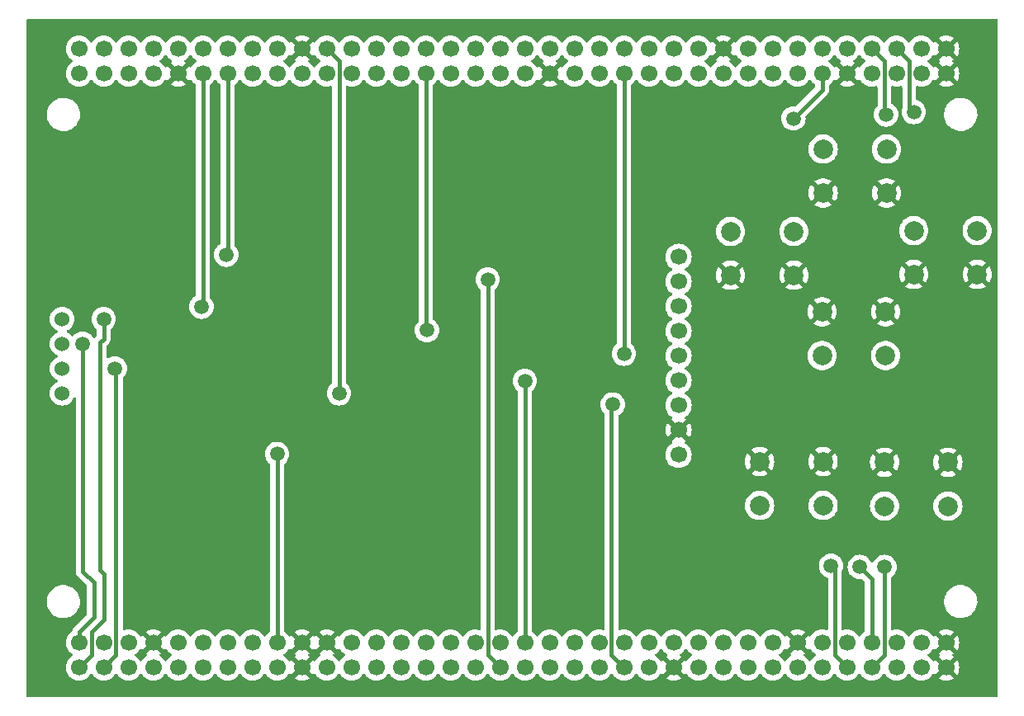
<source format=gbr>
G04 #@! TF.GenerationSoftware,KiCad,Pcbnew,7.0.1*
G04 #@! TF.CreationDate,2023-04-21T07:06:53+02:00*
G04 #@! TF.ProjectId,nucleo144 and 2.2 ILI9341 lcd SPI,6e75636c-656f-4313-9434-20616e642032,rev?*
G04 #@! TF.SameCoordinates,PX6d01460PY7c06000*
G04 #@! TF.FileFunction,Copper,L1,Top*
G04 #@! TF.FilePolarity,Positive*
%FSLAX46Y46*%
G04 Gerber Fmt 4.6, Leading zero omitted, Abs format (unit mm)*
G04 Created by KiCad (PCBNEW 7.0.1) date 2023-04-21 07:06:53*
%MOMM*%
%LPD*%
G01*
G04 APERTURE LIST*
G04 #@! TA.AperFunction,ComponentPad*
%ADD10C,1.700000*%
G04 #@! TD*
G04 #@! TA.AperFunction,ComponentPad*
%ADD11C,1.524000*%
G04 #@! TD*
G04 #@! TA.AperFunction,ComponentPad*
%ADD12C,2.000000*%
G04 #@! TD*
G04 #@! TA.AperFunction,ViaPad*
%ADD13C,1.500000*%
G04 #@! TD*
G04 #@! TA.AperFunction,Conductor*
%ADD14C,0.400000*%
G04 #@! TD*
G04 APERTURE END LIST*
D10*
G04 #@! TO.P,TFT1,1,VCC*
G04 #@! TO.N,5V*
X67065000Y25051000D03*
G04 #@! TO.P,TFT1,2,GND*
G04 #@! TO.N,GND*
X67065000Y27591000D03*
G04 #@! TO.P,TFT1,3,CS*
G04 #@! TO.N,LCD_CS*
X67065000Y30131000D03*
G04 #@! TO.P,TFT1,4,RESET*
G04 #@! TO.N,LCD_RST*
X67065000Y32671000D03*
G04 #@! TO.P,TFT1,5,D/C*
G04 #@! TO.N,LCD_RS*
X67065000Y35211000D03*
G04 #@! TO.P,TFT1,6,MOSI*
G04 #@! TO.N,SPI_MOSI*
X67065000Y37751000D03*
G04 #@! TO.P,TFT1,7,SCK*
G04 #@! TO.N,SPI_CLK*
X67065000Y40291000D03*
G04 #@! TO.P,TFT1,8,LED*
G04 #@! TO.N,LCD_BL*
X67065000Y42831000D03*
G04 #@! TO.P,TFT1,9,MISO*
G04 #@! TO.N,SPI_MISO*
X67065000Y45371000D03*
D11*
G04 #@! TO.P,TFT1,10,SD_CS*
G04 #@! TO.N,SD_CS*
X3865000Y31385000D03*
G04 #@! TO.P,TFT1,11,SD_MOSI*
G04 #@! TO.N,SD_MOSI*
X3865000Y33925000D03*
G04 #@! TO.P,TFT1,12,SD_MISO*
G04 #@! TO.N,SD_MISO*
X3865000Y36465000D03*
G04 #@! TO.P,TFT1,13,SD_SCK*
G04 #@! TO.N,SD_CLK*
X3865000Y39005000D03*
G04 #@! TD*
D10*
G04 #@! TO.P,U1,1,PC10*
G04 #@! TO.N,SD_CLK*
X5600000Y3240000D03*
G04 #@! TO.P,U1,2,PC11*
G04 #@! TO.N,SD_MISO*
X5600000Y5780000D03*
G04 #@! TO.P,U1,3,PC12*
G04 #@! TO.N,SD_MOSI*
X8140000Y3240000D03*
G04 #@! TO.P,U1,4,PD2*
G04 #@! TO.N,unconnected-(U1-PD2-Pad4)*
X8140000Y5780000D03*
G04 #@! TO.P,U1,5,VDD*
G04 #@! TO.N,unconnected-(U1-VDD-Pad5)*
X10680000Y3240000D03*
G04 #@! TO.P,U1,6,E5V*
G04 #@! TO.N,unconnected-(U1-E5V-Pad6)*
X10680000Y5780000D03*
G04 #@! TO.P,U1,7,~{BOOT0}*
G04 #@! TO.N,unconnected-(U1-~{BOOT0}-Pad7)*
X13220000Y3240000D03*
G04 #@! TO.P,U1,8,GND*
G04 #@! TO.N,GND*
X13220000Y5780000D03*
G04 #@! TO.P,U1,9,PF6*
G04 #@! TO.N,unconnected-(U1-PF6-Pad9)*
X15760000Y3240000D03*
G04 #@! TO.P,U1,10,NC*
G04 #@! TO.N,unconnected-(U1-NC-Pad10)*
X15760000Y5780000D03*
G04 #@! TO.P,U1,11,PF7*
G04 #@! TO.N,unconnected-(U1-PF7-Pad11)*
X18300000Y3240000D03*
G04 #@! TO.P,U1,12,IOREF*
G04 #@! TO.N,unconnected-(U1-IOREF-Pad12)*
X18300000Y5780000D03*
G04 #@! TO.P,U1,13,TMS/PA13*
G04 #@! TO.N,unconnected-(U1-TMS{slash}PA13-Pad13)*
X20840000Y3240000D03*
G04 #@! TO.P,U1,14,~{RST}*
G04 #@! TO.N,unconnected-(U1-~{RST}-Pad14)*
X20840000Y5780000D03*
G04 #@! TO.P,U1,15,TCK/PA14*
G04 #@! TO.N,unconnected-(U1-TCK{slash}PA14-Pad15)*
X23380000Y3240000D03*
G04 #@! TO.P,U1,16,+3V3*
G04 #@! TO.N,unconnected-(U1-+3V3-Pad16)*
X23380000Y5780000D03*
G04 #@! TO.P,U1,17,PA15*
G04 #@! TO.N,unconnected-(U1-PA15-Pad17)*
X25920000Y3240000D03*
G04 #@! TO.P,U1,18,+5V*
G04 #@! TO.N,5V*
X25920000Y5780000D03*
G04 #@! TO.P,U1,19,GND*
G04 #@! TO.N,GND*
X28460000Y3240000D03*
G04 #@! TO.P,U1,20,GND*
X28460000Y5780000D03*
G04 #@! TO.P,U1,21,LD2/PB7*
G04 #@! TO.N,unconnected-(U1-LD2{slash}PB7-Pad21)*
X31000000Y3240000D03*
G04 #@! TO.P,U1,22,GND*
G04 #@! TO.N,GND*
X31000000Y5780000D03*
G04 #@! TO.P,U1,23,BT/PC13*
G04 #@! TO.N,unconnected-(U1-BT{slash}PC13-Pad23)*
X33540000Y3240000D03*
G04 #@! TO.P,U1,24,VIN*
G04 #@! TO.N,unconnected-(U1-VIN-Pad24)*
X33540000Y5780000D03*
G04 #@! TO.P,U1,25,RTC_CRYSTAL/PC14*
G04 #@! TO.N,unconnected-(U1-RTC_CRYSTAL{slash}PC14-Pad25)*
X36080000Y3240000D03*
G04 #@! TO.P,U1,26,NC*
G04 #@! TO.N,unconnected-(U1-NC-Pad26)*
X36080000Y5780000D03*
G04 #@! TO.P,U1,27,RTC_CRYSTAL/PC15*
G04 #@! TO.N,unconnected-(U1-RTC_CRYSTAL{slash}PC15-Pad27)*
X38620000Y3240000D03*
G04 #@! TO.P,U1,28,ETH_REF_CLK/PA0*
G04 #@! TO.N,unconnected-(U1-ETH_REF_CLK{slash}PA0-Pad28)*
X38620000Y5780000D03*
G04 #@! TO.P,U1,29,PH0*
G04 #@! TO.N,unconnected-(U1-PH0-Pad29)*
X41160000Y3240000D03*
G04 #@! TO.P,U1,30,ETH_MDIO/PA1*
G04 #@! TO.N,unconnected-(U1-ETH_MDIO{slash}PA1-Pad30)*
X41160000Y5780000D03*
G04 #@! TO.P,U1,31,PH1*
G04 #@! TO.N,unconnected-(U1-PH1-Pad31)*
X43700000Y3240000D03*
G04 #@! TO.P,U1,32,PA4*
G04 #@! TO.N,unconnected-(U1-PA4-Pad32)*
X43700000Y5780000D03*
G04 #@! TO.P,U1,33,VBAT*
G04 #@! TO.N,unconnected-(U1-VBAT-Pad33)*
X46240000Y3240000D03*
G04 #@! TO.P,U1,34,PB0*
G04 #@! TO.N,unconnected-(U1-PB0-Pad34)*
X46240000Y5780000D03*
G04 #@! TO.P,U1,35,PC2*
G04 #@! TO.N,LCD_BL*
X48780000Y3240000D03*
G04 #@! TO.P,U1,36,ETH_MDC/PC1*
G04 #@! TO.N,unconnected-(U1-ETH_MDC{slash}PC1-Pad36)*
X48780000Y5780000D03*
G04 #@! TO.P,U1,37,PC3*
G04 #@! TO.N,PEN*
X51320000Y3240000D03*
G04 #@! TO.P,U1,38,PC0*
G04 #@! TO.N,LCD_RST*
X51320000Y5780000D03*
G04 #@! TO.P,U1,39,PD4*
G04 #@! TO.N,LCD_RD*
X53860000Y3240000D03*
G04 #@! TO.P,U1,40,PD3*
G04 #@! TO.N,unconnected-(U1-PD3-Pad40)*
X53860000Y5780000D03*
G04 #@! TO.P,U1,41,PD5*
G04 #@! TO.N,LCD_WR*
X56400000Y3240000D03*
G04 #@! TO.P,U1,42,PG2*
G04 #@! TO.N,unconnected-(U1-PG2-Pad42)*
X56400000Y5780000D03*
G04 #@! TO.P,U1,43,PD6*
G04 #@! TO.N,unconnected-(U1-PD6-Pad43)*
X58940000Y3240000D03*
G04 #@! TO.P,U1,44,PG3*
G04 #@! TO.N,unconnected-(U1-PG3-Pad44)*
X58940000Y5780000D03*
G04 #@! TO.P,U1,45,PD7*
G04 #@! TO.N,LCD_CS*
X61480000Y3240000D03*
G04 #@! TO.P,U1,46,PE2*
G04 #@! TO.N,unconnected-(U1-PE2-Pad46)*
X61480000Y5780000D03*
G04 #@! TO.P,U1,47,PE3*
G04 #@! TO.N,unconnected-(U1-PE3-Pad47)*
X64020000Y3240000D03*
G04 #@! TO.P,U1,48,PE4*
G04 #@! TO.N,unconnected-(U1-PE4-Pad48)*
X64020000Y5780000D03*
G04 #@! TO.P,U1,49,GND*
G04 #@! TO.N,GND*
X66560000Y3240000D03*
G04 #@! TO.P,U1,50,PE5*
G04 #@! TO.N,unconnected-(U1-PE5-Pad50)*
X66560000Y5780000D03*
G04 #@! TO.P,U1,51,PF1*
G04 #@! TO.N,unconnected-(U1-PF1-Pad51)*
X69100000Y3240000D03*
G04 #@! TO.P,U1,52,PF2*
G04 #@! TO.N,unconnected-(U1-PF2-Pad52)*
X69100000Y5780000D03*
G04 #@! TO.P,U1,53,PF0*
G04 #@! TO.N,unconnected-(U1-PF0-Pad53)*
X71640000Y3240000D03*
G04 #@! TO.P,U1,54,PF8*
G04 #@! TO.N,unconnected-(U1-PF8-Pad54)*
X71640000Y5780000D03*
G04 #@! TO.P,U1,55,PD1*
G04 #@! TO.N,D3*
X74180000Y3240000D03*
G04 #@! TO.P,U1,56,PF9*
G04 #@! TO.N,unconnected-(U1-PF9-Pad56)*
X74180000Y5780000D03*
G04 #@! TO.P,U1,57,PD0*
G04 #@! TO.N,D2*
X76720000Y3240000D03*
G04 #@! TO.P,U1,58,PG1*
G04 #@! TO.N,unconnected-(U1-PG1-Pad58)*
X76720000Y5780000D03*
G04 #@! TO.P,U1,59,PG0*
G04 #@! TO.N,unconnected-(U1-PG0-Pad59)*
X79260000Y3240000D03*
G04 #@! TO.P,U1,60,GND*
G04 #@! TO.N,GND*
X79260000Y5780000D03*
G04 #@! TO.P,U1,61,PE1*
G04 #@! TO.N,unconnected-(U1-PE1-Pad61)*
X81800000Y3240000D03*
G04 #@! TO.P,U1,62,PE6*
G04 #@! TO.N,unconnected-(U1-PE6-Pad62)*
X81800000Y5780000D03*
G04 #@! TO.P,U1,63,PG9*
G04 #@! TO.N,sw3*
X84340000Y3240000D03*
G04 #@! TO.P,U1,64,PG15*
G04 #@! TO.N,unconnected-(U1-PG15-Pad64)*
X84340000Y5780000D03*
G04 #@! TO.P,U1,65,PG12*
G04 #@! TO.N,sw5*
X86880000Y3240000D03*
G04 #@! TO.P,U1,66,PG10*
G04 #@! TO.N,sw4*
X86880000Y5780000D03*
G04 #@! TO.P,U1,67,NC*
G04 #@! TO.N,unconnected-(U1-NC-Pad67)*
X89420000Y3240000D03*
G04 #@! TO.P,U1,68,PG13/ETH_TXD0*
G04 #@! TO.N,unconnected-(U1-PG13{slash}ETH_TXD0-Pad68)*
X89420000Y5780000D03*
G04 #@! TO.P,U1,69,STLINK_RX/PD9*
G04 #@! TO.N,D14*
X91960000Y3240000D03*
G04 #@! TO.P,U1,70,PG11/ETH_TX_EN*
G04 #@! TO.N,unconnected-(U1-PG11{slash}ETH_TX_EN-Pad70)*
X91960000Y5780000D03*
G04 #@! TO.P,U1,71,GND*
G04 #@! TO.N,GND*
X94500000Y3240000D03*
G04 #@! TO.P,U1,72,GND*
X94500000Y5780000D03*
G04 #@! TO.P,U1,73,PC9*
G04 #@! TO.N,unconnected-(U1-PC9-Pad73)*
X5600000Y64200000D03*
G04 #@! TO.P,U1,74,PC8*
G04 #@! TO.N,unconnected-(U1-PC8-Pad74)*
X5600000Y66740000D03*
G04 #@! TO.P,U1,75,PB8*
G04 #@! TO.N,unconnected-(U1-PB8-Pad75)*
X8140000Y64200000D03*
G04 #@! TO.P,U1,76,PC6*
G04 #@! TO.N,unconnected-(U1-PC6-Pad76)*
X8140000Y66740000D03*
G04 #@! TO.P,U1,77,PB9*
G04 #@! TO.N,unconnected-(U1-PB9-Pad77)*
X10680000Y64200000D03*
G04 #@! TO.P,U1,78,ETH_RXD1/PC5*
G04 #@! TO.N,unconnected-(U1-ETH_RXD1{slash}PC5-Pad78)*
X10680000Y66740000D03*
G04 #@! TO.P,U1,79,AVDD*
G04 #@! TO.N,unconnected-(U1-AVDD-Pad79)*
X13220000Y64200000D03*
G04 #@! TO.P,U1,80,U5V*
G04 #@! TO.N,unconnected-(U1-U5V-Pad80)*
X13220000Y66740000D03*
G04 #@! TO.P,U1,81,GND*
G04 #@! TO.N,GND*
X15760000Y64200000D03*
G04 #@! TO.P,U1,82,STLINK_TX/PD8*
G04 #@! TO.N,D13*
X15760000Y66740000D03*
G04 #@! TO.P,U1,83,PA5*
G04 #@! TO.N,SPI_CLK*
X18300000Y64200000D03*
G04 #@! TO.P,U1,84,USB_DP/PA12*
G04 #@! TO.N,unconnected-(U1-USB_DP{slash}PA12-Pad84)*
X18300000Y66740000D03*
G04 #@! TO.P,U1,85,PA6*
G04 #@! TO.N,SPI_MISO*
X20840000Y64200000D03*
G04 #@! TO.P,U1,86,USB_DM/PA11*
G04 #@! TO.N,unconnected-(U1-USB_DM{slash}PA11-Pad86)*
X20840000Y66740000D03*
G04 #@! TO.P,U1,87,ETH_CRS_DV/PA7*
G04 #@! TO.N,unconnected-(U1-ETH_CRS_DV{slash}PA7-Pad87)*
X23380000Y64200000D03*
G04 #@! TO.P,U1,88,PB12*
G04 #@! TO.N,unconnected-(U1-PB12-Pad88)*
X23380000Y66740000D03*
G04 #@! TO.P,U1,89,PB6*
G04 #@! TO.N,unconnected-(U1-PB6-Pad89)*
X25920000Y64200000D03*
G04 #@! TO.P,U1,90,PB11*
G04 #@! TO.N,unconnected-(U1-PB11-Pad90)*
X25920000Y66740000D03*
G04 #@! TO.P,U1,91,PC7*
G04 #@! TO.N,unconnected-(U1-PC7-Pad91)*
X28460000Y64200000D03*
G04 #@! TO.P,U1,92,GND*
G04 #@! TO.N,GND*
X28460000Y66740000D03*
G04 #@! TO.P,U1,93,USB_VBUS/PA9*
G04 #@! TO.N,unconnected-(U1-USB_VBUS{slash}PA9-Pad93)*
X31000000Y64200000D03*
G04 #@! TO.P,U1,94,PB2*
G04 #@! TO.N,SD_CS*
X31000000Y66740000D03*
G04 #@! TO.P,U1,95,USB_SOF/PA8*
G04 #@! TO.N,unconnected-(U1-USB_SOF{slash}PA8-Pad95)*
X33540000Y64200000D03*
G04 #@! TO.P,U1,96,PB1*
G04 #@! TO.N,F_CS*
X33540000Y66740000D03*
G04 #@! TO.P,U1,97,PB10*
G04 #@! TO.N,unconnected-(U1-PB10-Pad97)*
X36080000Y64200000D03*
G04 #@! TO.P,U1,98,PB15*
G04 #@! TO.N,unconnected-(U1-PB15-Pad98)*
X36080000Y66740000D03*
G04 #@! TO.P,U1,99,PB4*
G04 #@! TO.N,unconnected-(U1-PB4-Pad99)*
X38620000Y64200000D03*
G04 #@! TO.P,U1,100,LD3/PB14*
G04 #@! TO.N,unconnected-(U1-LD3{slash}PB14-Pad100)*
X38620000Y66740000D03*
G04 #@! TO.P,U1,101,PB5*
G04 #@! TO.N,SPI_MOSI*
X41160000Y64200000D03*
G04 #@! TO.P,U1,102,ETH_TXD1/PB13*
G04 #@! TO.N,unconnected-(U1-ETH_TXD1{slash}PB13-Pad102)*
X41160000Y66740000D03*
G04 #@! TO.P,U1,103,SWO/PB3*
G04 #@! TO.N,unconnected-(U1-SWO{slash}PB3-Pad103)*
X43700000Y64200000D03*
G04 #@! TO.P,U1,104,AGND*
G04 #@! TO.N,unconnected-(U1-AGND-Pad104)*
X43700000Y66740000D03*
G04 #@! TO.P,U1,105,USB_ID/PA10*
G04 #@! TO.N,unconnected-(U1-USB_ID{slash}PA10-Pad105)*
X46240000Y64200000D03*
G04 #@! TO.P,U1,106,ETH_RXD0/PC4*
G04 #@! TO.N,unconnected-(U1-ETH_RXD0{slash}PC4-Pad106)*
X46240000Y66740000D03*
G04 #@! TO.P,U1,107,PA2*
G04 #@! TO.N,unconnected-(U1-PA2-Pad107)*
X48780000Y64200000D03*
G04 #@! TO.P,U1,108,PF5*
G04 #@! TO.N,unconnected-(U1-PF5-Pad108)*
X48780000Y66740000D03*
G04 #@! TO.P,U1,109,PA3*
G04 #@! TO.N,T_CS*
X51320000Y64200000D03*
G04 #@! TO.P,U1,110,PF4*
G04 #@! TO.N,unconnected-(U1-PF4-Pad110)*
X51320000Y66740000D03*
G04 #@! TO.P,U1,111,GND*
G04 #@! TO.N,GND*
X53860000Y64200000D03*
G04 #@! TO.P,U1,112,PE8*
G04 #@! TO.N,D5*
X53860000Y66740000D03*
G04 #@! TO.P,U1,113,PD13*
G04 #@! TO.N,unconnected-(U1-PD13-Pad113)*
X56400000Y64200000D03*
G04 #@! TO.P,U1,114,PF10*
G04 #@! TO.N,unconnected-(U1-PF10-Pad114)*
X56400000Y66740000D03*
G04 #@! TO.P,U1,115,PD12*
G04 #@! TO.N,unconnected-(U1-PD12-Pad115)*
X58940000Y64200000D03*
G04 #@! TO.P,U1,116,PE7*
G04 #@! TO.N,D4*
X58940000Y66740000D03*
G04 #@! TO.P,U1,117,PD11*
G04 #@! TO.N,LCD_RS*
X61480000Y64200000D03*
G04 #@! TO.P,U1,118,PD14*
G04 #@! TO.N,D0*
X61480000Y66740000D03*
G04 #@! TO.P,U1,119,PE10*
G04 #@! TO.N,D7*
X64020000Y64200000D03*
G04 #@! TO.P,U1,120,PD15*
G04 #@! TO.N,D1*
X64020000Y66740000D03*
G04 #@! TO.P,U1,121,PE12*
G04 #@! TO.N,D9*
X66560000Y64200000D03*
G04 #@! TO.P,U1,122,PF14*
G04 #@! TO.N,unconnected-(U1-PF14-Pad122)*
X66560000Y66740000D03*
G04 #@! TO.P,U1,123,PE14*
G04 #@! TO.N,D11*
X69100000Y64200000D03*
G04 #@! TO.P,U1,124,PE9*
G04 #@! TO.N,D6*
X69100000Y66740000D03*
G04 #@! TO.P,U1,125,PE15*
G04 #@! TO.N,D12*
X71640000Y64200000D03*
G04 #@! TO.P,U1,126,GND*
G04 #@! TO.N,GND*
X71640000Y66740000D03*
G04 #@! TO.P,U1,127,PE13*
G04 #@! TO.N,D10*
X74180000Y64200000D03*
G04 #@! TO.P,U1,128,PE11*
G04 #@! TO.N,D8*
X74180000Y66740000D03*
G04 #@! TO.P,U1,129,PF13*
G04 #@! TO.N,unconnected-(U1-PF13-Pad129)*
X76720000Y64200000D03*
G04 #@! TO.P,U1,130,PF3*
G04 #@! TO.N,unconnected-(U1-PF3-Pad130)*
X76720000Y66740000D03*
G04 #@! TO.P,U1,131,PF12*
G04 #@! TO.N,unconnected-(U1-PF12-Pad131)*
X79260000Y64200000D03*
G04 #@! TO.P,U1,132,PF15*
G04 #@! TO.N,unconnected-(U1-PF15-Pad132)*
X79260000Y66740000D03*
G04 #@! TO.P,U1,133,PG14*
G04 #@! TO.N,sw6*
X81800000Y64200000D03*
G04 #@! TO.P,U1,134,PF11*
G04 #@! TO.N,unconnected-(U1-PF11-Pad134)*
X81800000Y66740000D03*
G04 #@! TO.P,U1,135,GND*
G04 #@! TO.N,GND*
X84340000Y64200000D03*
G04 #@! TO.P,U1,136,PE0*
G04 #@! TO.N,unconnected-(U1-PE0-Pad136)*
X84340000Y66740000D03*
G04 #@! TO.P,U1,137,PD10*
G04 #@! TO.N,D15*
X86880000Y64200000D03*
G04 #@! TO.P,U1,138,PG8*
G04 #@! TO.N,sw2*
X86880000Y66740000D03*
G04 #@! TO.P,U1,139,PG7/USB_GPIO_IN*
G04 #@! TO.N,unconnected-(U1-PG7{slash}USB_GPIO_IN-Pad139)*
X89420000Y64200000D03*
G04 #@! TO.P,U1,140,PG5*
G04 #@! TO.N,sw1*
X89420000Y66740000D03*
G04 #@! TO.P,U1,141,PG4*
G04 #@! TO.N,unconnected-(U1-PG4-Pad141)*
X91960000Y64200000D03*
G04 #@! TO.P,U1,142,PG6/USB_GPIO_OUT*
G04 #@! TO.N,unconnected-(U1-PG6{slash}USB_GPIO_OUT-Pad142)*
X91960000Y66740000D03*
G04 #@! TO.P,U1,143,GND*
G04 #@! TO.N,GND*
X94500000Y64200000D03*
G04 #@! TO.P,U1,144,GND*
X94500000Y66740000D03*
G04 #@! TD*
D12*
G04 #@! TO.P,SW2,1,1*
G04 #@! TO.N,sw2*
X81892000Y56438800D03*
X88392000Y56438800D03*
G04 #@! TO.P,SW2,2,2*
G04 #@! TO.N,GND*
X81892000Y51938800D03*
X88392000Y51938800D03*
G04 #@! TD*
G04 #@! TO.P,SW4,1,1*
G04 #@! TO.N,sw4*
X88289200Y35240400D03*
X81789200Y35240400D03*
G04 #@! TO.P,SW4,2,2*
G04 #@! TO.N,GND*
X88289200Y39740400D03*
X81789200Y39740400D03*
G04 #@! TD*
G04 #@! TO.P,SW5,1,1*
G04 #@! TO.N,sw5*
X94690000Y19797200D03*
X88190000Y19797200D03*
G04 #@! TO.P,SW5,2,2*
G04 #@! TO.N,GND*
X94690000Y24297200D03*
X88190000Y24297200D03*
G04 #@! TD*
G04 #@! TO.P,SW3,1,1*
G04 #@! TO.N,sw3*
X81887200Y19862800D03*
X75387200Y19862800D03*
G04 #@! TO.P,SW3,2,2*
G04 #@! TO.N,GND*
X81887200Y24362800D03*
X75387200Y24362800D03*
G04 #@! TD*
G04 #@! TO.P,SW1,1,1*
G04 #@! TO.N,sw1*
X91187200Y48071600D03*
X97687200Y48071600D03*
G04 #@! TO.P,SW1,2,2*
G04 #@! TO.N,GND*
X91187200Y43571600D03*
X97687200Y43571600D03*
G04 #@! TD*
G04 #@! TO.P,SW6,1,1*
G04 #@! TO.N,sw6*
X72392400Y47984800D03*
X78892400Y47984800D03*
G04 #@! TO.P,SW6,2,2*
G04 #@! TO.N,GND*
X72392400Y43484800D03*
X78892400Y43484800D03*
G04 #@! TD*
D13*
G04 #@! TO.N,5V*
X25908000Y25146000D03*
G04 #@! TO.N,LCD_CS*
X60325000Y30226000D03*
G04 #@! TO.N,LCD_RST*
X51308000Y32639000D03*
G04 #@! TO.N,sw1*
X91186000Y60248800D03*
G04 #@! TO.N,sw2*
X88341200Y59994800D03*
G04 #@! TO.N,sw6*
X78841600Y59588400D03*
G04 #@! TO.N,LCD_RS*
X61468000Y35433000D03*
G04 #@! TO.N,sw4*
X85648800Y13563600D03*
G04 #@! TO.N,LCD_BL*
X47498000Y43053000D03*
G04 #@! TO.N,sw5*
X88188800Y13563600D03*
G04 #@! TO.N,sw3*
X82702400Y13665200D03*
G04 #@! TO.N,SPI_MISO*
X20701000Y45593000D03*
G04 #@! TO.N,SPI_MOSI*
X41275000Y37846000D03*
G04 #@! TO.N,SPI_CLK*
X18161000Y40259000D03*
G04 #@! TO.N,SD_CS*
X32258000Y31369000D03*
G04 #@! TO.N,SD_MOSI*
X9271000Y33909000D03*
G04 #@! TO.N,SD_CLK*
X8128000Y38989000D03*
G04 #@! TO.N,SD_MISO*
X5969000Y36449000D03*
G04 #@! TD*
D14*
G04 #@! TO.N,5V*
X25908000Y25146000D02*
X25920000Y25134000D01*
X25920000Y25134000D02*
X25920000Y5780000D01*
G04 #@! TO.N,LCD_CS*
X60325000Y30226000D02*
X60190000Y30091000D01*
X60190000Y4530000D02*
X61480000Y3240000D01*
X60190000Y30091000D02*
X60190000Y4530000D01*
G04 #@! TO.N,LCD_RST*
X51308000Y32639000D02*
X51320000Y32627000D01*
X51320000Y32627000D02*
X51320000Y5780000D01*
G04 #@! TO.N,sw1*
X91186000Y60248800D02*
X90710000Y60724800D01*
X90710000Y60724800D02*
X90710000Y65450000D01*
X90710000Y65450000D02*
X89420000Y66740000D01*
G04 #@! TO.N,sw2*
X88170000Y65450000D02*
X86880000Y66740000D01*
X88341200Y59994800D02*
X88170000Y60166000D01*
X88170000Y60166000D02*
X88170000Y65450000D01*
G04 #@! TO.N,sw6*
X81800000Y62546800D02*
X81800000Y64200000D01*
X78841600Y59588400D02*
X81800000Y62546800D01*
G04 #@! TO.N,LCD_RS*
X61468000Y35433000D02*
X61480000Y35445000D01*
X61480000Y35445000D02*
X61480000Y64200000D01*
G04 #@! TO.N,sw4*
X86880000Y12332400D02*
X86880000Y5780000D01*
X85648800Y13563600D02*
X86880000Y12332400D01*
G04 #@! TO.N,LCD_BL*
X47498000Y4522000D02*
X48780000Y3240000D01*
X47498000Y43053000D02*
X47498000Y4522000D01*
G04 #@! TO.N,sw5*
X88170000Y4530000D02*
X86880000Y3240000D01*
X88188800Y13563600D02*
X88170000Y13544800D01*
X88170000Y13544800D02*
X88170000Y4530000D01*
G04 #@! TO.N,sw3*
X83090000Y13277600D02*
X83090000Y4490000D01*
X82702400Y13665200D02*
X83090000Y13277600D01*
X83090000Y4490000D02*
X84340000Y3240000D01*
G04 #@! TO.N,SPI_MISO*
X20701000Y45593000D02*
X20840000Y45732000D01*
X20840000Y45732000D02*
X20840000Y64200000D01*
G04 #@! TO.N,SPI_MOSI*
X41275000Y37846000D02*
X41160000Y37961000D01*
X41160000Y37961000D02*
X41160000Y64200000D01*
G04 #@! TO.N,SPI_CLK*
X18300000Y40398000D02*
X18300000Y64200000D01*
X18161000Y40259000D02*
X18300000Y40398000D01*
G04 #@! TO.N,SD_CS*
X32258000Y31369000D02*
X32258000Y65482000D01*
X32258000Y65482000D02*
X31000000Y66740000D01*
G04 #@! TO.N,SD_MOSI*
X9271000Y33909000D02*
X9390000Y33790000D01*
X9390000Y33790000D02*
X9390000Y4490000D01*
X9390000Y4490000D02*
X8140000Y3240000D01*
G04 #@! TO.N,SD_CLK*
X7747000Y13208000D02*
X8128000Y12827000D01*
X7747000Y36600654D02*
X7747000Y13208000D01*
X8128000Y36981654D02*
X7747000Y36600654D01*
X8128000Y12827000D02*
X8128000Y8128000D01*
X6890000Y6890000D02*
X6890000Y4530000D01*
X8128000Y8128000D02*
X6890000Y6890000D01*
X8128000Y38989000D02*
X8128000Y36981654D01*
X6890000Y4530000D02*
X5600000Y3240000D01*
G04 #@! TO.N,SD_MISO*
X7112000Y11938000D02*
X7112000Y8382000D01*
X5600000Y6870000D02*
X5600000Y5780000D01*
X5969000Y13081000D02*
X7112000Y11938000D01*
X5969000Y36449000D02*
X5969000Y13081000D01*
X7112000Y8382000D02*
X5600000Y6870000D01*
G04 #@! TD*
G04 #@! TA.AperFunction,Conductor*
G04 #@! TO.N,GND*
G36*
X99737500Y69782887D02*
G01*
X99782887Y69737500D01*
X99799500Y69675500D01*
X99799500Y324500D01*
X99782887Y262500D01*
X99737500Y217113D01*
X99675500Y200500D01*
X324500Y200500D01*
X262500Y217113D01*
X217113Y262500D01*
X200500Y324500D01*
X200500Y10065325D01*
X2295747Y10065325D01*
X2305036Y9822987D01*
X2305749Y9804407D01*
X2330790Y9675287D01*
X2355463Y9548070D01*
X2443719Y9302336D01*
X2568460Y9072940D01*
X2726749Y8865285D01*
X2914887Y8684221D01*
X3128453Y8534003D01*
X3128456Y8534001D01*
X3254513Y8471586D01*
X3362453Y8418141D01*
X3611391Y8339360D01*
X3611392Y8339360D01*
X3611395Y8339359D01*
X3869445Y8299500D01*
X4065177Y8299500D01*
X4065179Y8299500D01*
X4089536Y8301371D01*
X4260344Y8314484D01*
X4514586Y8373979D01*
X4661384Y8433144D01*
X4756762Y8471584D01*
X4756764Y8471586D01*
X4756766Y8471586D01*
X4981208Y8605018D01*
X5182652Y8771148D01*
X5356375Y8966080D01*
X5498306Y9185247D01*
X5605118Y9423511D01*
X5674307Y9675287D01*
X5704252Y9934675D01*
X5694251Y10195593D01*
X5644538Y10451927D01*
X5556279Y10697668D01*
X5431541Y10927057D01*
X5431539Y10927061D01*
X5273250Y11134716D01*
X5085112Y11315780D01*
X4871546Y11465998D01*
X4637546Y11581860D01*
X4388608Y11660641D01*
X4227562Y11685516D01*
X4130555Y11700500D01*
X3934823Y11700500D01*
X3934821Y11700500D01*
X3739656Y11685516D01*
X3485412Y11626021D01*
X3243237Y11528417D01*
X3018791Y11394983D01*
X2817346Y11228852D01*
X2643622Y11033918D01*
X2501693Y10814753D01*
X2394881Y10576491D01*
X2325693Y10324717D01*
X2295747Y10065325D01*
X200500Y10065325D01*
X200500Y31385000D01*
X2597676Y31385000D01*
X2616929Y31164935D01*
X2674106Y30951549D01*
X2767465Y30751339D01*
X2767466Y30751338D01*
X2894174Y30570380D01*
X3050380Y30414174D01*
X3231338Y30287466D01*
X3431550Y30194106D01*
X3644932Y30136930D01*
X3865000Y30117677D01*
X4085068Y30136930D01*
X4298450Y30194106D01*
X4498662Y30287466D01*
X4679620Y30414174D01*
X4835826Y30570380D01*
X4962534Y30751338D01*
X5032118Y30900563D01*
X5075160Y30950958D01*
X5138010Y30971987D01*
X5202714Y30957643D01*
X5250789Y30912022D01*
X5268500Y30848157D01*
X5268500Y13105921D01*
X5268274Y13098434D01*
X5264641Y13038393D01*
X5275483Y12979229D01*
X5276610Y12971828D01*
X5283860Y12912127D01*
X5287450Y12902661D01*
X5293475Y12881048D01*
X5295303Y12871071D01*
X5319991Y12816217D01*
X5322856Y12809299D01*
X5344180Y12753074D01*
X5344182Y12753070D01*
X5349941Y12744727D01*
X5360961Y12725187D01*
X5365120Y12715946D01*
X5365121Y12715945D01*
X5365122Y12715943D01*
X5379735Y12697291D01*
X5402216Y12668595D01*
X5406651Y12662568D01*
X5440817Y12613071D01*
X5485847Y12573178D01*
X5491283Y12568060D01*
X6375181Y11684162D01*
X6402061Y11643934D01*
X6411500Y11596481D01*
X6411500Y8723519D01*
X6402061Y8676066D01*
X6375181Y8635838D01*
X5122290Y7382949D01*
X5116838Y7377817D01*
X5071816Y7337930D01*
X5037649Y7288432D01*
X5033213Y7282403D01*
X4996121Y7235058D01*
X4991961Y7225814D01*
X4980941Y7206275D01*
X4975182Y7197931D01*
X4953853Y7141695D01*
X4950989Y7134781D01*
X4926303Y7079930D01*
X4924475Y7069953D01*
X4918454Y7048352D01*
X4914859Y7038872D01*
X4909587Y6995460D01*
X4892823Y6946616D01*
X4857617Y6908836D01*
X4728597Y6818494D01*
X4561505Y6651402D01*
X4425965Y6457830D01*
X4326097Y6243664D01*
X4264936Y6015408D01*
X4244340Y5780000D01*
X4264936Y5544593D01*
X4296593Y5426447D01*
X4326097Y5316337D01*
X4425965Y5102170D01*
X4561505Y4908599D01*
X4728599Y4741505D01*
X4914160Y4611574D01*
X4953024Y4567257D01*
X4967035Y4510000D01*
X4953024Y4452743D01*
X4914159Y4408425D01*
X4728595Y4278492D01*
X4561505Y4111402D01*
X4425965Y3917830D01*
X4326097Y3703664D01*
X4264936Y3475408D01*
X4244340Y3240001D01*
X4264936Y3004593D01*
X4296593Y2886447D01*
X4326097Y2776337D01*
X4425965Y2562170D01*
X4561505Y2368599D01*
X4728599Y2201505D01*
X4922170Y2065965D01*
X5136337Y1966097D01*
X5364592Y1904937D01*
X5600000Y1884341D01*
X5835408Y1904937D01*
X6063663Y1966097D01*
X6277830Y2065965D01*
X6471401Y2201505D01*
X6638495Y2368599D01*
X6768426Y2554161D01*
X6812743Y2593025D01*
X6870000Y2607036D01*
X6927257Y2593025D01*
X6971573Y2554161D01*
X7101505Y2368599D01*
X7268599Y2201505D01*
X7462170Y2065965D01*
X7676337Y1966097D01*
X7904592Y1904937D01*
X8140000Y1884341D01*
X8375408Y1904937D01*
X8603663Y1966097D01*
X8817830Y2065965D01*
X9011401Y2201505D01*
X9178495Y2368599D01*
X9308426Y2554161D01*
X9352743Y2593025D01*
X9410000Y2607036D01*
X9467257Y2593025D01*
X9511573Y2554161D01*
X9641505Y2368599D01*
X9808599Y2201505D01*
X10002170Y2065965D01*
X10216337Y1966097D01*
X10444592Y1904937D01*
X10680000Y1884341D01*
X10915408Y1904937D01*
X11143663Y1966097D01*
X11357830Y2065965D01*
X11551401Y2201505D01*
X11718495Y2368599D01*
X11848426Y2554161D01*
X11892743Y2593025D01*
X11950000Y2607036D01*
X12007257Y2593025D01*
X12051573Y2554161D01*
X12181505Y2368599D01*
X12348599Y2201505D01*
X12542170Y2065965D01*
X12756337Y1966097D01*
X12984592Y1904937D01*
X13220000Y1884341D01*
X13455408Y1904937D01*
X13683663Y1966097D01*
X13897830Y2065965D01*
X14091401Y2201505D01*
X14258495Y2368599D01*
X14388426Y2554161D01*
X14432743Y2593025D01*
X14490000Y2607036D01*
X14547257Y2593025D01*
X14591573Y2554161D01*
X14721505Y2368599D01*
X14888599Y2201505D01*
X15082170Y2065965D01*
X15296337Y1966097D01*
X15524592Y1904937D01*
X15760000Y1884341D01*
X15995408Y1904937D01*
X16223663Y1966097D01*
X16437830Y2065965D01*
X16631401Y2201505D01*
X16798495Y2368599D01*
X16928426Y2554161D01*
X16972743Y2593025D01*
X17030000Y2607036D01*
X17087257Y2593025D01*
X17131573Y2554161D01*
X17261505Y2368599D01*
X17428599Y2201505D01*
X17622170Y2065965D01*
X17836337Y1966097D01*
X18064592Y1904937D01*
X18300000Y1884341D01*
X18535408Y1904937D01*
X18763663Y1966097D01*
X18977830Y2065965D01*
X19171401Y2201505D01*
X19338495Y2368599D01*
X19468426Y2554161D01*
X19512743Y2593025D01*
X19570000Y2607036D01*
X19627257Y2593025D01*
X19671573Y2554161D01*
X19801505Y2368599D01*
X19968599Y2201505D01*
X20162170Y2065965D01*
X20376337Y1966097D01*
X20604592Y1904937D01*
X20840000Y1884341D01*
X21075408Y1904937D01*
X21303663Y1966097D01*
X21517830Y2065965D01*
X21711401Y2201505D01*
X21878495Y2368599D01*
X22008426Y2554161D01*
X22052743Y2593025D01*
X22110000Y2607036D01*
X22167257Y2593025D01*
X22211573Y2554161D01*
X22341505Y2368599D01*
X22508599Y2201505D01*
X22702170Y2065965D01*
X22916337Y1966097D01*
X23144592Y1904937D01*
X23380000Y1884341D01*
X23615408Y1904937D01*
X23843663Y1966097D01*
X24057830Y2065965D01*
X24251401Y2201505D01*
X24418495Y2368599D01*
X24548426Y2554161D01*
X24592743Y2593025D01*
X24650000Y2607036D01*
X24707257Y2593025D01*
X24751573Y2554161D01*
X24881505Y2368599D01*
X25048599Y2201505D01*
X25242170Y2065965D01*
X25456337Y1966097D01*
X25684592Y1904937D01*
X25920000Y1884341D01*
X26155408Y1904937D01*
X26383663Y1966097D01*
X26597830Y2065965D01*
X26682248Y2125075D01*
X27698625Y2125075D01*
X27782420Y2066401D01*
X27996507Y1966570D01*
X28224681Y1905431D01*
X28460000Y1884843D01*
X28695318Y1905431D01*
X28923492Y1966570D01*
X29137576Y2066400D01*
X29221373Y2125075D01*
X28460000Y2886447D01*
X27698625Y2125075D01*
X26682248Y2125075D01*
X26791401Y2201505D01*
X26958495Y2368599D01*
X27088732Y2554598D01*
X27133048Y2593461D01*
X27190305Y2607472D01*
X27247562Y2593461D01*
X27291880Y2554595D01*
X27345073Y2478627D01*
X28106447Y3239999D01*
X28106447Y3240000D01*
X28813553Y3240000D01*
X29574925Y2478627D01*
X29628119Y2554595D01*
X29672437Y2593461D01*
X29729694Y2607472D01*
X29786951Y2593461D01*
X29831267Y2554598D01*
X29961505Y2368599D01*
X30128599Y2201505D01*
X30322170Y2065965D01*
X30536337Y1966097D01*
X30764592Y1904937D01*
X31000000Y1884341D01*
X31235408Y1904937D01*
X31463663Y1966097D01*
X31677830Y2065965D01*
X31871401Y2201505D01*
X32038495Y2368599D01*
X32168426Y2554161D01*
X32212743Y2593025D01*
X32270000Y2607036D01*
X32327257Y2593025D01*
X32371573Y2554161D01*
X32501505Y2368599D01*
X32668599Y2201505D01*
X32862170Y2065965D01*
X33076337Y1966097D01*
X33304592Y1904937D01*
X33540000Y1884341D01*
X33775408Y1904937D01*
X34003663Y1966097D01*
X34217830Y2065965D01*
X34411401Y2201505D01*
X34578495Y2368599D01*
X34708426Y2554161D01*
X34752743Y2593025D01*
X34810000Y2607036D01*
X34867257Y2593025D01*
X34911573Y2554161D01*
X35041505Y2368599D01*
X35208599Y2201505D01*
X35402170Y2065965D01*
X35616337Y1966097D01*
X35844592Y1904937D01*
X36080000Y1884341D01*
X36315408Y1904937D01*
X36543663Y1966097D01*
X36757830Y2065965D01*
X36951401Y2201505D01*
X37118495Y2368599D01*
X37248426Y2554161D01*
X37292743Y2593025D01*
X37350000Y2607036D01*
X37407257Y2593025D01*
X37451573Y2554161D01*
X37581505Y2368599D01*
X37748599Y2201505D01*
X37942170Y2065965D01*
X38156337Y1966097D01*
X38384592Y1904937D01*
X38620000Y1884341D01*
X38855408Y1904937D01*
X39083663Y1966097D01*
X39297830Y2065965D01*
X39491401Y2201505D01*
X39658495Y2368599D01*
X39788426Y2554161D01*
X39832743Y2593025D01*
X39890000Y2607036D01*
X39947257Y2593025D01*
X39991573Y2554161D01*
X40121505Y2368599D01*
X40288599Y2201505D01*
X40482170Y2065965D01*
X40696337Y1966097D01*
X40924592Y1904937D01*
X41160000Y1884341D01*
X41395408Y1904937D01*
X41623663Y1966097D01*
X41837830Y2065965D01*
X42031401Y2201505D01*
X42198495Y2368599D01*
X42328426Y2554161D01*
X42372743Y2593025D01*
X42430000Y2607036D01*
X42487257Y2593025D01*
X42531573Y2554161D01*
X42661505Y2368599D01*
X42828599Y2201505D01*
X43022170Y2065965D01*
X43236337Y1966097D01*
X43464592Y1904937D01*
X43700000Y1884341D01*
X43935408Y1904937D01*
X44163663Y1966097D01*
X44377830Y2065965D01*
X44571401Y2201505D01*
X44738495Y2368599D01*
X44868426Y2554161D01*
X44912743Y2593025D01*
X44970000Y2607036D01*
X45027257Y2593025D01*
X45071573Y2554161D01*
X45201505Y2368599D01*
X45368599Y2201505D01*
X45562170Y2065965D01*
X45776337Y1966097D01*
X46004592Y1904937D01*
X46240000Y1884341D01*
X46475408Y1904937D01*
X46703663Y1966097D01*
X46917830Y2065965D01*
X47111401Y2201505D01*
X47278495Y2368599D01*
X47408426Y2554161D01*
X47452743Y2593025D01*
X47510000Y2607036D01*
X47567257Y2593025D01*
X47611573Y2554161D01*
X47741505Y2368599D01*
X47908599Y2201505D01*
X48102170Y2065965D01*
X48316337Y1966097D01*
X48544592Y1904937D01*
X48780000Y1884341D01*
X49015408Y1904937D01*
X49243663Y1966097D01*
X49457830Y2065965D01*
X49651401Y2201505D01*
X49818495Y2368599D01*
X49948426Y2554161D01*
X49992743Y2593025D01*
X50050000Y2607036D01*
X50107257Y2593025D01*
X50151573Y2554161D01*
X50281505Y2368599D01*
X50448599Y2201505D01*
X50642170Y2065965D01*
X50856337Y1966097D01*
X51084592Y1904937D01*
X51320000Y1884341D01*
X51555408Y1904937D01*
X51783663Y1966097D01*
X51997830Y2065965D01*
X52191401Y2201505D01*
X52358495Y2368599D01*
X52488426Y2554161D01*
X52532743Y2593025D01*
X52590000Y2607036D01*
X52647257Y2593025D01*
X52691573Y2554161D01*
X52821505Y2368599D01*
X52988599Y2201505D01*
X53182170Y2065965D01*
X53396337Y1966097D01*
X53624592Y1904937D01*
X53860000Y1884341D01*
X54095408Y1904937D01*
X54323663Y1966097D01*
X54537830Y2065965D01*
X54731401Y2201505D01*
X54898495Y2368599D01*
X55028426Y2554161D01*
X55072743Y2593025D01*
X55130000Y2607036D01*
X55187257Y2593025D01*
X55231573Y2554161D01*
X55361505Y2368599D01*
X55528599Y2201505D01*
X55722170Y2065965D01*
X55936337Y1966097D01*
X56164592Y1904937D01*
X56400000Y1884341D01*
X56635408Y1904937D01*
X56863663Y1966097D01*
X57077830Y2065965D01*
X57271401Y2201505D01*
X57438495Y2368599D01*
X57568426Y2554161D01*
X57612743Y2593025D01*
X57670000Y2607036D01*
X57727257Y2593025D01*
X57771573Y2554161D01*
X57901505Y2368599D01*
X58068599Y2201505D01*
X58262170Y2065965D01*
X58476337Y1966097D01*
X58704592Y1904937D01*
X58940000Y1884341D01*
X59175408Y1904937D01*
X59403663Y1966097D01*
X59617830Y2065965D01*
X59811401Y2201505D01*
X59978495Y2368599D01*
X60108426Y2554161D01*
X60152743Y2593025D01*
X60210000Y2607036D01*
X60267257Y2593025D01*
X60311573Y2554161D01*
X60441505Y2368599D01*
X60608599Y2201505D01*
X60802170Y2065965D01*
X61016337Y1966097D01*
X61244592Y1904937D01*
X61480000Y1884341D01*
X61715408Y1904937D01*
X61943663Y1966097D01*
X62157830Y2065965D01*
X62351401Y2201505D01*
X62518495Y2368599D01*
X62648426Y2554161D01*
X62692743Y2593025D01*
X62750000Y2607036D01*
X62807257Y2593025D01*
X62851573Y2554161D01*
X62981505Y2368599D01*
X63148599Y2201505D01*
X63342170Y2065965D01*
X63556337Y1966097D01*
X63784592Y1904937D01*
X64020000Y1884341D01*
X64255408Y1904937D01*
X64483663Y1966097D01*
X64697830Y2065965D01*
X64782248Y2125075D01*
X65798625Y2125075D01*
X65882420Y2066401D01*
X66096507Y1966570D01*
X66324681Y1905431D01*
X66560000Y1884843D01*
X66795318Y1905431D01*
X67023492Y1966570D01*
X67237576Y2066400D01*
X67321373Y2125075D01*
X66560000Y2886447D01*
X65798625Y2125075D01*
X64782248Y2125075D01*
X64891401Y2201505D01*
X65058495Y2368599D01*
X65188732Y2554598D01*
X65233048Y2593461D01*
X65290305Y2607472D01*
X65347562Y2593461D01*
X65391880Y2554595D01*
X65445073Y2478627D01*
X66206447Y3239999D01*
X66206447Y3240001D01*
X65445073Y4001374D01*
X65391881Y3925406D01*
X65347563Y3886540D01*
X65290306Y3872529D01*
X65233048Y3886540D01*
X65188730Y3925405D01*
X65058495Y4111401D01*
X64891401Y4278495D01*
X64705839Y4408427D01*
X64666974Y4452745D01*
X64652964Y4510001D01*
X64666975Y4567258D01*
X64705837Y4611572D01*
X64891401Y4741505D01*
X65058495Y4908599D01*
X65188426Y5094161D01*
X65232743Y5133025D01*
X65290000Y5147036D01*
X65347257Y5133025D01*
X65391573Y5094161D01*
X65521505Y4908599D01*
X65688599Y4741505D01*
X65874597Y4611268D01*
X65913460Y4566952D01*
X65927471Y4509694D01*
X65913460Y4452437D01*
X65874594Y4408119D01*
X65798626Y4354927D01*
X66560000Y3593553D01*
X66560001Y3593553D01*
X67321373Y4354927D01*
X67321373Y4354928D01*
X67245405Y4408120D01*
X67206539Y4452438D01*
X67192528Y4509695D01*
X67206539Y4566952D01*
X67245402Y4611268D01*
X67431401Y4741505D01*
X67598495Y4908599D01*
X67728426Y5094161D01*
X67772743Y5133025D01*
X67830000Y5147036D01*
X67887257Y5133025D01*
X67931573Y5094161D01*
X68061505Y4908599D01*
X68228599Y4741505D01*
X68414160Y4611574D01*
X68453024Y4567257D01*
X68467035Y4510000D01*
X68453024Y4452743D01*
X68414159Y4408425D01*
X68228595Y4278492D01*
X68061508Y4111405D01*
X68061507Y4111403D01*
X68061505Y4111401D01*
X67931271Y3925406D01*
X67931270Y3925405D01*
X67886952Y3886540D01*
X67829695Y3872529D01*
X67772438Y3886540D01*
X67728120Y3925405D01*
X67674925Y4001374D01*
X67674925Y4001375D01*
X66913553Y3240000D01*
X66913553Y3239999D01*
X67674925Y2478627D01*
X67728119Y2554595D01*
X67772437Y2593461D01*
X67829694Y2607472D01*
X67886951Y2593461D01*
X67931267Y2554598D01*
X68061505Y2368599D01*
X68228599Y2201505D01*
X68422170Y2065965D01*
X68636337Y1966097D01*
X68864592Y1904937D01*
X69100000Y1884341D01*
X69335408Y1904937D01*
X69563663Y1966097D01*
X69777830Y2065965D01*
X69971401Y2201505D01*
X70138495Y2368599D01*
X70268426Y2554161D01*
X70312743Y2593025D01*
X70370000Y2607036D01*
X70427257Y2593025D01*
X70471573Y2554161D01*
X70601505Y2368599D01*
X70768599Y2201505D01*
X70962170Y2065965D01*
X71176337Y1966097D01*
X71404592Y1904937D01*
X71640000Y1884341D01*
X71875408Y1904937D01*
X72103663Y1966097D01*
X72317830Y2065965D01*
X72511401Y2201505D01*
X72678495Y2368599D01*
X72808426Y2554161D01*
X72852743Y2593025D01*
X72910000Y2607036D01*
X72967257Y2593025D01*
X73011573Y2554161D01*
X73141505Y2368599D01*
X73308599Y2201505D01*
X73502170Y2065965D01*
X73716337Y1966097D01*
X73944592Y1904937D01*
X74180000Y1884341D01*
X74415408Y1904937D01*
X74643663Y1966097D01*
X74857830Y2065965D01*
X75051401Y2201505D01*
X75218495Y2368599D01*
X75348426Y2554161D01*
X75392743Y2593025D01*
X75450000Y2607036D01*
X75507257Y2593025D01*
X75551573Y2554161D01*
X75681505Y2368599D01*
X75848599Y2201505D01*
X76042170Y2065965D01*
X76256337Y1966097D01*
X76484592Y1904937D01*
X76720000Y1884341D01*
X76955408Y1904937D01*
X77183663Y1966097D01*
X77397830Y2065965D01*
X77591401Y2201505D01*
X77758495Y2368599D01*
X77888426Y2554161D01*
X77932743Y2593025D01*
X77990000Y2607036D01*
X78047257Y2593025D01*
X78091573Y2554161D01*
X78221505Y2368599D01*
X78388599Y2201505D01*
X78582170Y2065965D01*
X78796337Y1966097D01*
X79024592Y1904937D01*
X79260000Y1884341D01*
X79495408Y1904937D01*
X79723663Y1966097D01*
X79937830Y2065965D01*
X80131401Y2201505D01*
X80298495Y2368599D01*
X80428426Y2554161D01*
X80472743Y2593025D01*
X80530000Y2607036D01*
X80587257Y2593025D01*
X80631573Y2554161D01*
X80761505Y2368599D01*
X80928599Y2201505D01*
X81122170Y2065965D01*
X81336337Y1966097D01*
X81564592Y1904937D01*
X81800000Y1884341D01*
X82035408Y1904937D01*
X82263663Y1966097D01*
X82477830Y2065965D01*
X82671401Y2201505D01*
X82838495Y2368599D01*
X82968426Y2554161D01*
X83012743Y2593025D01*
X83070000Y2607036D01*
X83127257Y2593025D01*
X83171573Y2554161D01*
X83301505Y2368599D01*
X83468599Y2201505D01*
X83662170Y2065965D01*
X83876337Y1966097D01*
X84104592Y1904937D01*
X84340000Y1884341D01*
X84575408Y1904937D01*
X84803663Y1966097D01*
X85017830Y2065965D01*
X85211401Y2201505D01*
X85378495Y2368599D01*
X85508426Y2554161D01*
X85552743Y2593025D01*
X85610000Y2607036D01*
X85667257Y2593025D01*
X85711573Y2554161D01*
X85841505Y2368599D01*
X86008599Y2201505D01*
X86202170Y2065965D01*
X86416337Y1966097D01*
X86644592Y1904937D01*
X86880000Y1884341D01*
X87115408Y1904937D01*
X87343663Y1966097D01*
X87557830Y2065965D01*
X87751401Y2201505D01*
X87918495Y2368599D01*
X88048426Y2554161D01*
X88092743Y2593025D01*
X88150000Y2607036D01*
X88207257Y2593025D01*
X88251573Y2554161D01*
X88381505Y2368599D01*
X88548599Y2201505D01*
X88742170Y2065965D01*
X88956337Y1966097D01*
X89184592Y1904937D01*
X89420000Y1884341D01*
X89655408Y1904937D01*
X89883663Y1966097D01*
X90097830Y2065965D01*
X90291401Y2201505D01*
X90458495Y2368599D01*
X90588426Y2554161D01*
X90632743Y2593025D01*
X90690000Y2607036D01*
X90747257Y2593025D01*
X90791573Y2554161D01*
X90921505Y2368599D01*
X91088599Y2201505D01*
X91282170Y2065965D01*
X91496337Y1966097D01*
X91724592Y1904937D01*
X91960000Y1884341D01*
X92195408Y1904937D01*
X92423663Y1966097D01*
X92637830Y2065965D01*
X92722248Y2125075D01*
X93738625Y2125075D01*
X93822420Y2066401D01*
X94036507Y1966570D01*
X94264681Y1905431D01*
X94500000Y1884843D01*
X94735318Y1905431D01*
X94963492Y1966570D01*
X95177576Y2066400D01*
X95261373Y2125075D01*
X94500000Y2886447D01*
X93738625Y2125075D01*
X92722248Y2125075D01*
X92831401Y2201505D01*
X92998495Y2368599D01*
X93128732Y2554598D01*
X93173048Y2593461D01*
X93230305Y2607472D01*
X93287562Y2593461D01*
X93331880Y2554595D01*
X93385073Y2478627D01*
X94146447Y3239999D01*
X94853553Y3239999D01*
X95614925Y2478627D01*
X95673600Y2562424D01*
X95773430Y2776508D01*
X95834569Y3004682D01*
X95855157Y3240000D01*
X95834569Y3475319D01*
X95773430Y3703493D01*
X95673599Y3917579D01*
X95614926Y4001374D01*
X95614925Y4001375D01*
X94853553Y3240000D01*
X94853553Y3239999D01*
X94146447Y3239999D01*
X94146447Y3240001D01*
X93385073Y4001374D01*
X93331881Y3925406D01*
X93287563Y3886540D01*
X93230306Y3872529D01*
X93173048Y3886540D01*
X93128730Y3925405D01*
X92998495Y4111401D01*
X92831401Y4278495D01*
X92722243Y4354928D01*
X93738625Y4354928D01*
X94500000Y3593553D01*
X94500001Y3593553D01*
X95261373Y4354927D01*
X95261373Y4354928D01*
X95184969Y4408426D01*
X95146103Y4452744D01*
X95132092Y4510001D01*
X95146103Y4567258D01*
X95184969Y4611576D01*
X95261373Y4665075D01*
X94500000Y5426447D01*
X93738625Y4665075D01*
X93815031Y4611575D01*
X93853897Y4567256D01*
X93867907Y4509999D01*
X93853896Y4452742D01*
X93815029Y4408424D01*
X93738625Y4354928D01*
X92722243Y4354928D01*
X92645839Y4408427D01*
X92606974Y4452745D01*
X92592964Y4510001D01*
X92606975Y4567258D01*
X92645837Y4611572D01*
X92831401Y4741505D01*
X92998495Y4908599D01*
X93128732Y5094598D01*
X93173048Y5133461D01*
X93230305Y5147472D01*
X93287562Y5133461D01*
X93331880Y5094595D01*
X93385073Y5018627D01*
X94146447Y5779999D01*
X94853553Y5779999D01*
X95614925Y5018627D01*
X95673600Y5102424D01*
X95773430Y5316508D01*
X95834569Y5544682D01*
X95855157Y5780001D01*
X95834569Y6015319D01*
X95773430Y6243493D01*
X95673599Y6457579D01*
X95614926Y6541374D01*
X95614925Y6541375D01*
X94853553Y5780000D01*
X94853553Y5779999D01*
X94146447Y5779999D01*
X94146447Y5780001D01*
X93385073Y6541374D01*
X93331881Y6465406D01*
X93287563Y6426540D01*
X93230306Y6412529D01*
X93173048Y6426540D01*
X93128730Y6465405D01*
X92998495Y6651401D01*
X92831401Y6818495D01*
X92722243Y6894928D01*
X93738625Y6894928D01*
X94500000Y6133553D01*
X94500001Y6133553D01*
X95261373Y6894927D01*
X95261373Y6894928D01*
X95177580Y6953600D01*
X94963492Y7053431D01*
X94735318Y7114570D01*
X94500000Y7135158D01*
X94264681Y7114570D01*
X94036507Y7053431D01*
X93822422Y6953601D01*
X93738625Y6894928D01*
X92722243Y6894928D01*
X92637830Y6954035D01*
X92423663Y7053903D01*
X92326528Y7079930D01*
X92195407Y7115064D01*
X91960000Y7135660D01*
X91724592Y7115064D01*
X91496336Y7053903D01*
X91282170Y6954035D01*
X91088598Y6818495D01*
X90921505Y6651402D01*
X90791575Y6465841D01*
X90747257Y6426975D01*
X90690000Y6412964D01*
X90632743Y6426975D01*
X90588425Y6465841D01*
X90458494Y6651402D01*
X90291404Y6818492D01*
X90291401Y6818495D01*
X90097830Y6954035D01*
X89883663Y7053903D01*
X89786528Y7079930D01*
X89655407Y7115064D01*
X89420000Y7135660D01*
X89184592Y7115064D01*
X89026593Y7072728D01*
X88970309Y7070886D01*
X88919014Y7094127D01*
X88883288Y7137659D01*
X88870500Y7192503D01*
X88870500Y10065325D01*
X94295747Y10065325D01*
X94305036Y9822987D01*
X94305749Y9804407D01*
X94330790Y9675287D01*
X94355463Y9548070D01*
X94443719Y9302336D01*
X94568460Y9072940D01*
X94726749Y8865285D01*
X94914887Y8684221D01*
X95128453Y8534003D01*
X95128456Y8534001D01*
X95254513Y8471586D01*
X95362453Y8418141D01*
X95611391Y8339360D01*
X95611392Y8339360D01*
X95611395Y8339359D01*
X95869445Y8299500D01*
X96065177Y8299500D01*
X96065179Y8299500D01*
X96089536Y8301371D01*
X96260344Y8314484D01*
X96514586Y8373979D01*
X96661384Y8433144D01*
X96756762Y8471584D01*
X96756764Y8471586D01*
X96756766Y8471586D01*
X96981208Y8605018D01*
X97182652Y8771148D01*
X97356375Y8966080D01*
X97498306Y9185247D01*
X97605118Y9423511D01*
X97674307Y9675287D01*
X97704252Y9934675D01*
X97694251Y10195593D01*
X97644538Y10451927D01*
X97556279Y10697668D01*
X97431541Y10927057D01*
X97431539Y10927061D01*
X97273250Y11134716D01*
X97085112Y11315780D01*
X96871546Y11465998D01*
X96637546Y11581860D01*
X96388608Y11660641D01*
X96227562Y11685516D01*
X96130555Y11700500D01*
X95934823Y11700500D01*
X95934821Y11700500D01*
X95739656Y11685516D01*
X95485412Y11626021D01*
X95243237Y11528417D01*
X95018791Y11394983D01*
X94817346Y11228852D01*
X94643622Y11033918D01*
X94501693Y10814753D01*
X94394881Y10576491D01*
X94325693Y10324717D01*
X94295747Y10065325D01*
X88870500Y10065325D01*
X88870500Y12449802D01*
X88884511Y12507059D01*
X88923374Y12551375D01*
X88995677Y12602002D01*
X89150398Y12756723D01*
X89275902Y12935961D01*
X89368375Y13134270D01*
X89425007Y13345623D01*
X89444077Y13563600D01*
X89425007Y13781577D01*
X89368375Y13992930D01*
X89275902Y14191238D01*
X89150398Y14370477D01*
X88995677Y14525198D01*
X88816439Y14650702D01*
X88725005Y14693339D01*
X88618131Y14743175D01*
X88406774Y14799808D01*
X88188800Y14818878D01*
X87970825Y14799808D01*
X87759468Y14743175D01*
X87561161Y14650702D01*
X87381922Y14525198D01*
X87227202Y14370478D01*
X87101698Y14191239D01*
X87031182Y14040017D01*
X86985425Y13987841D01*
X86918800Y13968422D01*
X86852175Y13987841D01*
X86806418Y14040017D01*
X86780997Y14094532D01*
X86735902Y14191238D01*
X86610398Y14370477D01*
X86455677Y14525198D01*
X86276439Y14650702D01*
X86185005Y14693339D01*
X86078131Y14743175D01*
X85866774Y14799808D01*
X85648800Y14818878D01*
X85430825Y14799808D01*
X85219468Y14743175D01*
X85021161Y14650702D01*
X84841922Y14525198D01*
X84687202Y14370478D01*
X84561698Y14191239D01*
X84469225Y13992932D01*
X84412592Y13781575D01*
X84393522Y13563601D01*
X84412592Y13345626D01*
X84469225Y13134269D01*
X84501705Y13064616D01*
X84561698Y12935961D01*
X84687202Y12756723D01*
X84841923Y12602002D01*
X85021161Y12476498D01*
X85219470Y12384025D01*
X85430823Y12327393D01*
X85576141Y12314680D01*
X85648799Y12308323D01*
X85648799Y12308324D01*
X85648800Y12308323D01*
X85834530Y12324572D01*
X85887747Y12317566D01*
X85933018Y12288725D01*
X86143181Y12078562D01*
X86170061Y12038334D01*
X86179500Y11990881D01*
X86179500Y7002711D01*
X86165489Y6945454D01*
X86126623Y6901137D01*
X86102686Y6884376D01*
X86008598Y6818495D01*
X85841505Y6651402D01*
X85711575Y6465841D01*
X85667257Y6426975D01*
X85610000Y6412964D01*
X85552743Y6426975D01*
X85508425Y6465841D01*
X85378494Y6651402D01*
X85211404Y6818492D01*
X85211401Y6818495D01*
X85017830Y6954035D01*
X84803663Y7053903D01*
X84706528Y7079930D01*
X84575407Y7115064D01*
X84340000Y7135660D01*
X84104592Y7115064D01*
X83946593Y7072728D01*
X83890309Y7070886D01*
X83839014Y7094127D01*
X83803288Y7137659D01*
X83790500Y7192503D01*
X83790500Y13012211D01*
X83802118Y13064616D01*
X83881975Y13235870D01*
X83938607Y13447223D01*
X83957677Y13665200D01*
X83938607Y13883177D01*
X83881975Y14094530D01*
X83789502Y14292838D01*
X83663998Y14472077D01*
X83509277Y14626798D01*
X83330039Y14752302D01*
X83228162Y14799808D01*
X83131731Y14844775D01*
X82920374Y14901408D01*
X82702400Y14920478D01*
X82484425Y14901408D01*
X82273068Y14844775D01*
X82074761Y14752302D01*
X81895522Y14626798D01*
X81740802Y14472078D01*
X81615298Y14292839D01*
X81522825Y14094532D01*
X81466192Y13883175D01*
X81447122Y13665200D01*
X81466192Y13447226D01*
X81522825Y13235869D01*
X81532261Y13215634D01*
X81615298Y13037561D01*
X81740802Y12858323D01*
X81895523Y12703602D01*
X82074761Y12578098D01*
X82273070Y12485625D01*
X82297594Y12479054D01*
X82345206Y12454268D01*
X82377882Y12411683D01*
X82389500Y12359279D01*
X82389500Y7181785D01*
X82376712Y7126941D01*
X82340986Y7083409D01*
X82289691Y7060168D01*
X82233407Y7062010D01*
X82035407Y7115064D01*
X81800000Y7135660D01*
X81564592Y7115064D01*
X81336336Y7053903D01*
X81122170Y6954035D01*
X80928598Y6818495D01*
X80761508Y6651405D01*
X80761507Y6651403D01*
X80761505Y6651401D01*
X80631271Y6465406D01*
X80631270Y6465405D01*
X80586952Y6426540D01*
X80529695Y6412529D01*
X80472438Y6426540D01*
X80428120Y6465405D01*
X80374925Y6541374D01*
X80374925Y6541375D01*
X79613553Y5780000D01*
X80374925Y5018627D01*
X80428119Y5094595D01*
X80472437Y5133461D01*
X80529694Y5147472D01*
X80586951Y5133461D01*
X80631267Y5094598D01*
X80761505Y4908599D01*
X80928599Y4741505D01*
X81114160Y4611574D01*
X81153024Y4567257D01*
X81167035Y4510000D01*
X81153024Y4452743D01*
X81114159Y4408425D01*
X80928595Y4278492D01*
X80761505Y4111402D01*
X80631575Y3925841D01*
X80587257Y3886975D01*
X80530000Y3872964D01*
X80472743Y3886975D01*
X80428425Y3925841D01*
X80298494Y4111402D01*
X80131404Y4278492D01*
X80131403Y4278493D01*
X80131401Y4278495D01*
X79945402Y4408733D01*
X79906539Y4453049D01*
X79892528Y4510306D01*
X79906539Y4567563D01*
X79945405Y4611881D01*
X80021373Y4665075D01*
X79260000Y5426447D01*
X78498625Y4665075D01*
X78574594Y4611881D01*
X78613460Y4567563D01*
X78627471Y4510306D01*
X78613461Y4453050D01*
X78574595Y4408731D01*
X78388595Y4278492D01*
X78221505Y4111402D01*
X78091575Y3925841D01*
X78047257Y3886975D01*
X77990000Y3872964D01*
X77932743Y3886975D01*
X77888425Y3925841D01*
X77758494Y4111402D01*
X77591404Y4278492D01*
X77591403Y4278493D01*
X77591401Y4278495D01*
X77405839Y4408427D01*
X77366974Y4452745D01*
X77352964Y4510001D01*
X77366975Y4567258D01*
X77405837Y4611572D01*
X77591401Y4741505D01*
X77758495Y4908599D01*
X77888732Y5094598D01*
X77933048Y5133461D01*
X77990305Y5147472D01*
X78047562Y5133461D01*
X78091880Y5094595D01*
X78145073Y5018627D01*
X78906447Y5779999D01*
X78906447Y5780001D01*
X78145073Y6541374D01*
X78091881Y6465406D01*
X78047563Y6426540D01*
X77990306Y6412529D01*
X77933048Y6426540D01*
X77888730Y6465405D01*
X77758495Y6651401D01*
X77591401Y6818495D01*
X77482243Y6894928D01*
X78498625Y6894928D01*
X79260000Y6133553D01*
X79260001Y6133553D01*
X80021373Y6894927D01*
X80021373Y6894928D01*
X79937580Y6953600D01*
X79723492Y7053431D01*
X79495318Y7114570D01*
X79260000Y7135158D01*
X79024681Y7114570D01*
X78796507Y7053431D01*
X78582422Y6953601D01*
X78498625Y6894928D01*
X77482243Y6894928D01*
X77397830Y6954035D01*
X77183663Y7053903D01*
X77086528Y7079930D01*
X76955407Y7115064D01*
X76720000Y7135660D01*
X76484592Y7115064D01*
X76256336Y7053903D01*
X76042170Y6954035D01*
X75848598Y6818495D01*
X75681505Y6651402D01*
X75551575Y6465841D01*
X75507257Y6426975D01*
X75450000Y6412964D01*
X75392743Y6426975D01*
X75348425Y6465841D01*
X75218494Y6651402D01*
X75051404Y6818492D01*
X75051401Y6818495D01*
X74857830Y6954035D01*
X74643663Y7053903D01*
X74546528Y7079930D01*
X74415407Y7115064D01*
X74180000Y7135660D01*
X73944592Y7115064D01*
X73716336Y7053903D01*
X73502170Y6954035D01*
X73308598Y6818495D01*
X73141505Y6651402D01*
X73011575Y6465841D01*
X72967257Y6426975D01*
X72910000Y6412964D01*
X72852743Y6426975D01*
X72808425Y6465841D01*
X72678494Y6651402D01*
X72511404Y6818492D01*
X72511401Y6818495D01*
X72317830Y6954035D01*
X72103663Y7053903D01*
X72006528Y7079930D01*
X71875407Y7115064D01*
X71640000Y7135660D01*
X71404592Y7115064D01*
X71176336Y7053903D01*
X70962170Y6954035D01*
X70768598Y6818495D01*
X70601505Y6651402D01*
X70471575Y6465841D01*
X70427257Y6426975D01*
X70370000Y6412964D01*
X70312743Y6426975D01*
X70268425Y6465841D01*
X70138494Y6651402D01*
X69971404Y6818492D01*
X69971401Y6818495D01*
X69777830Y6954035D01*
X69563663Y7053903D01*
X69466528Y7079930D01*
X69335407Y7115064D01*
X69100000Y7135660D01*
X68864592Y7115064D01*
X68636336Y7053903D01*
X68422170Y6954035D01*
X68228598Y6818495D01*
X68061505Y6651402D01*
X67931575Y6465841D01*
X67887257Y6426975D01*
X67830000Y6412964D01*
X67772743Y6426975D01*
X67728425Y6465841D01*
X67598494Y6651402D01*
X67431404Y6818492D01*
X67431401Y6818495D01*
X67237830Y6954035D01*
X67023663Y7053903D01*
X66926528Y7079930D01*
X66795407Y7115064D01*
X66560000Y7135660D01*
X66324592Y7115064D01*
X66096336Y7053903D01*
X65882170Y6954035D01*
X65688598Y6818495D01*
X65521505Y6651402D01*
X65391575Y6465841D01*
X65347257Y6426975D01*
X65290000Y6412964D01*
X65232743Y6426975D01*
X65188425Y6465841D01*
X65058494Y6651402D01*
X64891404Y6818492D01*
X64891401Y6818495D01*
X64697830Y6954035D01*
X64483663Y7053903D01*
X64386528Y7079930D01*
X64255407Y7115064D01*
X64020000Y7135660D01*
X63784592Y7115064D01*
X63556336Y7053903D01*
X63342170Y6954035D01*
X63148598Y6818495D01*
X62981505Y6651402D01*
X62851575Y6465841D01*
X62807257Y6426975D01*
X62750000Y6412964D01*
X62692743Y6426975D01*
X62648425Y6465841D01*
X62518494Y6651402D01*
X62351404Y6818492D01*
X62351401Y6818495D01*
X62157830Y6954035D01*
X61943663Y7053903D01*
X61846528Y7079930D01*
X61715407Y7115064D01*
X61480000Y7135660D01*
X61244592Y7115064D01*
X61046593Y7062010D01*
X60990309Y7060168D01*
X60939014Y7083409D01*
X60903288Y7126941D01*
X60890500Y7181785D01*
X60890500Y19862801D01*
X73881556Y19862801D01*
X73902091Y19614984D01*
X73902091Y19614981D01*
X73902092Y19614979D01*
X73963137Y19373919D01*
X74008160Y19271277D01*
X74063025Y19146196D01*
X74063027Y19146193D01*
X74199036Y18938015D01*
X74367456Y18755062D01*
X74367459Y18755060D01*
X74563685Y18602330D01*
X74563687Y18602329D01*
X74563691Y18602326D01*
X74782390Y18483972D01*
X75017586Y18403229D01*
X75262865Y18362300D01*
X75511535Y18362300D01*
X75756814Y18403229D01*
X75992010Y18483972D01*
X76210709Y18602326D01*
X76406944Y18755062D01*
X76575364Y18938015D01*
X76711373Y19146193D01*
X76811263Y19373919D01*
X76872308Y19614979D01*
X76892843Y19862800D01*
X76892843Y19862801D01*
X80381556Y19862801D01*
X80402091Y19614984D01*
X80402091Y19614981D01*
X80402092Y19614979D01*
X80463137Y19373919D01*
X80508160Y19271277D01*
X80563025Y19146196D01*
X80563027Y19146193D01*
X80699036Y18938015D01*
X80867456Y18755062D01*
X80867459Y18755060D01*
X81063685Y18602330D01*
X81063687Y18602329D01*
X81063691Y18602326D01*
X81282390Y18483972D01*
X81517586Y18403229D01*
X81762865Y18362300D01*
X82011535Y18362300D01*
X82256814Y18403229D01*
X82492010Y18483972D01*
X82710709Y18602326D01*
X82906944Y18755062D01*
X83075364Y18938015D01*
X83211373Y19146193D01*
X83311263Y19373919D01*
X83372308Y19614979D01*
X83387407Y19797201D01*
X86684356Y19797201D01*
X86704891Y19549384D01*
X86704891Y19549381D01*
X86704892Y19549379D01*
X86765937Y19308319D01*
X86810960Y19205677D01*
X86865825Y19080596D01*
X86865827Y19080593D01*
X87001836Y18872415D01*
X87170256Y18689462D01*
X87170259Y18689460D01*
X87366485Y18536730D01*
X87366487Y18536729D01*
X87366491Y18536726D01*
X87585190Y18418372D01*
X87820386Y18337629D01*
X88065665Y18296700D01*
X88314335Y18296700D01*
X88559614Y18337629D01*
X88794810Y18418372D01*
X89013509Y18536726D01*
X89209744Y18689462D01*
X89378164Y18872415D01*
X89514173Y19080593D01*
X89614063Y19308319D01*
X89675108Y19549379D01*
X89695643Y19797200D01*
X89695643Y19797201D01*
X93184356Y19797201D01*
X93204891Y19549384D01*
X93204891Y19549381D01*
X93204892Y19549379D01*
X93265937Y19308319D01*
X93310960Y19205677D01*
X93365825Y19080596D01*
X93365827Y19080593D01*
X93501836Y18872415D01*
X93670256Y18689462D01*
X93670259Y18689460D01*
X93866485Y18536730D01*
X93866487Y18536729D01*
X93866491Y18536726D01*
X94085190Y18418372D01*
X94320386Y18337629D01*
X94565665Y18296700D01*
X94814335Y18296700D01*
X95059614Y18337629D01*
X95294810Y18418372D01*
X95513509Y18536726D01*
X95709744Y18689462D01*
X95878164Y18872415D01*
X96014173Y19080593D01*
X96114063Y19308319D01*
X96175108Y19549379D01*
X96195643Y19797200D01*
X96175108Y20045021D01*
X96114063Y20286081D01*
X96014173Y20513807D01*
X95878164Y20721985D01*
X95709744Y20904938D01*
X95687612Y20922164D01*
X95513514Y21057671D01*
X95513510Y21057674D01*
X95513509Y21057674D01*
X95294810Y21176028D01*
X95294806Y21176030D01*
X95294805Y21176030D01*
X95059615Y21256771D01*
X94814335Y21297700D01*
X94565665Y21297700D01*
X94320384Y21256771D01*
X94085194Y21176030D01*
X93866485Y21057671D01*
X93670259Y20904941D01*
X93501837Y20721986D01*
X93365825Y20513805D01*
X93265938Y20286083D01*
X93204891Y20045017D01*
X93184356Y19797201D01*
X89695643Y19797201D01*
X89675108Y20045021D01*
X89614063Y20286081D01*
X89514173Y20513807D01*
X89378164Y20721985D01*
X89209744Y20904938D01*
X89187612Y20922164D01*
X89013514Y21057671D01*
X89013510Y21057674D01*
X89013509Y21057674D01*
X88794810Y21176028D01*
X88794806Y21176030D01*
X88794805Y21176030D01*
X88559615Y21256771D01*
X88314335Y21297700D01*
X88065665Y21297700D01*
X87820384Y21256771D01*
X87585194Y21176030D01*
X87366485Y21057671D01*
X87170259Y20904941D01*
X87001837Y20721986D01*
X86865825Y20513805D01*
X86765938Y20286083D01*
X86704891Y20045017D01*
X86684356Y19797201D01*
X83387407Y19797201D01*
X83392843Y19862800D01*
X83372308Y20110621D01*
X83311263Y20351681D01*
X83211373Y20579407D01*
X83075364Y20787585D01*
X82906944Y20970538D01*
X82794992Y21057674D01*
X82710714Y21123271D01*
X82710710Y21123274D01*
X82710709Y21123274D01*
X82492010Y21241628D01*
X82492006Y21241630D01*
X82492005Y21241630D01*
X82256815Y21322371D01*
X82011535Y21363300D01*
X81762865Y21363300D01*
X81517584Y21322371D01*
X81282394Y21241630D01*
X81063685Y21123271D01*
X80867459Y20970541D01*
X80699037Y20787586D01*
X80563025Y20579405D01*
X80472980Y20374122D01*
X80463137Y20351681D01*
X80446525Y20286081D01*
X80402091Y20110617D01*
X80381556Y19862801D01*
X76892843Y19862801D01*
X76872308Y20110621D01*
X76811263Y20351681D01*
X76711373Y20579407D01*
X76575364Y20787585D01*
X76406944Y20970538D01*
X76294992Y21057674D01*
X76210714Y21123271D01*
X76210710Y21123274D01*
X76210709Y21123274D01*
X75992010Y21241628D01*
X75992006Y21241630D01*
X75992005Y21241630D01*
X75756815Y21322371D01*
X75511535Y21363300D01*
X75262865Y21363300D01*
X75017584Y21322371D01*
X74782394Y21241630D01*
X74563685Y21123271D01*
X74367459Y20970541D01*
X74199037Y20787586D01*
X74063025Y20579405D01*
X73972980Y20374122D01*
X73963137Y20351681D01*
X73946525Y20286081D01*
X73902091Y20110617D01*
X73881556Y19862801D01*
X60890500Y19862801D01*
X60890500Y23139190D01*
X74517142Y23139190D01*
X74563966Y23102745D01*
X74782593Y22984432D01*
X75017706Y22903717D01*
X75262907Y22862800D01*
X75511493Y22862800D01*
X75756693Y22903717D01*
X75991806Y22984432D01*
X76210433Y23102747D01*
X76257255Y23139190D01*
X81017142Y23139190D01*
X81063966Y23102745D01*
X81282593Y22984432D01*
X81517706Y22903717D01*
X81762907Y22862800D01*
X82011493Y22862800D01*
X82256693Y22903717D01*
X82491806Y22984432D01*
X82656556Y23073590D01*
X87319942Y23073590D01*
X87366766Y23037145D01*
X87585393Y22918832D01*
X87820506Y22838117D01*
X88065707Y22797200D01*
X88314293Y22797200D01*
X88559493Y22838117D01*
X88794606Y22918832D01*
X89013233Y23037147D01*
X89060055Y23073590D01*
X93819942Y23073590D01*
X93866766Y23037145D01*
X94085393Y22918832D01*
X94320506Y22838117D01*
X94565707Y22797200D01*
X94814293Y22797200D01*
X95059493Y22838117D01*
X95294606Y22918832D01*
X95513233Y23037147D01*
X95560056Y23073591D01*
X94690000Y23943647D01*
X93819942Y23073591D01*
X93819942Y23073590D01*
X89060055Y23073590D01*
X89060056Y23073591D01*
X88190000Y23943647D01*
X87319942Y23073591D01*
X87319942Y23073590D01*
X82656556Y23073590D01*
X82710433Y23102747D01*
X82757256Y23139191D01*
X81887200Y24009247D01*
X81017142Y23139191D01*
X81017142Y23139190D01*
X76257255Y23139190D01*
X76257256Y23139191D01*
X75387200Y24009247D01*
X74517142Y23139191D01*
X74517142Y23139190D01*
X60890500Y23139190D01*
X60890500Y25051000D01*
X65709340Y25051000D01*
X65729936Y24815593D01*
X65774105Y24650753D01*
X65791097Y24587337D01*
X65890965Y24373170D01*
X66026505Y24179599D01*
X66193599Y24012505D01*
X66387170Y23876965D01*
X66601337Y23777097D01*
X66829592Y23715937D01*
X67065000Y23695341D01*
X67300408Y23715937D01*
X67528663Y23777097D01*
X67742830Y23876965D01*
X67936401Y24012505D01*
X68103495Y24179599D01*
X68231775Y24362801D01*
X73882058Y24362801D01*
X73902586Y24115068D01*
X73963613Y23874079D01*
X74063468Y23646430D01*
X74163763Y23492918D01*
X74163764Y23492918D01*
X75033647Y24362799D01*
X75740753Y24362799D01*
X76610634Y23492918D01*
X76710930Y23646431D01*
X76810786Y23874079D01*
X76871813Y24115068D01*
X76892341Y24362801D01*
X80382058Y24362801D01*
X80402586Y24115068D01*
X80463613Y23874079D01*
X80563468Y23646430D01*
X80663763Y23492918D01*
X80663764Y23492918D01*
X81533647Y24362799D01*
X82240753Y24362799D01*
X83110634Y23492918D01*
X83210930Y23646431D01*
X83310786Y23874079D01*
X83371813Y24115068D01*
X83386905Y24297201D01*
X86684858Y24297201D01*
X86705386Y24049468D01*
X86766413Y23808479D01*
X86866268Y23580830D01*
X86966563Y23427318D01*
X86966564Y23427318D01*
X87836447Y24297199D01*
X87836447Y24297200D01*
X88543553Y24297200D01*
X89413434Y23427318D01*
X89513730Y23580831D01*
X89613586Y23808479D01*
X89674613Y24049468D01*
X89695141Y24297201D01*
X93184858Y24297201D01*
X93205386Y24049468D01*
X93266413Y23808479D01*
X93366268Y23580830D01*
X93466563Y23427318D01*
X93466564Y23427318D01*
X94336447Y24297199D01*
X94336447Y24297200D01*
X95043553Y24297200D01*
X95913434Y23427318D01*
X96013730Y23580831D01*
X96113586Y23808479D01*
X96174613Y24049468D01*
X96195141Y24297201D01*
X96174613Y24544933D01*
X96113586Y24785922D01*
X96013730Y25013570D01*
X95913434Y25167084D01*
X95043553Y24297200D01*
X94336447Y24297200D01*
X93466564Y25167084D01*
X93366266Y25013566D01*
X93266413Y24785922D01*
X93205386Y24544933D01*
X93184858Y24297201D01*
X89695141Y24297201D01*
X89674613Y24544933D01*
X89613586Y24785922D01*
X89513730Y25013570D01*
X89413434Y25167084D01*
X88543553Y24297200D01*
X87836447Y24297200D01*
X86966564Y25167084D01*
X86866266Y25013566D01*
X86766413Y24785922D01*
X86705386Y24544933D01*
X86684858Y24297201D01*
X83386905Y24297201D01*
X83392341Y24362801D01*
X83371813Y24610533D01*
X83310786Y24851522D01*
X83210930Y25079170D01*
X83110634Y25232684D01*
X82240753Y24362800D01*
X82240753Y24362799D01*
X81533647Y24362799D01*
X81533647Y24362801D01*
X80663764Y25232684D01*
X80563466Y25079166D01*
X80463613Y24851522D01*
X80402586Y24610533D01*
X80382058Y24362801D01*
X76892341Y24362801D01*
X76871813Y24610533D01*
X76810786Y24851522D01*
X76710930Y25079170D01*
X76610634Y25232684D01*
X75740753Y24362800D01*
X75740753Y24362799D01*
X75033647Y24362799D01*
X75033647Y24362801D01*
X74163764Y25232684D01*
X74063466Y25079166D01*
X73963613Y24851522D01*
X73902586Y24610533D01*
X73882058Y24362801D01*
X68231775Y24362801D01*
X68239035Y24373170D01*
X68338903Y24587337D01*
X68400063Y24815592D01*
X68420659Y25051000D01*
X68400063Y25286408D01*
X68338903Y25514663D01*
X68305447Y25586410D01*
X74517142Y25586410D01*
X75387200Y24716353D01*
X75387201Y24716353D01*
X76257257Y25586410D01*
X81017142Y25586410D01*
X81887200Y24716353D01*
X81887201Y24716353D01*
X82691657Y25520810D01*
X87319942Y25520810D01*
X88190000Y24650753D01*
X88190001Y24650753D01*
X89060057Y25520810D01*
X93819942Y25520810D01*
X94690000Y24650753D01*
X94690001Y24650753D01*
X95560057Y25520810D01*
X95560056Y25520812D01*
X95513235Y25557253D01*
X95294606Y25675569D01*
X95059493Y25756284D01*
X94814293Y25797200D01*
X94565707Y25797200D01*
X94320506Y25756284D01*
X94085393Y25675569D01*
X93866764Y25557254D01*
X93819942Y25520812D01*
X93819942Y25520810D01*
X89060057Y25520810D01*
X89060056Y25520812D01*
X89013235Y25557253D01*
X88794606Y25675569D01*
X88559493Y25756284D01*
X88314293Y25797200D01*
X88065707Y25797200D01*
X87820506Y25756284D01*
X87585393Y25675569D01*
X87366764Y25557254D01*
X87319942Y25520812D01*
X87319942Y25520810D01*
X82691657Y25520810D01*
X82757257Y25586410D01*
X82757256Y25586412D01*
X82710435Y25622853D01*
X82491806Y25741169D01*
X82256693Y25821884D01*
X82011493Y25862800D01*
X81762907Y25862800D01*
X81517706Y25821884D01*
X81282593Y25741169D01*
X81063964Y25622854D01*
X81017142Y25586412D01*
X81017142Y25586410D01*
X76257257Y25586410D01*
X76257256Y25586412D01*
X76210435Y25622853D01*
X75991806Y25741169D01*
X75756693Y25821884D01*
X75511493Y25862800D01*
X75262907Y25862800D01*
X75017706Y25821884D01*
X74782593Y25741169D01*
X74563964Y25622854D01*
X74517142Y25586412D01*
X74517142Y25586410D01*
X68305447Y25586410D01*
X68239035Y25728829D01*
X68103495Y25922401D01*
X67936401Y26089495D01*
X67750402Y26219733D01*
X67711539Y26264049D01*
X67697528Y26321306D01*
X67711539Y26378563D01*
X67750405Y26422881D01*
X67826373Y26476075D01*
X67065000Y27237447D01*
X66303625Y26476075D01*
X66379594Y26422881D01*
X66418460Y26378563D01*
X66432471Y26321306D01*
X66418461Y26264050D01*
X66379595Y26219731D01*
X66193595Y26089492D01*
X66026505Y25922402D01*
X65890965Y25728830D01*
X65791097Y25514664D01*
X65729936Y25286408D01*
X65709340Y25051000D01*
X60890500Y25051000D01*
X60890500Y27591001D01*
X65709842Y27591001D01*
X65730430Y27355682D01*
X65791569Y27127508D01*
X65891400Y26913420D01*
X65950073Y26829627D01*
X66711447Y27590999D01*
X67418553Y27590999D01*
X68179925Y26829627D01*
X68238600Y26913424D01*
X68338430Y27127508D01*
X68399569Y27355682D01*
X68420157Y27591001D01*
X68399569Y27826319D01*
X68338430Y28054493D01*
X68238599Y28268579D01*
X68179926Y28352374D01*
X68179925Y28352375D01*
X67418553Y27591000D01*
X67418553Y27590999D01*
X66711447Y27590999D01*
X66711447Y27591001D01*
X65950073Y28352375D01*
X65950072Y28352375D01*
X65891399Y28268578D01*
X65791569Y28054493D01*
X65730430Y27826319D01*
X65709842Y27591001D01*
X60890500Y27591001D01*
X60890500Y29030926D01*
X60909944Y29097589D01*
X60946126Y29129286D01*
X60943752Y29132676D01*
X60952635Y29138897D01*
X60952639Y29138898D01*
X61131877Y29264402D01*
X61286598Y29419123D01*
X61412102Y29598361D01*
X61504575Y29796670D01*
X61561207Y30008023D01*
X61571966Y30131000D01*
X65709340Y30131000D01*
X65729936Y29895593D01*
X65756443Y29796669D01*
X65791097Y29667337D01*
X65890965Y29453170D01*
X66026505Y29259599D01*
X66193599Y29092505D01*
X66379597Y28962268D01*
X66418460Y28917952D01*
X66432471Y28860694D01*
X66418460Y28803437D01*
X66379594Y28759119D01*
X66303626Y28705927D01*
X67065000Y27944553D01*
X67065001Y27944553D01*
X67826373Y28705927D01*
X67826373Y28705928D01*
X67750405Y28759120D01*
X67711539Y28803438D01*
X67697528Y28860695D01*
X67711539Y28917952D01*
X67750402Y28962268D01*
X67936401Y29092505D01*
X68103495Y29259599D01*
X68239035Y29453170D01*
X68338903Y29667337D01*
X68400063Y29895592D01*
X68420659Y30131000D01*
X68400063Y30366408D01*
X68338903Y30594663D01*
X68239035Y30808829D01*
X68103495Y31002401D01*
X67936401Y31169495D01*
X67750839Y31299427D01*
X67711975Y31343743D01*
X67697964Y31401000D01*
X67711975Y31458257D01*
X67750839Y31502574D01*
X67936401Y31632505D01*
X68103495Y31799599D01*
X68239035Y31993170D01*
X68338903Y32207337D01*
X68400063Y32435592D01*
X68420659Y32671000D01*
X68400063Y32906408D01*
X68338903Y33134663D01*
X68239035Y33348829D01*
X68103495Y33542401D01*
X67936401Y33709495D01*
X67750839Y33839427D01*
X67711974Y33883745D01*
X67697964Y33941001D01*
X67711975Y33998258D01*
X67750837Y34042572D01*
X67936401Y34172505D01*
X68103495Y34339599D01*
X68239035Y34533170D01*
X68338903Y34747337D01*
X68400063Y34975592D01*
X68420659Y35211000D01*
X68418087Y35240400D01*
X80283556Y35240400D01*
X80304091Y34992584D01*
X80304091Y34992581D01*
X80304092Y34992579D01*
X80365137Y34751519D01*
X80380771Y34715878D01*
X80465025Y34523796D01*
X80465027Y34523793D01*
X80601036Y34315615D01*
X80769456Y34132662D01*
X80769459Y34132660D01*
X80965685Y33979930D01*
X80965687Y33979929D01*
X80965691Y33979926D01*
X81184390Y33861572D01*
X81419586Y33780829D01*
X81664865Y33739900D01*
X81913535Y33739900D01*
X82158814Y33780829D01*
X82394010Y33861572D01*
X82612709Y33979926D01*
X82808944Y34132662D01*
X82977364Y34315615D01*
X83113373Y34523793D01*
X83213263Y34751519D01*
X83274308Y34992579D01*
X83294843Y35240400D01*
X86783556Y35240400D01*
X86804091Y34992584D01*
X86804091Y34992581D01*
X86804092Y34992579D01*
X86865137Y34751519D01*
X86880771Y34715878D01*
X86965025Y34523796D01*
X86965027Y34523793D01*
X87101036Y34315615D01*
X87269456Y34132662D01*
X87269459Y34132660D01*
X87465685Y33979930D01*
X87465687Y33979929D01*
X87465691Y33979926D01*
X87684390Y33861572D01*
X87919586Y33780829D01*
X88164865Y33739900D01*
X88413535Y33739900D01*
X88658814Y33780829D01*
X88894010Y33861572D01*
X89112709Y33979926D01*
X89308944Y34132662D01*
X89477364Y34315615D01*
X89613373Y34523793D01*
X89713263Y34751519D01*
X89774308Y34992579D01*
X89794843Y35240400D01*
X89774308Y35488221D01*
X89713263Y35729281D01*
X89613373Y35957007D01*
X89477364Y36165185D01*
X89308944Y36348138D01*
X89261539Y36385035D01*
X89112714Y36500871D01*
X89112710Y36500874D01*
X89112709Y36500874D01*
X88894010Y36619228D01*
X88894006Y36619230D01*
X88894005Y36619230D01*
X88658815Y36699971D01*
X88413535Y36740900D01*
X88164865Y36740900D01*
X87919584Y36699971D01*
X87684394Y36619230D01*
X87684390Y36619229D01*
X87684390Y36619228D01*
X87616663Y36582576D01*
X87465685Y36500871D01*
X87269459Y36348141D01*
X87101037Y36165186D01*
X86965025Y35957005D01*
X86874980Y35751722D01*
X86865137Y35729281D01*
X86826471Y35576594D01*
X86804091Y35488217D01*
X86783556Y35240400D01*
X83294843Y35240400D01*
X83274308Y35488221D01*
X83213263Y35729281D01*
X83113373Y35957007D01*
X82977364Y36165185D01*
X82808944Y36348138D01*
X82761539Y36385035D01*
X82612714Y36500871D01*
X82612710Y36500874D01*
X82612709Y36500874D01*
X82394010Y36619228D01*
X82394006Y36619230D01*
X82394005Y36619230D01*
X82158815Y36699971D01*
X81913535Y36740900D01*
X81664865Y36740900D01*
X81419584Y36699971D01*
X81184394Y36619230D01*
X81184390Y36619229D01*
X81184390Y36619228D01*
X81116663Y36582576D01*
X80965685Y36500871D01*
X80769459Y36348141D01*
X80601037Y36165186D01*
X80465025Y35957005D01*
X80374980Y35751722D01*
X80365137Y35729281D01*
X80326471Y35576594D01*
X80304091Y35488217D01*
X80283556Y35240400D01*
X68418087Y35240400D01*
X68412226Y35307382D01*
X68400063Y35446408D01*
X68388859Y35488221D01*
X68338903Y35674663D01*
X68239035Y35888829D01*
X68103495Y36082401D01*
X67936401Y36249495D01*
X67750839Y36379427D01*
X67711974Y36423745D01*
X67697964Y36481001D01*
X67711975Y36538258D01*
X67750837Y36582572D01*
X67936401Y36712505D01*
X68103495Y36879599D01*
X68239035Y37073170D01*
X68338903Y37287337D01*
X68400063Y37515592D01*
X68420659Y37751000D01*
X68400063Y37986408D01*
X68338903Y38214663D01*
X68239035Y38428829D01*
X68177444Y38516790D01*
X80919142Y38516790D01*
X80965966Y38480345D01*
X81184593Y38362032D01*
X81419706Y38281317D01*
X81664907Y38240400D01*
X81913493Y38240400D01*
X82158693Y38281317D01*
X82393806Y38362032D01*
X82612433Y38480347D01*
X82659255Y38516790D01*
X87419142Y38516790D01*
X87465966Y38480345D01*
X87684593Y38362032D01*
X87919706Y38281317D01*
X88164907Y38240400D01*
X88413493Y38240400D01*
X88658693Y38281317D01*
X88893806Y38362032D01*
X89112433Y38480347D01*
X89159256Y38516791D01*
X88289200Y39386847D01*
X87419142Y38516791D01*
X87419142Y38516790D01*
X82659255Y38516790D01*
X82659256Y38516791D01*
X81789200Y39386847D01*
X80919142Y38516791D01*
X80919142Y38516790D01*
X68177444Y38516790D01*
X68103495Y38622401D01*
X67936401Y38789495D01*
X67750839Y38919427D01*
X67711974Y38963745D01*
X67697964Y39021001D01*
X67711975Y39078258D01*
X67750837Y39122572D01*
X67936401Y39252505D01*
X68103495Y39419599D01*
X68239035Y39613170D01*
X68298364Y39740401D01*
X80284058Y39740401D01*
X80304586Y39492668D01*
X80365613Y39251679D01*
X80465468Y39024030D01*
X80565763Y38870518D01*
X80565764Y38870518D01*
X81435647Y39740399D01*
X82142753Y39740399D01*
X83012634Y38870518D01*
X83112930Y39024031D01*
X83212786Y39251679D01*
X83273813Y39492668D01*
X83294341Y39740401D01*
X86784058Y39740401D01*
X86804586Y39492668D01*
X86865613Y39251679D01*
X86965468Y39024030D01*
X87065763Y38870518D01*
X87065764Y38870518D01*
X87935647Y39740399D01*
X88642753Y39740399D01*
X89512634Y38870518D01*
X89612930Y39024031D01*
X89712786Y39251679D01*
X89773813Y39492668D01*
X89794341Y39740401D01*
X89773813Y39988133D01*
X89712786Y40229122D01*
X89612930Y40456770D01*
X89512634Y40610284D01*
X88642753Y39740400D01*
X88642753Y39740399D01*
X87935647Y39740399D01*
X87935647Y39740401D01*
X87065764Y40610284D01*
X86965466Y40456766D01*
X86865613Y40229122D01*
X86804586Y39988133D01*
X86784058Y39740401D01*
X83294341Y39740401D01*
X83273813Y39988133D01*
X83212786Y40229122D01*
X83112930Y40456770D01*
X83012634Y40610284D01*
X82142753Y39740400D01*
X82142753Y39740399D01*
X81435647Y39740399D01*
X81435647Y39740401D01*
X80565764Y40610284D01*
X80465466Y40456766D01*
X80365613Y40229122D01*
X80304586Y39988133D01*
X80284058Y39740401D01*
X68298364Y39740401D01*
X68338903Y39827337D01*
X68400063Y40055592D01*
X68420659Y40291000D01*
X68400063Y40526408D01*
X68338903Y40754663D01*
X68241282Y40964010D01*
X80919142Y40964010D01*
X81789200Y40093953D01*
X81789201Y40093953D01*
X82659257Y40964010D01*
X87419142Y40964010D01*
X88289200Y40093953D01*
X88289201Y40093953D01*
X89159257Y40964010D01*
X89159256Y40964012D01*
X89112435Y41000453D01*
X88893806Y41118769D01*
X88658693Y41199484D01*
X88413493Y41240400D01*
X88164907Y41240400D01*
X87919706Y41199484D01*
X87684593Y41118769D01*
X87465964Y41000454D01*
X87419142Y40964012D01*
X87419142Y40964010D01*
X82659257Y40964010D01*
X82659256Y40964012D01*
X82612435Y41000453D01*
X82393806Y41118769D01*
X82158693Y41199484D01*
X81913493Y41240400D01*
X81664907Y41240400D01*
X81419706Y41199484D01*
X81184593Y41118769D01*
X80965964Y41000454D01*
X80919142Y40964012D01*
X80919142Y40964010D01*
X68241282Y40964010D01*
X68239035Y40968829D01*
X68103495Y41162401D01*
X67936401Y41329495D01*
X67750839Y41459427D01*
X67711975Y41503743D01*
X67697964Y41561000D01*
X67711975Y41618257D01*
X67750839Y41662574D01*
X67936401Y41792505D01*
X68103495Y41959599D01*
X68239035Y42153170D01*
X68289406Y42261190D01*
X71522342Y42261190D01*
X71569166Y42224745D01*
X71787793Y42106432D01*
X72022906Y42025717D01*
X72268107Y41984800D01*
X72516693Y41984800D01*
X72761893Y42025717D01*
X72997006Y42106432D01*
X73215633Y42224747D01*
X73262455Y42261190D01*
X78022342Y42261190D01*
X78069166Y42224745D01*
X78287793Y42106432D01*
X78522906Y42025717D01*
X78768107Y41984800D01*
X79016693Y41984800D01*
X79261893Y42025717D01*
X79497006Y42106432D01*
X79715633Y42224747D01*
X79762456Y42261191D01*
X79675657Y42347990D01*
X90317142Y42347990D01*
X90363966Y42311545D01*
X90582593Y42193232D01*
X90817706Y42112517D01*
X91062907Y42071600D01*
X91311493Y42071600D01*
X91556693Y42112517D01*
X91791806Y42193232D01*
X92010433Y42311547D01*
X92057255Y42347990D01*
X96817142Y42347990D01*
X96863966Y42311545D01*
X97082593Y42193232D01*
X97317706Y42112517D01*
X97562907Y42071600D01*
X97811493Y42071600D01*
X98056693Y42112517D01*
X98291806Y42193232D01*
X98510433Y42311547D01*
X98557256Y42347991D01*
X97687200Y43218047D01*
X96817142Y42347991D01*
X96817142Y42347990D01*
X92057255Y42347990D01*
X92057256Y42347991D01*
X91187200Y43218047D01*
X90317142Y42347991D01*
X90317142Y42347990D01*
X79675657Y42347990D01*
X78892400Y43131247D01*
X78022342Y42261191D01*
X78022342Y42261190D01*
X73262455Y42261190D01*
X73262456Y42261191D01*
X72392400Y43131247D01*
X71522342Y42261191D01*
X71522342Y42261190D01*
X68289406Y42261190D01*
X68338903Y42367337D01*
X68400063Y42595592D01*
X68420659Y42831000D01*
X68400063Y43066408D01*
X68338903Y43294663D01*
X68250240Y43484801D01*
X70887258Y43484801D01*
X70907786Y43237068D01*
X70968813Y42996079D01*
X71068668Y42768430D01*
X71168963Y42614918D01*
X71168964Y42614918D01*
X72038847Y43484799D01*
X72038847Y43484800D01*
X72745953Y43484800D01*
X73615834Y42614918D01*
X73716130Y42768431D01*
X73815986Y42996079D01*
X73877013Y43237068D01*
X73897541Y43484801D01*
X77387258Y43484801D01*
X77407786Y43237068D01*
X77468813Y42996079D01*
X77568668Y42768430D01*
X77668963Y42614918D01*
X77668964Y42614918D01*
X78538847Y43484799D01*
X79245953Y43484799D01*
X80115834Y42614918D01*
X80216130Y42768431D01*
X80315986Y42996079D01*
X80377013Y43237068D01*
X80397541Y43484801D01*
X80390348Y43571601D01*
X89682058Y43571601D01*
X89702586Y43323868D01*
X89763613Y43082879D01*
X89863468Y42855230D01*
X89963763Y42701718D01*
X89963764Y42701718D01*
X90833647Y43571599D01*
X91540753Y43571599D01*
X92410634Y42701718D01*
X92510930Y42855231D01*
X92610786Y43082879D01*
X92671813Y43323868D01*
X92692341Y43571601D01*
X96182058Y43571601D01*
X96202586Y43323868D01*
X96263613Y43082879D01*
X96363468Y42855230D01*
X96463763Y42701718D01*
X96463764Y42701718D01*
X97333647Y43571599D01*
X97333647Y43571600D01*
X98040753Y43571600D01*
X98910634Y42701718D01*
X99010930Y42855231D01*
X99110786Y43082879D01*
X99171813Y43323868D01*
X99192341Y43571601D01*
X99171813Y43819333D01*
X99110786Y44060322D01*
X99010930Y44287970D01*
X98910634Y44441484D01*
X98040753Y43571600D01*
X97333647Y43571600D01*
X97333647Y43571601D01*
X96463764Y44441484D01*
X96363466Y44287966D01*
X96263613Y44060322D01*
X96202586Y43819333D01*
X96182058Y43571601D01*
X92692341Y43571601D01*
X92671813Y43819333D01*
X92610786Y44060322D01*
X92510930Y44287970D01*
X92410634Y44441484D01*
X91540753Y43571600D01*
X91540753Y43571599D01*
X90833647Y43571599D01*
X90833647Y43571601D01*
X89963764Y44441484D01*
X89863466Y44287966D01*
X89763613Y44060322D01*
X89702586Y43819333D01*
X89682058Y43571601D01*
X80390348Y43571601D01*
X80377013Y43732533D01*
X80315986Y43973522D01*
X80216130Y44201170D01*
X80115834Y44354684D01*
X79245953Y43484800D01*
X79245953Y43484799D01*
X78538847Y43484799D01*
X78538847Y43484801D01*
X77668964Y44354684D01*
X77568666Y44201166D01*
X77468813Y43973522D01*
X77407786Y43732533D01*
X77387258Y43484801D01*
X73897541Y43484801D01*
X73877013Y43732533D01*
X73815986Y43973522D01*
X73716130Y44201170D01*
X73615834Y44354684D01*
X72745953Y43484800D01*
X72038847Y43484800D01*
X71168964Y44354684D01*
X71068666Y44201166D01*
X70968813Y43973522D01*
X70907786Y43732533D01*
X70887258Y43484801D01*
X68250240Y43484801D01*
X68239035Y43508829D01*
X68103495Y43702401D01*
X67936401Y43869495D01*
X67750839Y43999427D01*
X67711974Y44043745D01*
X67697964Y44101001D01*
X67711975Y44158258D01*
X67750837Y44202572D01*
X67936401Y44332505D01*
X68103495Y44499599D01*
X68239035Y44693170D01*
X68246142Y44708410D01*
X71522342Y44708410D01*
X72392400Y43838353D01*
X72392401Y43838353D01*
X73262457Y44708410D01*
X78022342Y44708410D01*
X78892400Y43838353D01*
X78892401Y43838353D01*
X79762457Y44708410D01*
X79762456Y44708412D01*
X79715635Y44744853D01*
X79622583Y44795210D01*
X90317142Y44795210D01*
X91187200Y43925153D01*
X91187201Y43925153D01*
X92057257Y44795210D01*
X96817142Y44795210D01*
X97687200Y43925153D01*
X97687201Y43925153D01*
X98557257Y44795210D01*
X98557256Y44795212D01*
X98510435Y44831653D01*
X98291806Y44949969D01*
X98056693Y45030684D01*
X97811493Y45071600D01*
X97562907Y45071600D01*
X97317706Y45030684D01*
X97082593Y44949969D01*
X96863964Y44831654D01*
X96817142Y44795212D01*
X96817142Y44795210D01*
X92057257Y44795210D01*
X92057256Y44795212D01*
X92010435Y44831653D01*
X91791806Y44949969D01*
X91556693Y45030684D01*
X91311493Y45071600D01*
X91062907Y45071600D01*
X90817706Y45030684D01*
X90582593Y44949969D01*
X90363964Y44831654D01*
X90317142Y44795212D01*
X90317142Y44795210D01*
X79622583Y44795210D01*
X79497006Y44863169D01*
X79261893Y44943884D01*
X79016693Y44984800D01*
X78768107Y44984800D01*
X78522906Y44943884D01*
X78287793Y44863169D01*
X78069164Y44744854D01*
X78022342Y44708412D01*
X78022342Y44708410D01*
X73262457Y44708410D01*
X73262456Y44708412D01*
X73215635Y44744853D01*
X72997006Y44863169D01*
X72761893Y44943884D01*
X72516693Y44984800D01*
X72268107Y44984800D01*
X72022906Y44943884D01*
X71787793Y44863169D01*
X71569164Y44744854D01*
X71522342Y44708412D01*
X71522342Y44708410D01*
X68246142Y44708410D01*
X68338903Y44907337D01*
X68400063Y45135592D01*
X68420659Y45371000D01*
X68400063Y45606408D01*
X68338903Y45834663D01*
X68239035Y46048829D01*
X68103495Y46242401D01*
X67936401Y46409495D01*
X67742830Y46545035D01*
X67528663Y46644903D01*
X67467502Y46661291D01*
X67300407Y46706064D01*
X67065000Y46726660D01*
X66829592Y46706064D01*
X66601336Y46644903D01*
X66387170Y46545035D01*
X66193598Y46409495D01*
X66026505Y46242402D01*
X65890965Y46048830D01*
X65791097Y45834664D01*
X65729936Y45606408D01*
X65709340Y45371001D01*
X65729936Y45135593D01*
X65770341Y44984800D01*
X65791097Y44907337D01*
X65890965Y44693170D01*
X66026505Y44499599D01*
X66193599Y44332505D01*
X66379160Y44202574D01*
X66418024Y44158257D01*
X66432035Y44101000D01*
X66418024Y44043743D01*
X66379159Y43999425D01*
X66193595Y43869492D01*
X66026505Y43702402D01*
X65890965Y43508830D01*
X65791097Y43294664D01*
X65729936Y43066408D01*
X65709340Y42831000D01*
X65729936Y42595593D01*
X65774709Y42428498D01*
X65791097Y42367337D01*
X65890965Y42153170D01*
X66026505Y41959599D01*
X66193599Y41792505D01*
X66379160Y41662574D01*
X66418024Y41618257D01*
X66432035Y41561000D01*
X66418024Y41503743D01*
X66379159Y41459425D01*
X66348738Y41438125D01*
X66217317Y41346102D01*
X66193595Y41329492D01*
X66026505Y41162402D01*
X65890965Y40968830D01*
X65791097Y40754664D01*
X65729936Y40526408D01*
X65709340Y40291001D01*
X65729936Y40055593D01*
X65774709Y39888498D01*
X65791097Y39827337D01*
X65890965Y39613170D01*
X66026505Y39419599D01*
X66193599Y39252505D01*
X66379160Y39122574D01*
X66418024Y39078257D01*
X66432035Y39021000D01*
X66418024Y38963743D01*
X66379159Y38919425D01*
X66193595Y38789492D01*
X66026505Y38622402D01*
X65890965Y38428830D01*
X65791097Y38214664D01*
X65729936Y37986408D01*
X65709340Y37751000D01*
X65729936Y37515593D01*
X65774709Y37348499D01*
X65791097Y37287337D01*
X65890965Y37073170D01*
X66026505Y36879599D01*
X66193599Y36712505D01*
X66379160Y36582574D01*
X66418024Y36538257D01*
X66432035Y36481000D01*
X66418024Y36423743D01*
X66379159Y36379425D01*
X66193595Y36249492D01*
X66026505Y36082402D01*
X65890965Y35888830D01*
X65791097Y35674664D01*
X65729936Y35446408D01*
X65709340Y35211001D01*
X65729936Y34975593D01*
X65762524Y34853975D01*
X65791097Y34747337D01*
X65890965Y34533170D01*
X66026505Y34339599D01*
X66193599Y34172505D01*
X66379160Y34042574D01*
X66418024Y33998257D01*
X66432035Y33941000D01*
X66418024Y33883743D01*
X66379160Y33839426D01*
X66217317Y33726102D01*
X66193595Y33709492D01*
X66026505Y33542402D01*
X65890965Y33348830D01*
X65791097Y33134664D01*
X65729936Y32906408D01*
X65709340Y32671000D01*
X65729936Y32435593D01*
X65774709Y32268498D01*
X65791097Y32207337D01*
X65890965Y31993170D01*
X66026505Y31799599D01*
X66193599Y31632505D01*
X66379160Y31502574D01*
X66418024Y31458257D01*
X66432035Y31401000D01*
X66418024Y31343743D01*
X66379159Y31299425D01*
X66193595Y31169492D01*
X66026505Y31002402D01*
X65890965Y30808830D01*
X65791097Y30594664D01*
X65729936Y30366408D01*
X65709340Y30131000D01*
X61571966Y30131000D01*
X61580277Y30226000D01*
X61561207Y30443977D01*
X61504575Y30655330D01*
X61412102Y30853638D01*
X61286598Y31032877D01*
X61131877Y31187598D01*
X60952639Y31313102D01*
X60861205Y31355739D01*
X60754331Y31405575D01*
X60542974Y31462208D01*
X60325000Y31481278D01*
X60107025Y31462208D01*
X59895668Y31405575D01*
X59697361Y31313102D01*
X59518122Y31187598D01*
X59363402Y31032878D01*
X59237898Y30853639D01*
X59145425Y30655332D01*
X59088792Y30443975D01*
X59069722Y30226000D01*
X59088792Y30008026D01*
X59118918Y29895593D01*
X59145425Y29796670D01*
X59237898Y29598361D01*
X59363402Y29419123D01*
X59363405Y29419120D01*
X59453181Y29329344D01*
X59480061Y29289116D01*
X59489500Y29241663D01*
X59489500Y7192503D01*
X59476712Y7137659D01*
X59440986Y7094127D01*
X59389691Y7070886D01*
X59333407Y7072728D01*
X59175407Y7115064D01*
X58940000Y7135660D01*
X58704592Y7115064D01*
X58476336Y7053903D01*
X58262170Y6954035D01*
X58068598Y6818495D01*
X57901505Y6651402D01*
X57771575Y6465841D01*
X57727257Y6426975D01*
X57670000Y6412964D01*
X57612743Y6426975D01*
X57568425Y6465841D01*
X57438494Y6651402D01*
X57271404Y6818492D01*
X57271401Y6818495D01*
X57077830Y6954035D01*
X56863663Y7053903D01*
X56766528Y7079930D01*
X56635407Y7115064D01*
X56400000Y7135660D01*
X56164592Y7115064D01*
X55936336Y7053903D01*
X55722170Y6954035D01*
X55528598Y6818495D01*
X55361505Y6651402D01*
X55231575Y6465841D01*
X55187257Y6426975D01*
X55130000Y6412964D01*
X55072743Y6426975D01*
X55028425Y6465841D01*
X54898494Y6651402D01*
X54731404Y6818492D01*
X54731401Y6818495D01*
X54537830Y6954035D01*
X54323663Y7053903D01*
X54226528Y7079930D01*
X54095407Y7115064D01*
X53860000Y7135660D01*
X53624592Y7115064D01*
X53396336Y7053903D01*
X53182170Y6954035D01*
X52988598Y6818495D01*
X52821505Y6651402D01*
X52691575Y6465841D01*
X52647257Y6426975D01*
X52590000Y6412964D01*
X52532743Y6426975D01*
X52488425Y6465841D01*
X52358494Y6651402D01*
X52191401Y6818495D01*
X52073376Y6901137D01*
X52034511Y6945454D01*
X52020500Y7002711D01*
X52020500Y31546768D01*
X52034510Y31604024D01*
X52073376Y31648342D01*
X52089857Y31659884D01*
X52114877Y31677402D01*
X52269598Y31832123D01*
X52395102Y32011361D01*
X52487575Y32209670D01*
X52544207Y32421023D01*
X52563277Y32639000D01*
X52544207Y32856977D01*
X52487575Y33068330D01*
X52395102Y33266638D01*
X52269598Y33445877D01*
X52114877Y33600598D01*
X51935639Y33726102D01*
X51818277Y33780829D01*
X51737331Y33818575D01*
X51525974Y33875208D01*
X51308000Y33894278D01*
X51090025Y33875208D01*
X50878668Y33818575D01*
X50680361Y33726102D01*
X50501122Y33600598D01*
X50346402Y33445878D01*
X50220898Y33266639D01*
X50128425Y33068332D01*
X50071792Y32856975D01*
X50052722Y32639000D01*
X50071792Y32421026D01*
X50128425Y32209669D01*
X50133111Y32199621D01*
X50220898Y32011361D01*
X50346402Y31832123D01*
X50346405Y31832121D01*
X50346405Y31832120D01*
X50501123Y31677402D01*
X50566624Y31631537D01*
X50605490Y31587219D01*
X50619500Y31529963D01*
X50619500Y7002711D01*
X50605489Y6945454D01*
X50566623Y6901137D01*
X50542686Y6884376D01*
X50448598Y6818495D01*
X50281505Y6651402D01*
X50151575Y6465841D01*
X50107257Y6426975D01*
X50050000Y6412964D01*
X49992743Y6426975D01*
X49948425Y6465841D01*
X49818494Y6651402D01*
X49651404Y6818492D01*
X49651401Y6818495D01*
X49457830Y6954035D01*
X49243663Y7053903D01*
X49146528Y7079930D01*
X49015407Y7115064D01*
X48780000Y7135660D01*
X48544592Y7115064D01*
X48354593Y7064154D01*
X48298309Y7062312D01*
X48247013Y7085553D01*
X48211288Y7129085D01*
X48198500Y7183929D01*
X48198500Y41952366D01*
X48212511Y42009623D01*
X48251374Y42053939D01*
X48304877Y42091402D01*
X48459598Y42246123D01*
X48585102Y42425361D01*
X48677575Y42623670D01*
X48734207Y42835023D01*
X48753277Y43053000D01*
X48734207Y43270977D01*
X48677575Y43482330D01*
X48585102Y43680638D01*
X48459598Y43859877D01*
X48304877Y44014598D01*
X48125639Y44140102D01*
X47994687Y44201166D01*
X47927331Y44232575D01*
X47715974Y44289208D01*
X47497999Y44308278D01*
X47280025Y44289208D01*
X47068668Y44232575D01*
X46870361Y44140102D01*
X46691122Y44014598D01*
X46536402Y43859878D01*
X46410898Y43680639D01*
X46318425Y43482332D01*
X46261792Y43270975D01*
X46242722Y43053001D01*
X46261792Y42835026D01*
X46318425Y42623669D01*
X46331518Y42595592D01*
X46410898Y42425361D01*
X46536402Y42246123D01*
X46691123Y42091402D01*
X46744625Y42053939D01*
X46783489Y42009623D01*
X46797500Y41952366D01*
X46797500Y7190359D01*
X46784712Y7135515D01*
X46748986Y7091983D01*
X46697691Y7068742D01*
X46641408Y7070584D01*
X46553543Y7094127D01*
X46475406Y7115064D01*
X46240000Y7135660D01*
X46004592Y7115064D01*
X45776336Y7053903D01*
X45562170Y6954035D01*
X45368598Y6818495D01*
X45201505Y6651402D01*
X45071575Y6465841D01*
X45027257Y6426975D01*
X44970000Y6412964D01*
X44912743Y6426975D01*
X44868425Y6465841D01*
X44738494Y6651402D01*
X44571404Y6818492D01*
X44571401Y6818495D01*
X44377830Y6954035D01*
X44163663Y7053903D01*
X44066528Y7079930D01*
X43935407Y7115064D01*
X43700000Y7135660D01*
X43464592Y7115064D01*
X43236336Y7053903D01*
X43022170Y6954035D01*
X42828598Y6818495D01*
X42661505Y6651402D01*
X42531575Y6465841D01*
X42487257Y6426975D01*
X42430000Y6412964D01*
X42372743Y6426975D01*
X42328425Y6465841D01*
X42198494Y6651402D01*
X42031404Y6818492D01*
X42031401Y6818495D01*
X41837830Y6954035D01*
X41623663Y7053903D01*
X41526528Y7079930D01*
X41395407Y7115064D01*
X41160000Y7135660D01*
X40924592Y7115064D01*
X40696336Y7053903D01*
X40482170Y6954035D01*
X40288598Y6818495D01*
X40121505Y6651402D01*
X39991575Y6465841D01*
X39947257Y6426975D01*
X39890000Y6412964D01*
X39832743Y6426975D01*
X39788425Y6465841D01*
X39658494Y6651402D01*
X39491404Y6818492D01*
X39491401Y6818495D01*
X39297830Y6954035D01*
X39083663Y7053903D01*
X38986528Y7079930D01*
X38855407Y7115064D01*
X38620000Y7135660D01*
X38384592Y7115064D01*
X38156336Y7053903D01*
X37942170Y6954035D01*
X37748598Y6818495D01*
X37581505Y6651402D01*
X37451575Y6465841D01*
X37407257Y6426975D01*
X37350000Y6412964D01*
X37292743Y6426975D01*
X37248425Y6465841D01*
X37118494Y6651402D01*
X36951404Y6818492D01*
X36951401Y6818495D01*
X36757830Y6954035D01*
X36543663Y7053903D01*
X36446528Y7079930D01*
X36315407Y7115064D01*
X36080000Y7135660D01*
X35844592Y7115064D01*
X35616336Y7053903D01*
X35402170Y6954035D01*
X35208598Y6818495D01*
X35041505Y6651402D01*
X34911575Y6465841D01*
X34867257Y6426975D01*
X34810000Y6412964D01*
X34752743Y6426975D01*
X34708425Y6465841D01*
X34578494Y6651402D01*
X34411404Y6818492D01*
X34411401Y6818495D01*
X34217830Y6954035D01*
X34003663Y7053903D01*
X33906528Y7079930D01*
X33775407Y7115064D01*
X33540000Y7135660D01*
X33304592Y7115064D01*
X33076336Y7053903D01*
X32862170Y6954035D01*
X32668598Y6818495D01*
X32501508Y6651405D01*
X32501507Y6651403D01*
X32501505Y6651401D01*
X32371271Y6465406D01*
X32371270Y6465405D01*
X32326952Y6426540D01*
X32269695Y6412529D01*
X32212438Y6426540D01*
X32168120Y6465405D01*
X32114925Y6541374D01*
X32114925Y6541375D01*
X31353553Y5780000D01*
X31353553Y5779999D01*
X32114925Y5018627D01*
X32168119Y5094595D01*
X32212437Y5133461D01*
X32269694Y5147472D01*
X32326951Y5133461D01*
X32371267Y5094598D01*
X32501505Y4908599D01*
X32668599Y4741505D01*
X32854160Y4611574D01*
X32893024Y4567257D01*
X32907035Y4510000D01*
X32893024Y4452743D01*
X32854159Y4408425D01*
X32668595Y4278492D01*
X32501505Y4111402D01*
X32371575Y3925841D01*
X32327257Y3886975D01*
X32270000Y3872964D01*
X32212743Y3886975D01*
X32168425Y3925841D01*
X32038494Y4111402D01*
X31871404Y4278492D01*
X31871403Y4278493D01*
X31871401Y4278495D01*
X31685402Y4408733D01*
X31646539Y4453049D01*
X31632528Y4510306D01*
X31646539Y4567563D01*
X31685405Y4611881D01*
X31761373Y4665075D01*
X31000000Y5426447D01*
X30238625Y4665075D01*
X30314594Y4611881D01*
X30353460Y4567563D01*
X30367471Y4510306D01*
X30353461Y4453050D01*
X30314595Y4408731D01*
X30128595Y4278492D01*
X29961508Y4111405D01*
X29961507Y4111403D01*
X29961505Y4111401D01*
X29831271Y3925406D01*
X29831270Y3925405D01*
X29786952Y3886540D01*
X29729695Y3872529D01*
X29672438Y3886540D01*
X29628120Y3925405D01*
X29574925Y4001374D01*
X29574925Y4001375D01*
X28813553Y3240000D01*
X28106447Y3240000D01*
X27345073Y4001374D01*
X27291881Y3925406D01*
X27247563Y3886540D01*
X27190306Y3872529D01*
X27133048Y3886540D01*
X27088730Y3925405D01*
X26958495Y4111401D01*
X26791401Y4278495D01*
X26682243Y4354928D01*
X27698625Y4354928D01*
X28460000Y3593553D01*
X28460001Y3593553D01*
X29221373Y4354927D01*
X29221373Y4354928D01*
X29144969Y4408426D01*
X29106103Y4452744D01*
X29092092Y4510001D01*
X29106103Y4567258D01*
X29144969Y4611576D01*
X29221373Y4665075D01*
X28460000Y5426447D01*
X27698625Y4665075D01*
X27775031Y4611575D01*
X27813897Y4567256D01*
X27827907Y4509999D01*
X27813896Y4452742D01*
X27775029Y4408424D01*
X27698625Y4354928D01*
X26682243Y4354928D01*
X26605839Y4408427D01*
X26566974Y4452745D01*
X26552964Y4510001D01*
X26566975Y4567258D01*
X26605837Y4611572D01*
X26791401Y4741505D01*
X26958495Y4908599D01*
X27088732Y5094598D01*
X27133048Y5133461D01*
X27190305Y5147472D01*
X27247562Y5133461D01*
X27291880Y5094595D01*
X27345073Y5018627D01*
X28106447Y5779999D01*
X28106447Y5780000D01*
X28813553Y5780000D01*
X29574925Y5018627D01*
X29628424Y5095031D01*
X29672742Y5133897D01*
X29729999Y5147908D01*
X29787256Y5133897D01*
X29831574Y5095031D01*
X29885072Y5018627D01*
X29885073Y5018627D01*
X30646447Y5779999D01*
X30646447Y5780001D01*
X29885073Y6541375D01*
X29885072Y6541374D01*
X29831574Y6464970D01*
X29787256Y6426104D01*
X29729999Y6412093D01*
X29672742Y6426104D01*
X29628424Y6464970D01*
X29574925Y6541374D01*
X29574925Y6541375D01*
X28813553Y5780000D01*
X28106447Y5780000D01*
X27345073Y6541374D01*
X27291881Y6465406D01*
X27247563Y6426540D01*
X27190306Y6412529D01*
X27133048Y6426540D01*
X27088730Y6465405D01*
X26958495Y6651401D01*
X26791401Y6818495D01*
X26682243Y6894928D01*
X27698625Y6894928D01*
X28460000Y6133553D01*
X28460001Y6133553D01*
X29221373Y6894927D01*
X29221373Y6894928D01*
X30238625Y6894928D01*
X31000000Y6133553D01*
X31000001Y6133553D01*
X31761373Y6894927D01*
X31761373Y6894928D01*
X31677580Y6953600D01*
X31463492Y7053431D01*
X31235318Y7114570D01*
X31000000Y7135158D01*
X30764681Y7114570D01*
X30536507Y7053431D01*
X30322422Y6953601D01*
X30238625Y6894928D01*
X29221373Y6894928D01*
X29137580Y6953600D01*
X28923492Y7053431D01*
X28695318Y7114570D01*
X28460000Y7135158D01*
X28224681Y7114570D01*
X27996507Y7053431D01*
X27782422Y6953601D01*
X27698625Y6894928D01*
X26682243Y6894928D01*
X26673376Y6901137D01*
X26634511Y6945454D01*
X26620500Y7002711D01*
X26620500Y24053768D01*
X26634510Y24111024D01*
X26673376Y24155342D01*
X26708013Y24179596D01*
X26714877Y24184402D01*
X26869598Y24339123D01*
X26995102Y24518361D01*
X27087575Y24716670D01*
X27144207Y24928023D01*
X27163277Y25146000D01*
X27144207Y25363977D01*
X27087575Y25575330D01*
X26995102Y25773638D01*
X26869598Y25952877D01*
X26714877Y26107598D01*
X26535639Y26233102D01*
X26444205Y26275739D01*
X26337331Y26325575D01*
X26125974Y26382208D01*
X25908000Y26401278D01*
X25690025Y26382208D01*
X25478668Y26325575D01*
X25280361Y26233102D01*
X25101122Y26107598D01*
X24946402Y25952878D01*
X24820898Y25773639D01*
X24728425Y25575332D01*
X24671792Y25363975D01*
X24652722Y25146000D01*
X24671792Y24928026D01*
X24728425Y24716669D01*
X24777917Y24610533D01*
X24820898Y24518361D01*
X24946402Y24339123D01*
X24946405Y24339120D01*
X25101123Y24184402D01*
X25166624Y24138537D01*
X25205490Y24094219D01*
X25219500Y24036963D01*
X25219500Y7002711D01*
X25205489Y6945454D01*
X25166623Y6901137D01*
X25142686Y6884376D01*
X25048598Y6818495D01*
X24881505Y6651402D01*
X24751575Y6465841D01*
X24707257Y6426975D01*
X24650000Y6412964D01*
X24592743Y6426975D01*
X24548425Y6465841D01*
X24418494Y6651402D01*
X24251404Y6818492D01*
X24251401Y6818495D01*
X24057830Y6954035D01*
X23843663Y7053903D01*
X23746528Y7079930D01*
X23615407Y7115064D01*
X23380000Y7135660D01*
X23144592Y7115064D01*
X22916336Y7053903D01*
X22702170Y6954035D01*
X22508598Y6818495D01*
X22341505Y6651402D01*
X22211575Y6465841D01*
X22167257Y6426975D01*
X22110000Y6412964D01*
X22052743Y6426975D01*
X22008425Y6465841D01*
X21878494Y6651402D01*
X21711404Y6818492D01*
X21711401Y6818495D01*
X21517830Y6954035D01*
X21303663Y7053903D01*
X21206528Y7079930D01*
X21075407Y7115064D01*
X20840000Y7135660D01*
X20604592Y7115064D01*
X20376336Y7053903D01*
X20162170Y6954035D01*
X19968598Y6818495D01*
X19801508Y6651405D01*
X19671574Y6465840D01*
X19627255Y6426974D01*
X19569999Y6412964D01*
X19512742Y6426975D01*
X19468426Y6465839D01*
X19338495Y6651401D01*
X19171401Y6818495D01*
X18977830Y6954035D01*
X18763663Y7053903D01*
X18666528Y7079930D01*
X18535407Y7115064D01*
X18300000Y7135660D01*
X18064592Y7115064D01*
X17836336Y7053903D01*
X17622170Y6954035D01*
X17428598Y6818495D01*
X17261508Y6651405D01*
X17131574Y6465840D01*
X17087255Y6426974D01*
X17029999Y6412964D01*
X16972742Y6426975D01*
X16928426Y6465839D01*
X16798495Y6651401D01*
X16631401Y6818495D01*
X16437830Y6954035D01*
X16223663Y7053903D01*
X16126528Y7079930D01*
X15995407Y7115064D01*
X15760000Y7135660D01*
X15524592Y7115064D01*
X15296336Y7053903D01*
X15082170Y6954035D01*
X14888598Y6818495D01*
X14721508Y6651405D01*
X14721507Y6651403D01*
X14721505Y6651401D01*
X14591271Y6465406D01*
X14591270Y6465405D01*
X14546952Y6426540D01*
X14489695Y6412529D01*
X14432438Y6426540D01*
X14388120Y6465405D01*
X14334925Y6541374D01*
X14334925Y6541375D01*
X13573553Y5780000D01*
X14334925Y5018627D01*
X14388119Y5094595D01*
X14432437Y5133461D01*
X14489694Y5147472D01*
X14546951Y5133461D01*
X14591267Y5094598D01*
X14721505Y4908599D01*
X14888599Y4741505D01*
X15074160Y4611574D01*
X15113024Y4567257D01*
X15127035Y4510000D01*
X15113024Y4452743D01*
X15074159Y4408425D01*
X14888595Y4278492D01*
X14721508Y4111405D01*
X14591574Y3925840D01*
X14547255Y3886974D01*
X14489999Y3872964D01*
X14432742Y3886975D01*
X14388426Y3925839D01*
X14258495Y4111401D01*
X14091401Y4278495D01*
X13905402Y4408733D01*
X13866539Y4453049D01*
X13852528Y4510306D01*
X13866539Y4567563D01*
X13905405Y4611881D01*
X13981373Y4665075D01*
X13220000Y5426447D01*
X12458625Y4665075D01*
X12534594Y4611881D01*
X12573460Y4567563D01*
X12587471Y4510306D01*
X12573461Y4453050D01*
X12534595Y4408731D01*
X12348595Y4278492D01*
X12181508Y4111405D01*
X12051574Y3925840D01*
X12007255Y3886974D01*
X11949999Y3872964D01*
X11892742Y3886975D01*
X11848426Y3925839D01*
X11718495Y4111401D01*
X11551401Y4278495D01*
X11365839Y4408427D01*
X11326974Y4452745D01*
X11312964Y4510001D01*
X11326975Y4567258D01*
X11365837Y4611572D01*
X11551401Y4741505D01*
X11718495Y4908599D01*
X11848732Y5094598D01*
X11893048Y5133461D01*
X11950305Y5147472D01*
X12007562Y5133461D01*
X12051880Y5094595D01*
X12105073Y5018627D01*
X12866447Y5779999D01*
X12866447Y5780001D01*
X12105073Y6541374D01*
X12051881Y6465406D01*
X12007563Y6426540D01*
X11950306Y6412529D01*
X11893048Y6426540D01*
X11848730Y6465405D01*
X11718495Y6651401D01*
X11551401Y6818495D01*
X11442243Y6894928D01*
X12458625Y6894928D01*
X13220000Y6133553D01*
X13220001Y6133553D01*
X13981373Y6894927D01*
X13981373Y6894928D01*
X13897580Y6953600D01*
X13683492Y7053431D01*
X13455318Y7114570D01*
X13220000Y7135158D01*
X12984681Y7114570D01*
X12756507Y7053431D01*
X12542422Y6953601D01*
X12458625Y6894928D01*
X11442243Y6894928D01*
X11357830Y6954035D01*
X11143663Y7053903D01*
X11046528Y7079930D01*
X10915407Y7115064D01*
X10680000Y7135660D01*
X10444592Y7115064D01*
X10246593Y7062010D01*
X10190309Y7060168D01*
X10139014Y7083409D01*
X10103288Y7126941D01*
X10090500Y7181785D01*
X10090500Y32908663D01*
X10099939Y32956116D01*
X10126819Y32996344D01*
X10126819Y32996345D01*
X10232598Y33102123D01*
X10358102Y33281361D01*
X10450575Y33479670D01*
X10507207Y33691023D01*
X10526277Y33909000D01*
X10507207Y34126977D01*
X10450575Y34338330D01*
X10358102Y34536638D01*
X10232598Y34715877D01*
X10077877Y34870598D01*
X9898639Y34996102D01*
X9807205Y35038739D01*
X9700331Y35088575D01*
X9488974Y35145208D01*
X9271000Y35164278D01*
X9053025Y35145208D01*
X8841668Y35088575D01*
X8643358Y34996101D01*
X8642620Y34995583D01*
X8641113Y34995054D01*
X8633530Y34991517D01*
X8633181Y34992265D01*
X8579607Y34973425D01*
X8514241Y34987172D01*
X8465490Y35032833D01*
X8447500Y35097160D01*
X8447500Y36259134D01*
X8456939Y36306586D01*
X8483818Y36346815D01*
X8505973Y36368972D01*
X8605739Y36468738D01*
X8611159Y36473839D01*
X8656183Y36513725D01*
X8690358Y36563238D01*
X8694779Y36569247D01*
X8731877Y36616597D01*
X8736033Y36625834D01*
X8747058Y36645381D01*
X8752818Y36653724D01*
X8774154Y36709986D01*
X8777014Y36716888D01*
X8787822Y36740900D01*
X8801694Y36771722D01*
X8803519Y36781684D01*
X8809545Y36803306D01*
X8813140Y36812782D01*
X8820389Y36872489D01*
X8821516Y36879892D01*
X8832357Y36939048D01*
X8828726Y36999077D01*
X8828500Y37006564D01*
X8828500Y37888366D01*
X8842511Y37945623D01*
X8881374Y37989939D01*
X8934877Y38027402D01*
X9089598Y38182123D01*
X9215102Y38361361D01*
X9307575Y38559670D01*
X9364207Y38771023D01*
X9383277Y38989000D01*
X9364207Y39206977D01*
X9307575Y39418330D01*
X9215102Y39616638D01*
X9089598Y39795877D01*
X8934877Y39950598D01*
X8755639Y40076102D01*
X8664205Y40118739D01*
X8557331Y40168575D01*
X8345974Y40225208D01*
X8128000Y40244278D01*
X7910025Y40225208D01*
X7698668Y40168575D01*
X7500361Y40076102D01*
X7321122Y39950598D01*
X7166402Y39795878D01*
X7040898Y39616639D01*
X6948425Y39418332D01*
X6891792Y39206975D01*
X6872722Y38989001D01*
X6891792Y38771026D01*
X6945241Y38571550D01*
X6948425Y38559670D01*
X7040898Y38361361D01*
X7166402Y38182123D01*
X7321123Y38027402D01*
X7374625Y37989939D01*
X7413489Y37945623D01*
X7427500Y37888366D01*
X7427500Y37323174D01*
X7418061Y37275721D01*
X7391181Y37235492D01*
X7269281Y37113594D01*
X7263828Y37108461D01*
X7225938Y37074893D01*
X7163875Y37045359D01*
X7095617Y37053414D01*
X7042135Y37096585D01*
X7030225Y37113594D01*
X6930598Y37255877D01*
X6775877Y37410598D01*
X6596639Y37536102D01*
X6505205Y37578739D01*
X6398331Y37628575D01*
X6186974Y37685208D01*
X5969000Y37704278D01*
X5751025Y37685208D01*
X5539668Y37628575D01*
X5341361Y37536102D01*
X5162125Y37410600D01*
X5020760Y37269235D01*
X4975492Y37240396D01*
X4922277Y37233388D01*
X4871086Y37249526D01*
X4844986Y37273438D01*
X4843498Y37271949D01*
X4679620Y37435826D01*
X4498662Y37562534D01*
X4369811Y37622618D01*
X4317635Y37668375D01*
X4298216Y37735000D01*
X4317635Y37801625D01*
X4369811Y37847382D01*
X4375027Y37849815D01*
X4498662Y37907466D01*
X4679620Y38034174D01*
X4835826Y38190380D01*
X4962534Y38371338D01*
X5055894Y38571550D01*
X5113070Y38784932D01*
X5132323Y39005000D01*
X5113070Y39225068D01*
X5055894Y39438450D01*
X4962534Y39638661D01*
X4835826Y39819620D01*
X4679620Y39975826D01*
X4498662Y40102534D01*
X4498661Y40102535D01*
X4298451Y40195894D01*
X4085065Y40253071D01*
X3865000Y40272324D01*
X3644934Y40253071D01*
X3431548Y40195894D01*
X3231338Y40102534D01*
X3050379Y39975826D01*
X2894174Y39819621D01*
X2767466Y39638662D01*
X2674106Y39438452D01*
X2616929Y39225066D01*
X2597676Y39005000D01*
X2616929Y38784935D01*
X2674106Y38571549D01*
X2767466Y38371338D01*
X2894174Y38190380D01*
X3050380Y38034174D01*
X3231338Y37907466D01*
X3350748Y37851785D01*
X3360189Y37847382D01*
X3412365Y37801625D01*
X3431784Y37735000D01*
X3412365Y37668375D01*
X3360189Y37622618D01*
X3231338Y37562534D01*
X3050379Y37435826D01*
X2894174Y37279621D01*
X2767466Y37098662D01*
X2674106Y36898452D01*
X2616929Y36685066D01*
X2597676Y36465000D01*
X2616929Y36244935D01*
X2674106Y36031549D01*
X2753013Y35862332D01*
X2767466Y35831338D01*
X2894174Y35650380D01*
X3050380Y35494174D01*
X3231338Y35367466D01*
X3350748Y35311785D01*
X3360189Y35307382D01*
X3412365Y35261625D01*
X3431784Y35195000D01*
X3412365Y35128375D01*
X3360189Y35082618D01*
X3231338Y35022534D01*
X3050379Y34895826D01*
X2894174Y34739621D01*
X2767466Y34558662D01*
X2674106Y34358452D01*
X2616929Y34145066D01*
X2597676Y33925001D01*
X2616929Y33704935D01*
X2674106Y33491549D01*
X2767466Y33291338D01*
X2894174Y33110380D01*
X3050380Y32954174D01*
X3231338Y32827466D01*
X3350748Y32771785D01*
X3360189Y32767382D01*
X3412365Y32721625D01*
X3431784Y32655000D01*
X3412365Y32588375D01*
X3360189Y32542618D01*
X3231338Y32482534D01*
X3050379Y32355826D01*
X2894174Y32199621D01*
X2767466Y32018662D01*
X2674106Y31818452D01*
X2616929Y31605066D01*
X2597676Y31385000D01*
X200500Y31385000D01*
X200500Y60065325D01*
X2295747Y60065325D01*
X2303134Y59872620D01*
X2305749Y59804407D01*
X2352088Y59565469D01*
X2355463Y59548070D01*
X2443719Y59302336D01*
X2443720Y59302333D01*
X2443721Y59302332D01*
X2470807Y59252521D01*
X2568460Y59072940D01*
X2653971Y58960761D01*
X2726750Y58865284D01*
X2813787Y58781520D01*
X2914887Y58684221D01*
X3128453Y58534003D01*
X3128456Y58534001D01*
X3194505Y58501298D01*
X3362453Y58418141D01*
X3611391Y58339360D01*
X3611392Y58339360D01*
X3611395Y58339359D01*
X3869445Y58299500D01*
X4065177Y58299500D01*
X4065179Y58299500D01*
X4089536Y58301371D01*
X4260344Y58314484D01*
X4514586Y58373979D01*
X4661384Y58433144D01*
X4756762Y58471584D01*
X4756764Y58471586D01*
X4756766Y58471586D01*
X4981208Y58605018D01*
X5182652Y58771148D01*
X5356375Y58966080D01*
X5498306Y59185247D01*
X5581319Y59370423D01*
X5605118Y59423510D01*
X5674306Y59675284D01*
X5674307Y59675287D01*
X5704252Y59934675D01*
X5694251Y60195593D01*
X5644538Y60451927D01*
X5556279Y60697668D01*
X5431541Y60927057D01*
X5431539Y60927061D01*
X5273250Y61134716D01*
X5085112Y61315780D01*
X4871546Y61465998D01*
X4637546Y61581860D01*
X4388608Y61660641D01*
X4227562Y61685516D01*
X4130555Y61700500D01*
X3934823Y61700500D01*
X3934821Y61700500D01*
X3739656Y61685516D01*
X3485412Y61626021D01*
X3243237Y61528417D01*
X3018791Y61394983D01*
X2817346Y61228852D01*
X2643622Y61033918D01*
X2501693Y60814753D01*
X2394881Y60576491D01*
X2325693Y60324717D01*
X2295747Y60065325D01*
X200500Y60065325D01*
X200500Y64200000D01*
X4244340Y64200000D01*
X4264936Y63964593D01*
X4296593Y63846447D01*
X4326097Y63736337D01*
X4425965Y63522170D01*
X4561505Y63328599D01*
X4728599Y63161505D01*
X4922170Y63025965D01*
X5136337Y62926097D01*
X5364592Y62864937D01*
X5600000Y62844341D01*
X5835408Y62864937D01*
X6063663Y62926097D01*
X6277830Y63025965D01*
X6471401Y63161505D01*
X6638495Y63328599D01*
X6768426Y63514161D01*
X6812743Y63553025D01*
X6870000Y63567036D01*
X6927257Y63553025D01*
X6971573Y63514161D01*
X7101505Y63328599D01*
X7268599Y63161505D01*
X7462170Y63025965D01*
X7676337Y62926097D01*
X7904592Y62864937D01*
X8140000Y62844341D01*
X8375408Y62864937D01*
X8603663Y62926097D01*
X8817830Y63025965D01*
X9011401Y63161505D01*
X9178495Y63328599D01*
X9308426Y63514161D01*
X9352743Y63553025D01*
X9410000Y63567036D01*
X9467257Y63553025D01*
X9511573Y63514161D01*
X9641505Y63328599D01*
X9808599Y63161505D01*
X10002170Y63025965D01*
X10216337Y62926097D01*
X10444592Y62864937D01*
X10680000Y62844341D01*
X10915408Y62864937D01*
X11143663Y62926097D01*
X11357830Y63025965D01*
X11551401Y63161505D01*
X11718495Y63328599D01*
X11848426Y63514161D01*
X11892743Y63553025D01*
X11950000Y63567036D01*
X12007257Y63553025D01*
X12051573Y63514161D01*
X12181505Y63328599D01*
X12348599Y63161505D01*
X12542170Y63025965D01*
X12756337Y62926097D01*
X12984592Y62864937D01*
X13220000Y62844341D01*
X13455408Y62864937D01*
X13683663Y62926097D01*
X13897830Y63025965D01*
X13982248Y63085075D01*
X14998625Y63085075D01*
X15082420Y63026401D01*
X15296507Y62926570D01*
X15524681Y62865431D01*
X15759999Y62844843D01*
X15995318Y62865431D01*
X16223492Y62926570D01*
X16437576Y63026400D01*
X16521373Y63085075D01*
X15760000Y63846447D01*
X14998625Y63085075D01*
X13982248Y63085075D01*
X14091401Y63161505D01*
X14258495Y63328599D01*
X14388732Y63514598D01*
X14433048Y63553461D01*
X14490305Y63567472D01*
X14547562Y63553461D01*
X14591880Y63514595D01*
X14645073Y63438627D01*
X15406447Y64199999D01*
X15406447Y64200000D01*
X14645073Y64961374D01*
X14591881Y64885406D01*
X14547563Y64846540D01*
X14490306Y64832529D01*
X14433048Y64846540D01*
X14388730Y64885405D01*
X14258495Y65071401D01*
X14091401Y65238495D01*
X13905839Y65368427D01*
X13866975Y65412743D01*
X13852964Y65470000D01*
X13866975Y65527257D01*
X13905839Y65571574D01*
X14091401Y65701505D01*
X14258495Y65868599D01*
X14388426Y66054161D01*
X14432743Y66093025D01*
X14490000Y66107036D01*
X14547257Y66093025D01*
X14591573Y66054161D01*
X14721505Y65868599D01*
X14888599Y65701505D01*
X15074597Y65571268D01*
X15113460Y65526952D01*
X15127471Y65469694D01*
X15113460Y65412437D01*
X15074594Y65368119D01*
X14998626Y65314927D01*
X15760000Y64553553D01*
X15760001Y64553553D01*
X16521373Y65314927D01*
X16521373Y65314928D01*
X16445405Y65368120D01*
X16406539Y65412438D01*
X16392528Y65469695D01*
X16406539Y65526952D01*
X16445402Y65571268D01*
X16631401Y65701505D01*
X16798495Y65868599D01*
X16928426Y66054161D01*
X16972743Y66093025D01*
X17030000Y66107036D01*
X17087257Y66093025D01*
X17131573Y66054161D01*
X17261505Y65868599D01*
X17428599Y65701505D01*
X17614160Y65571574D01*
X17653024Y65527257D01*
X17667035Y65470000D01*
X17653024Y65412743D01*
X17614159Y65368425D01*
X17428595Y65238492D01*
X17261508Y65071405D01*
X17261505Y65071402D01*
X17261505Y65071401D01*
X17131271Y64885406D01*
X17131270Y64885405D01*
X17086952Y64846540D01*
X17029695Y64832529D01*
X16972438Y64846540D01*
X16928120Y64885405D01*
X16874925Y64961374D01*
X16874925Y64961375D01*
X16113553Y64200000D01*
X16113553Y64199999D01*
X16874925Y63438627D01*
X16928119Y63514595D01*
X16972437Y63553461D01*
X17029694Y63567472D01*
X17086951Y63553461D01*
X17131267Y63514598D01*
X17261505Y63328599D01*
X17261508Y63328596D01*
X17428598Y63161506D01*
X17546623Y63078864D01*
X17585489Y63034546D01*
X17599500Y62977289D01*
X17599500Y41455939D01*
X17580080Y41389313D01*
X17540594Y41354686D01*
X17542248Y41352324D01*
X17354122Y41220598D01*
X17199402Y41065878D01*
X17073898Y40886639D01*
X16981425Y40688332D01*
X16924792Y40476975D01*
X16905722Y40259000D01*
X16924792Y40041026D01*
X16981425Y39829669D01*
X16986111Y39819621D01*
X17073898Y39631361D01*
X17199402Y39452123D01*
X17354123Y39297402D01*
X17533361Y39171898D01*
X17731670Y39079425D01*
X17943023Y39022793D01*
X18161000Y39003723D01*
X18378977Y39022793D01*
X18590330Y39079425D01*
X18788639Y39171898D01*
X18967877Y39297402D01*
X19122598Y39452123D01*
X19248102Y39631361D01*
X19340575Y39829670D01*
X19397207Y40041023D01*
X19416277Y40259000D01*
X19397207Y40476977D01*
X19340575Y40688330D01*
X19248102Y40886638D01*
X19122598Y41065877D01*
X19036818Y41151657D01*
X19009939Y41191884D01*
X19000500Y41239337D01*
X19000500Y62977289D01*
X19014511Y63034546D01*
X19053377Y63078864D01*
X19062247Y63085075D01*
X19171401Y63161505D01*
X19338495Y63328599D01*
X19468426Y63514161D01*
X19512743Y63553025D01*
X19570000Y63567036D01*
X19627257Y63553025D01*
X19671573Y63514161D01*
X19801504Y63328600D01*
X19801505Y63328599D01*
X19968598Y63161506D01*
X20086623Y63078864D01*
X20125489Y63034546D01*
X20139500Y62977289D01*
X20139500Y46789939D01*
X20120080Y46723313D01*
X20080594Y46688686D01*
X20082248Y46686324D01*
X19894122Y46554598D01*
X19739402Y46399878D01*
X19613898Y46220639D01*
X19521425Y46022332D01*
X19464792Y45810975D01*
X19445722Y45593000D01*
X19464792Y45375026D01*
X19521425Y45163669D01*
X19534518Y45135592D01*
X19613898Y44965361D01*
X19739402Y44786123D01*
X19894123Y44631402D01*
X20073361Y44505898D01*
X20271670Y44413425D01*
X20483023Y44356793D01*
X20701000Y44337723D01*
X20918977Y44356793D01*
X21130330Y44413425D01*
X21328639Y44505898D01*
X21507877Y44631402D01*
X21662598Y44786123D01*
X21788102Y44965361D01*
X21880575Y45163670D01*
X21937207Y45375023D01*
X21956277Y45593000D01*
X21937207Y45810977D01*
X21880575Y46022330D01*
X21788102Y46220638D01*
X21662598Y46399877D01*
X21576819Y46485656D01*
X21549939Y46525884D01*
X21540500Y46573337D01*
X21540500Y62977289D01*
X21554511Y63034546D01*
X21593377Y63078864D01*
X21602247Y63085075D01*
X21711401Y63161505D01*
X21878495Y63328599D01*
X22008426Y63514161D01*
X22052743Y63553025D01*
X22110000Y63567036D01*
X22167257Y63553025D01*
X22211573Y63514161D01*
X22341505Y63328599D01*
X22508599Y63161505D01*
X22702170Y63025965D01*
X22916337Y62926097D01*
X23144592Y62864937D01*
X23380000Y62844341D01*
X23615408Y62864937D01*
X23843663Y62926097D01*
X24057830Y63025965D01*
X24251401Y63161505D01*
X24418495Y63328599D01*
X24548426Y63514161D01*
X24592743Y63553025D01*
X24650000Y63567036D01*
X24707257Y63553025D01*
X24751573Y63514161D01*
X24881505Y63328599D01*
X25048599Y63161505D01*
X25242170Y63025965D01*
X25456337Y62926097D01*
X25684592Y62864937D01*
X25920000Y62844341D01*
X26155408Y62864937D01*
X26383663Y62926097D01*
X26597830Y63025965D01*
X26791401Y63161505D01*
X26958495Y63328599D01*
X27088426Y63514161D01*
X27132743Y63553025D01*
X27190000Y63567036D01*
X27247257Y63553025D01*
X27291573Y63514161D01*
X27421505Y63328599D01*
X27588599Y63161505D01*
X27782170Y63025965D01*
X27996337Y62926097D01*
X28224592Y62864937D01*
X28460000Y62844341D01*
X28695408Y62864937D01*
X28923663Y62926097D01*
X29137830Y63025965D01*
X29331401Y63161505D01*
X29498495Y63328599D01*
X29628426Y63514161D01*
X29672743Y63553025D01*
X29730000Y63567036D01*
X29787257Y63553025D01*
X29831573Y63514161D01*
X29961505Y63328599D01*
X30128599Y63161505D01*
X30322170Y63025965D01*
X30536337Y62926097D01*
X30764592Y62864937D01*
X31000000Y62844341D01*
X31235408Y62864937D01*
X31401408Y62909417D01*
X31457691Y62911258D01*
X31508986Y62888017D01*
X31544712Y62844485D01*
X31557500Y62789641D01*
X31557500Y32469634D01*
X31543489Y32412377D01*
X31504625Y32368062D01*
X31451123Y32330598D01*
X31451119Y32330595D01*
X31296402Y32175878D01*
X31170898Y31996639D01*
X31078425Y31798332D01*
X31021792Y31586975D01*
X31002722Y31369001D01*
X31021792Y31151026D01*
X31075241Y30951550D01*
X31078425Y30939670D01*
X31170898Y30741361D01*
X31296402Y30562123D01*
X31451123Y30407402D01*
X31630361Y30281898D01*
X31828670Y30189425D01*
X32040023Y30132793D01*
X32258000Y30113723D01*
X32475977Y30132793D01*
X32687330Y30189425D01*
X32885639Y30281898D01*
X33064877Y30407402D01*
X33219598Y30562123D01*
X33345102Y30741361D01*
X33437575Y30939670D01*
X33494207Y31151023D01*
X33513277Y31369000D01*
X33494207Y31586977D01*
X33437575Y31798330D01*
X33345102Y31996638D01*
X33219598Y32175877D01*
X33064877Y32330598D01*
X33011374Y32368062D01*
X32972511Y32412377D01*
X32958500Y32469634D01*
X32958500Y62796072D01*
X32971288Y62850916D01*
X33007014Y62894448D01*
X33058309Y62917689D01*
X33114590Y62915848D01*
X33304592Y62864937D01*
X33540000Y62844341D01*
X33775408Y62864937D01*
X34003663Y62926097D01*
X34217830Y63025965D01*
X34411401Y63161505D01*
X34578495Y63328599D01*
X34708426Y63514161D01*
X34752743Y63553025D01*
X34810000Y63567036D01*
X34867257Y63553025D01*
X34911573Y63514161D01*
X35041505Y63328599D01*
X35208599Y63161505D01*
X35402170Y63025965D01*
X35616337Y62926097D01*
X35844592Y62864937D01*
X36080000Y62844341D01*
X36315408Y62864937D01*
X36543663Y62926097D01*
X36757830Y63025965D01*
X36951401Y63161505D01*
X37118495Y63328599D01*
X37248426Y63514161D01*
X37292743Y63553025D01*
X37350000Y63567036D01*
X37407257Y63553025D01*
X37451573Y63514161D01*
X37581505Y63328599D01*
X37748599Y63161505D01*
X37942170Y63025965D01*
X38156337Y62926097D01*
X38384592Y62864937D01*
X38620000Y62844341D01*
X38855408Y62864937D01*
X39083663Y62926097D01*
X39297830Y63025965D01*
X39491401Y63161505D01*
X39658495Y63328599D01*
X39788426Y63514161D01*
X39832743Y63553025D01*
X39890000Y63567036D01*
X39947257Y63553025D01*
X39991573Y63514161D01*
X40121504Y63328600D01*
X40121505Y63328599D01*
X40288598Y63161506D01*
X40406623Y63078864D01*
X40445489Y63034546D01*
X40459500Y62977289D01*
X40459500Y38850337D01*
X40450061Y38802884D01*
X40423181Y38762656D01*
X40313402Y38652878D01*
X40187898Y38473639D01*
X40095425Y38275332D01*
X40038792Y38063975D01*
X40019722Y37846000D01*
X40038792Y37628026D01*
X40095425Y37416669D01*
X40139023Y37323174D01*
X40187898Y37218361D01*
X40313402Y37039123D01*
X40468123Y36884402D01*
X40647361Y36758898D01*
X40845670Y36666425D01*
X41057023Y36609793D01*
X41202341Y36597080D01*
X41274999Y36590723D01*
X41274999Y36590724D01*
X41275000Y36590723D01*
X41492977Y36609793D01*
X41704330Y36666425D01*
X41902639Y36758898D01*
X42081877Y36884402D01*
X42236598Y37039123D01*
X42362102Y37218361D01*
X42454575Y37416670D01*
X42511207Y37628023D01*
X42530277Y37846000D01*
X42511207Y38063977D01*
X42454575Y38275330D01*
X42362102Y38473638D01*
X42236598Y38652877D01*
X42081877Y38807598D01*
X41913374Y38925586D01*
X41874511Y38969901D01*
X41860500Y39027158D01*
X41860500Y62977289D01*
X41874511Y63034546D01*
X41913377Y63078864D01*
X41922247Y63085075D01*
X42031401Y63161505D01*
X42198495Y63328599D01*
X42328426Y63514161D01*
X42372743Y63553025D01*
X42430000Y63567036D01*
X42487257Y63553025D01*
X42531573Y63514161D01*
X42661505Y63328599D01*
X42828599Y63161505D01*
X43022170Y63025965D01*
X43236337Y62926097D01*
X43464592Y62864937D01*
X43700000Y62844341D01*
X43935408Y62864937D01*
X44163663Y62926097D01*
X44377830Y63025965D01*
X44571401Y63161505D01*
X44738495Y63328599D01*
X44868426Y63514161D01*
X44912743Y63553025D01*
X44970000Y63567036D01*
X45027257Y63553025D01*
X45071573Y63514161D01*
X45201505Y63328599D01*
X45368599Y63161505D01*
X45562170Y63025965D01*
X45776337Y62926097D01*
X46004592Y62864937D01*
X46240000Y62844341D01*
X46475408Y62864937D01*
X46703663Y62926097D01*
X46917830Y63025965D01*
X47111401Y63161505D01*
X47278495Y63328599D01*
X47408426Y63514161D01*
X47452743Y63553025D01*
X47510000Y63567036D01*
X47567257Y63553025D01*
X47611573Y63514161D01*
X47741505Y63328599D01*
X47908599Y63161505D01*
X48102170Y63025965D01*
X48316337Y62926097D01*
X48544592Y62864937D01*
X48780000Y62844341D01*
X49015408Y62864937D01*
X49243663Y62926097D01*
X49457830Y63025965D01*
X49651401Y63161505D01*
X49818495Y63328599D01*
X49948426Y63514161D01*
X49992743Y63553025D01*
X50050000Y63567036D01*
X50107257Y63553025D01*
X50151573Y63514161D01*
X50281505Y63328599D01*
X50448599Y63161505D01*
X50642170Y63025965D01*
X50856337Y62926097D01*
X51084592Y62864937D01*
X51320000Y62844341D01*
X51555408Y62864937D01*
X51783663Y62926097D01*
X51997830Y63025965D01*
X52082248Y63085075D01*
X53098625Y63085075D01*
X53182420Y63026401D01*
X53396507Y62926570D01*
X53624681Y62865431D01*
X53859999Y62844843D01*
X54095318Y62865431D01*
X54323492Y62926570D01*
X54537576Y63026400D01*
X54621373Y63085075D01*
X53860000Y63846447D01*
X53098625Y63085075D01*
X52082248Y63085075D01*
X52191401Y63161505D01*
X52358495Y63328599D01*
X52488732Y63514598D01*
X52533048Y63553461D01*
X52590305Y63567472D01*
X52647562Y63553461D01*
X52691880Y63514595D01*
X52745073Y63438627D01*
X53506447Y64199999D01*
X53506447Y64200000D01*
X52745073Y64961374D01*
X52691881Y64885406D01*
X52647563Y64846540D01*
X52590306Y64832529D01*
X52533048Y64846540D01*
X52488730Y64885405D01*
X52358495Y65071401D01*
X52191401Y65238495D01*
X52005839Y65368427D01*
X51966975Y65412743D01*
X51952964Y65470000D01*
X51966975Y65527257D01*
X52005839Y65571574D01*
X52191401Y65701505D01*
X52358495Y65868599D01*
X52488426Y66054161D01*
X52532743Y66093025D01*
X52590000Y66107036D01*
X52647257Y66093025D01*
X52691573Y66054161D01*
X52821505Y65868599D01*
X52988599Y65701505D01*
X53174597Y65571268D01*
X53213460Y65526952D01*
X53227471Y65469694D01*
X53213460Y65412437D01*
X53174594Y65368119D01*
X53098626Y65314927D01*
X53860000Y64553553D01*
X53860001Y64553553D01*
X54621373Y65314927D01*
X54621373Y65314928D01*
X54545405Y65368120D01*
X54506539Y65412438D01*
X54492528Y65469695D01*
X54506539Y65526952D01*
X54545402Y65571268D01*
X54731401Y65701505D01*
X54898495Y65868599D01*
X55028426Y66054161D01*
X55072743Y66093025D01*
X55130000Y66107036D01*
X55187257Y66093025D01*
X55231573Y66054161D01*
X55361505Y65868599D01*
X55528599Y65701505D01*
X55714160Y65571574D01*
X55753024Y65527257D01*
X55767035Y65470000D01*
X55753024Y65412743D01*
X55714159Y65368425D01*
X55528595Y65238492D01*
X55361508Y65071405D01*
X55361505Y65071402D01*
X55361505Y65071401D01*
X55231271Y64885406D01*
X55231270Y64885405D01*
X55186952Y64846540D01*
X55129695Y64832529D01*
X55072438Y64846540D01*
X55028120Y64885405D01*
X54974925Y64961374D01*
X54974925Y64961375D01*
X54213553Y64200000D01*
X54213553Y64199999D01*
X54974925Y63438627D01*
X55028119Y63514595D01*
X55072437Y63553461D01*
X55129694Y63567472D01*
X55186951Y63553461D01*
X55231267Y63514598D01*
X55361505Y63328599D01*
X55528599Y63161505D01*
X55722170Y63025965D01*
X55936337Y62926097D01*
X56164592Y62864937D01*
X56400000Y62844341D01*
X56635408Y62864937D01*
X56863663Y62926097D01*
X57077830Y63025965D01*
X57271401Y63161505D01*
X57438495Y63328599D01*
X57568426Y63514161D01*
X57612743Y63553025D01*
X57670000Y63567036D01*
X57727257Y63553025D01*
X57771573Y63514161D01*
X57901505Y63328599D01*
X58068599Y63161505D01*
X58262170Y63025965D01*
X58476337Y62926097D01*
X58704592Y62864937D01*
X58940000Y62844341D01*
X59175408Y62864937D01*
X59403663Y62926097D01*
X59617830Y63025965D01*
X59811401Y63161505D01*
X59978495Y63328599D01*
X60108426Y63514161D01*
X60152743Y63553025D01*
X60210000Y63567036D01*
X60267257Y63553025D01*
X60311573Y63514161D01*
X60441504Y63328600D01*
X60441505Y63328599D01*
X60608598Y63161506D01*
X60726623Y63078864D01*
X60765489Y63034546D01*
X60779500Y62977289D01*
X60779500Y36542036D01*
X60765489Y36484779D01*
X60726623Y36440461D01*
X60661122Y36394598D01*
X60506402Y36239878D01*
X60380898Y36060639D01*
X60288425Y35862332D01*
X60231792Y35650975D01*
X60212722Y35433001D01*
X60231792Y35215026D01*
X60288425Y35003669D01*
X60301518Y34975592D01*
X60380898Y34805361D01*
X60506402Y34626123D01*
X60661123Y34471402D01*
X60840361Y34345898D01*
X61038670Y34253425D01*
X61250023Y34196793D01*
X61468000Y34177723D01*
X61685977Y34196793D01*
X61897330Y34253425D01*
X62095639Y34345898D01*
X62274877Y34471402D01*
X62429598Y34626123D01*
X62555102Y34805361D01*
X62647575Y35003670D01*
X62704207Y35215023D01*
X62723277Y35433000D01*
X62704207Y35650977D01*
X62647575Y35862330D01*
X62555102Y36060638D01*
X62429598Y36239877D01*
X62274877Y36394598D01*
X62274876Y36394599D01*
X62233376Y36423658D01*
X62194510Y36467976D01*
X62180500Y36525232D01*
X62180500Y47984800D01*
X70886756Y47984800D01*
X70907291Y47736984D01*
X70907291Y47736981D01*
X70907292Y47736979D01*
X70968337Y47495919D01*
X71013360Y47393277D01*
X71068225Y47268196D01*
X71068227Y47268193D01*
X71204236Y47060015D01*
X71372656Y46877062D01*
X71372659Y46877060D01*
X71568885Y46724330D01*
X71568887Y46724329D01*
X71568891Y46724326D01*
X71787590Y46605972D01*
X72022786Y46525229D01*
X72268065Y46484300D01*
X72516735Y46484300D01*
X72762014Y46525229D01*
X72997210Y46605972D01*
X73215909Y46724326D01*
X73412144Y46877062D01*
X73580564Y47060015D01*
X73716573Y47268193D01*
X73816463Y47495919D01*
X73877508Y47736979D01*
X73898043Y47984800D01*
X77386756Y47984800D01*
X77407291Y47736984D01*
X77407291Y47736981D01*
X77407292Y47736979D01*
X77468337Y47495919D01*
X77513360Y47393277D01*
X77568225Y47268196D01*
X77568227Y47268193D01*
X77704236Y47060015D01*
X77872656Y46877062D01*
X77872659Y46877060D01*
X78068885Y46724330D01*
X78068887Y46724329D01*
X78068891Y46724326D01*
X78287590Y46605972D01*
X78522786Y46525229D01*
X78768065Y46484300D01*
X79016735Y46484300D01*
X79262014Y46525229D01*
X79497210Y46605972D01*
X79715909Y46724326D01*
X79912144Y46877062D01*
X80080564Y47060015D01*
X80216573Y47268193D01*
X80316463Y47495919D01*
X80377508Y47736979D01*
X80398043Y47984800D01*
X80390851Y48071600D01*
X89681556Y48071600D01*
X89702091Y47823784D01*
X89702091Y47823781D01*
X89702092Y47823779D01*
X89763137Y47582719D01*
X89808160Y47480077D01*
X89863025Y47354996D01*
X89863027Y47354993D01*
X89999036Y47146815D01*
X90167456Y46963862D01*
X90167459Y46963860D01*
X90363685Y46811130D01*
X90363687Y46811129D01*
X90363691Y46811126D01*
X90582390Y46692772D01*
X90817586Y46612029D01*
X91062865Y46571100D01*
X91311535Y46571100D01*
X91556814Y46612029D01*
X91792010Y46692772D01*
X92010709Y46811126D01*
X92206944Y46963862D01*
X92375364Y47146815D01*
X92511373Y47354993D01*
X92611263Y47582719D01*
X92672308Y47823779D01*
X92692843Y48071600D01*
X96181556Y48071600D01*
X96202091Y47823784D01*
X96202091Y47823781D01*
X96202092Y47823779D01*
X96263137Y47582719D01*
X96308160Y47480077D01*
X96363025Y47354996D01*
X96363027Y47354993D01*
X96499036Y47146815D01*
X96667456Y46963862D01*
X96667459Y46963860D01*
X96863685Y46811130D01*
X96863687Y46811129D01*
X96863691Y46811126D01*
X97082390Y46692772D01*
X97317586Y46612029D01*
X97562865Y46571100D01*
X97811535Y46571100D01*
X98056814Y46612029D01*
X98292010Y46692772D01*
X98510709Y46811126D01*
X98706944Y46963862D01*
X98875364Y47146815D01*
X99011373Y47354993D01*
X99111263Y47582719D01*
X99172308Y47823779D01*
X99192843Y48071600D01*
X99172308Y48319421D01*
X99111263Y48560481D01*
X99011373Y48788207D01*
X98875364Y48996385D01*
X98706944Y49179338D01*
X98684812Y49196564D01*
X98510714Y49332071D01*
X98510710Y49332074D01*
X98510709Y49332074D01*
X98292010Y49450428D01*
X98292006Y49450430D01*
X98292005Y49450430D01*
X98056815Y49531171D01*
X97811535Y49572100D01*
X97562865Y49572100D01*
X97317584Y49531171D01*
X97082394Y49450430D01*
X96863685Y49332071D01*
X96667459Y49179341D01*
X96499037Y48996386D01*
X96363025Y48788205D01*
X96263138Y48560483D01*
X96202091Y48319417D01*
X96181556Y48071600D01*
X92692843Y48071600D01*
X92672308Y48319421D01*
X92611263Y48560481D01*
X92511373Y48788207D01*
X92375364Y48996385D01*
X92206944Y49179338D01*
X92184812Y49196564D01*
X92010714Y49332071D01*
X92010710Y49332074D01*
X92010709Y49332074D01*
X91792010Y49450428D01*
X91792006Y49450430D01*
X91792005Y49450430D01*
X91556815Y49531171D01*
X91311535Y49572100D01*
X91062865Y49572100D01*
X90817584Y49531171D01*
X90582394Y49450430D01*
X90363685Y49332071D01*
X90167459Y49179341D01*
X89999037Y48996386D01*
X89863025Y48788205D01*
X89763138Y48560483D01*
X89702091Y48319417D01*
X89681556Y48071600D01*
X80390851Y48071600D01*
X80377508Y48232621D01*
X80316463Y48473681D01*
X80216573Y48701407D01*
X80080564Y48909585D01*
X79912144Y49092538D01*
X79890012Y49109764D01*
X79715914Y49245271D01*
X79715910Y49245274D01*
X79715909Y49245274D01*
X79497210Y49363628D01*
X79497206Y49363630D01*
X79497205Y49363630D01*
X79262015Y49444371D01*
X79016735Y49485300D01*
X78768065Y49485300D01*
X78522784Y49444371D01*
X78287594Y49363630D01*
X78068885Y49245271D01*
X77872659Y49092541D01*
X77704237Y48909586D01*
X77568225Y48701405D01*
X77468338Y48473683D01*
X77407291Y48232617D01*
X77386756Y47984800D01*
X73898043Y47984800D01*
X73877508Y48232621D01*
X73816463Y48473681D01*
X73716573Y48701407D01*
X73580564Y48909585D01*
X73412144Y49092538D01*
X73390012Y49109764D01*
X73215914Y49245271D01*
X73215910Y49245274D01*
X73215909Y49245274D01*
X72997210Y49363628D01*
X72997206Y49363630D01*
X72997205Y49363630D01*
X72762015Y49444371D01*
X72516735Y49485300D01*
X72268065Y49485300D01*
X72022784Y49444371D01*
X71787594Y49363630D01*
X71568885Y49245271D01*
X71372659Y49092541D01*
X71204237Y48909586D01*
X71068225Y48701405D01*
X70968338Y48473683D01*
X70907291Y48232617D01*
X70886756Y47984800D01*
X62180500Y47984800D01*
X62180500Y50715190D01*
X81021942Y50715190D01*
X81068766Y50678745D01*
X81287393Y50560432D01*
X81522506Y50479717D01*
X81767707Y50438800D01*
X82016293Y50438800D01*
X82261493Y50479717D01*
X82496606Y50560432D01*
X82715233Y50678747D01*
X82762055Y50715190D01*
X87521942Y50715190D01*
X87568766Y50678745D01*
X87787393Y50560432D01*
X88022506Y50479717D01*
X88267707Y50438800D01*
X88516293Y50438800D01*
X88761493Y50479717D01*
X88996606Y50560432D01*
X89215233Y50678747D01*
X89262056Y50715191D01*
X88392000Y51585247D01*
X87521942Y50715191D01*
X87521942Y50715190D01*
X82762055Y50715190D01*
X82762056Y50715191D01*
X81892000Y51585247D01*
X81021942Y50715191D01*
X81021942Y50715190D01*
X62180500Y50715190D01*
X62180500Y51938800D01*
X80386858Y51938800D01*
X80407386Y51691068D01*
X80468413Y51450079D01*
X80568268Y51222430D01*
X80668563Y51068918D01*
X80668564Y51068918D01*
X81538447Y51938799D01*
X82245553Y51938799D01*
X83115434Y51068918D01*
X83215730Y51222431D01*
X83315586Y51450079D01*
X83376613Y51691068D01*
X83397141Y51938800D01*
X86886858Y51938800D01*
X86907386Y51691068D01*
X86968413Y51450079D01*
X87068268Y51222430D01*
X87168563Y51068918D01*
X87168564Y51068918D01*
X88038447Y51938799D01*
X88745553Y51938799D01*
X89615434Y51068918D01*
X89715730Y51222431D01*
X89815586Y51450079D01*
X89876613Y51691068D01*
X89897141Y51938800D01*
X89876613Y52186533D01*
X89815586Y52427522D01*
X89715730Y52655170D01*
X89615434Y52808684D01*
X88745553Y51938800D01*
X88745553Y51938799D01*
X88038447Y51938799D01*
X88038447Y51938801D01*
X87168564Y52808684D01*
X87068266Y52655166D01*
X86968413Y52427522D01*
X86907386Y52186533D01*
X86886858Y51938800D01*
X83397141Y51938800D01*
X83376613Y52186533D01*
X83315586Y52427522D01*
X83215730Y52655170D01*
X83115434Y52808684D01*
X82245553Y51938800D01*
X82245553Y51938799D01*
X81538447Y51938799D01*
X81538447Y51938801D01*
X80668564Y52808684D01*
X80568266Y52655166D01*
X80468413Y52427522D01*
X80407386Y52186533D01*
X80386858Y51938800D01*
X62180500Y51938800D01*
X62180500Y53162410D01*
X81021942Y53162410D01*
X81892000Y52292353D01*
X81892001Y52292353D01*
X82762057Y53162410D01*
X87521942Y53162410D01*
X88392000Y52292353D01*
X88392001Y52292353D01*
X89262057Y53162410D01*
X89262056Y53162412D01*
X89215235Y53198853D01*
X88996606Y53317169D01*
X88761493Y53397884D01*
X88516293Y53438800D01*
X88267707Y53438800D01*
X88022506Y53397884D01*
X87787393Y53317169D01*
X87568764Y53198854D01*
X87521942Y53162412D01*
X87521942Y53162410D01*
X82762057Y53162410D01*
X82762056Y53162412D01*
X82715235Y53198853D01*
X82496606Y53317169D01*
X82261493Y53397884D01*
X82016293Y53438800D01*
X81767707Y53438800D01*
X81522506Y53397884D01*
X81287393Y53317169D01*
X81068764Y53198854D01*
X81021942Y53162412D01*
X81021942Y53162410D01*
X62180500Y53162410D01*
X62180500Y56438800D01*
X80386356Y56438800D01*
X80406891Y56190984D01*
X80406891Y56190981D01*
X80406892Y56190979D01*
X80467937Y55949919D01*
X80512960Y55847277D01*
X80567825Y55722196D01*
X80567827Y55722193D01*
X80703836Y55514015D01*
X80872256Y55331062D01*
X80872259Y55331060D01*
X81068485Y55178330D01*
X81068487Y55178329D01*
X81068491Y55178326D01*
X81287190Y55059972D01*
X81522386Y54979229D01*
X81767665Y54938300D01*
X82016335Y54938300D01*
X82261614Y54979229D01*
X82496810Y55059972D01*
X82715509Y55178326D01*
X82911744Y55331062D01*
X83080164Y55514015D01*
X83216173Y55722193D01*
X83316063Y55949919D01*
X83377108Y56190979D01*
X83397643Y56438800D01*
X86886356Y56438800D01*
X86906891Y56190984D01*
X86906891Y56190981D01*
X86906892Y56190979D01*
X86967937Y55949919D01*
X87012960Y55847277D01*
X87067825Y55722196D01*
X87067827Y55722193D01*
X87203836Y55514015D01*
X87372256Y55331062D01*
X87372259Y55331060D01*
X87568485Y55178330D01*
X87568487Y55178329D01*
X87568491Y55178326D01*
X87787190Y55059972D01*
X88022386Y54979229D01*
X88267665Y54938300D01*
X88516335Y54938300D01*
X88761614Y54979229D01*
X88996810Y55059972D01*
X89215509Y55178326D01*
X89411744Y55331062D01*
X89580164Y55514015D01*
X89716173Y55722193D01*
X89816063Y55949919D01*
X89877108Y56190979D01*
X89897643Y56438800D01*
X89877108Y56686621D01*
X89816063Y56927681D01*
X89716173Y57155407D01*
X89580164Y57363585D01*
X89411744Y57546538D01*
X89389612Y57563764D01*
X89215514Y57699271D01*
X89215510Y57699274D01*
X89215509Y57699274D01*
X88996810Y57817628D01*
X88996806Y57817630D01*
X88996805Y57817630D01*
X88761615Y57898371D01*
X88516335Y57939300D01*
X88267665Y57939300D01*
X88022384Y57898371D01*
X87787194Y57817630D01*
X87568485Y57699271D01*
X87372259Y57546541D01*
X87203837Y57363586D01*
X87067825Y57155405D01*
X86967938Y56927683D01*
X86906891Y56686617D01*
X86886356Y56438800D01*
X83397643Y56438800D01*
X83377108Y56686621D01*
X83316063Y56927681D01*
X83216173Y57155407D01*
X83080164Y57363585D01*
X82911744Y57546538D01*
X82889612Y57563764D01*
X82715514Y57699271D01*
X82715510Y57699274D01*
X82715509Y57699274D01*
X82496810Y57817628D01*
X82496806Y57817630D01*
X82496805Y57817630D01*
X82261615Y57898371D01*
X82016335Y57939300D01*
X81767665Y57939300D01*
X81522384Y57898371D01*
X81287194Y57817630D01*
X81068485Y57699271D01*
X80872259Y57546541D01*
X80703837Y57363586D01*
X80567825Y57155405D01*
X80467938Y56927683D01*
X80406891Y56686617D01*
X80386356Y56438800D01*
X62180500Y56438800D01*
X62180500Y62977289D01*
X62194511Y63034546D01*
X62233377Y63078864D01*
X62242247Y63085075D01*
X62351401Y63161505D01*
X62518495Y63328599D01*
X62648426Y63514161D01*
X62692743Y63553025D01*
X62750000Y63567036D01*
X62807257Y63553025D01*
X62851573Y63514161D01*
X62981505Y63328599D01*
X63148599Y63161505D01*
X63342170Y63025965D01*
X63556337Y62926097D01*
X63784592Y62864937D01*
X64020000Y62844341D01*
X64255408Y62864937D01*
X64483663Y62926097D01*
X64697830Y63025965D01*
X64891401Y63161505D01*
X65058495Y63328599D01*
X65188426Y63514161D01*
X65232743Y63553025D01*
X65290000Y63567036D01*
X65347257Y63553025D01*
X65391573Y63514161D01*
X65521505Y63328599D01*
X65688599Y63161505D01*
X65882170Y63025965D01*
X66096337Y62926097D01*
X66324592Y62864937D01*
X66560000Y62844341D01*
X66795408Y62864937D01*
X67023663Y62926097D01*
X67237830Y63025965D01*
X67431401Y63161505D01*
X67598495Y63328599D01*
X67728426Y63514161D01*
X67772743Y63553025D01*
X67830000Y63567036D01*
X67887257Y63553025D01*
X67931573Y63514161D01*
X68061505Y63328599D01*
X68228599Y63161505D01*
X68422170Y63025965D01*
X68636337Y62926097D01*
X68864592Y62864937D01*
X69100000Y62844341D01*
X69335408Y62864937D01*
X69563663Y62926097D01*
X69777830Y63025965D01*
X69971401Y63161505D01*
X70138495Y63328599D01*
X70268426Y63514161D01*
X70312743Y63553025D01*
X70370000Y63567036D01*
X70427257Y63553025D01*
X70471573Y63514161D01*
X70601505Y63328599D01*
X70768599Y63161505D01*
X70962170Y63025965D01*
X71176337Y62926097D01*
X71404592Y62864937D01*
X71640000Y62844341D01*
X71875408Y62864937D01*
X72103663Y62926097D01*
X72317830Y63025965D01*
X72511401Y63161505D01*
X72678495Y63328599D01*
X72808426Y63514161D01*
X72852743Y63553025D01*
X72910000Y63567036D01*
X72967257Y63553025D01*
X73011573Y63514161D01*
X73141505Y63328599D01*
X73308599Y63161505D01*
X73502170Y63025965D01*
X73716337Y62926097D01*
X73944592Y62864937D01*
X74180000Y62844341D01*
X74415408Y62864937D01*
X74643663Y62926097D01*
X74857830Y63025965D01*
X75051401Y63161505D01*
X75218495Y63328599D01*
X75348426Y63514161D01*
X75392743Y63553025D01*
X75450000Y63567036D01*
X75507257Y63553025D01*
X75551573Y63514161D01*
X75681505Y63328599D01*
X75848599Y63161505D01*
X76042170Y63025965D01*
X76256337Y62926097D01*
X76484592Y62864937D01*
X76720000Y62844341D01*
X76955408Y62864937D01*
X77183663Y62926097D01*
X77397830Y63025965D01*
X77591401Y63161505D01*
X77758495Y63328599D01*
X77888426Y63514161D01*
X77932743Y63553025D01*
X77990000Y63567036D01*
X78047257Y63553025D01*
X78091573Y63514161D01*
X78221505Y63328599D01*
X78388599Y63161505D01*
X78582170Y63025965D01*
X78796337Y62926097D01*
X79024592Y62864937D01*
X79260000Y62844341D01*
X79495408Y62864937D01*
X79723663Y62926097D01*
X79937830Y63025965D01*
X80131401Y63161505D01*
X80298495Y63328599D01*
X80428426Y63514161D01*
X80472743Y63553025D01*
X80530000Y63567036D01*
X80587257Y63553025D01*
X80631573Y63514161D01*
X80761504Y63328600D01*
X80761505Y63328599D01*
X80928598Y63161506D01*
X81046623Y63078864D01*
X81085489Y63034546D01*
X81099500Y62977289D01*
X81099500Y62888319D01*
X81090061Y62840866D01*
X81063181Y62800638D01*
X79125817Y60863276D01*
X79080547Y60834435D01*
X79027329Y60827429D01*
X78841600Y60843678D01*
X78623625Y60824608D01*
X78412268Y60767975D01*
X78213961Y60675502D01*
X78034722Y60549998D01*
X77880002Y60395278D01*
X77754498Y60216039D01*
X77662025Y60017732D01*
X77605392Y59806375D01*
X77586322Y59588400D01*
X77605392Y59370426D01*
X77655010Y59185248D01*
X77662025Y59159070D01*
X77754498Y58960761D01*
X77880002Y58781523D01*
X78034723Y58626802D01*
X78213961Y58501298D01*
X78412270Y58408825D01*
X78623623Y58352193D01*
X78841600Y58333123D01*
X79059577Y58352193D01*
X79270930Y58408825D01*
X79469239Y58501298D01*
X79648477Y58626802D01*
X79803198Y58781523D01*
X79928702Y58960761D01*
X80021175Y59159070D01*
X80077807Y59370423D01*
X80096877Y59588400D01*
X80080627Y59774132D01*
X80087634Y59827349D01*
X80116473Y59872618D01*
X82277731Y62033876D01*
X82283151Y62038978D01*
X82328183Y62078871D01*
X82362358Y62128384D01*
X82366779Y62134393D01*
X82403877Y62181743D01*
X82408033Y62190980D01*
X82419058Y62210527D01*
X82424818Y62218870D01*
X82446154Y62275132D01*
X82449014Y62282034D01*
X82473694Y62336868D01*
X82475519Y62346829D01*
X82481545Y62368452D01*
X82485140Y62377928D01*
X82492389Y62437635D01*
X82493516Y62445038D01*
X82504357Y62504194D01*
X82500726Y62564222D01*
X82500500Y62571709D01*
X82500500Y62977289D01*
X82514511Y63034546D01*
X82553377Y63078864D01*
X82562247Y63085075D01*
X83578625Y63085075D01*
X83662420Y63026401D01*
X83876507Y62926570D01*
X84104681Y62865431D01*
X84339999Y62844843D01*
X84575318Y62865431D01*
X84803492Y62926570D01*
X85017576Y63026400D01*
X85101373Y63085075D01*
X84340000Y63846447D01*
X83578625Y63085075D01*
X82562247Y63085075D01*
X82671401Y63161505D01*
X82838495Y63328599D01*
X82968732Y63514598D01*
X83013048Y63553461D01*
X83070305Y63567472D01*
X83127562Y63553461D01*
X83171880Y63514595D01*
X83225073Y63438627D01*
X83986447Y64199999D01*
X83986447Y64200001D01*
X83225073Y64961374D01*
X83171881Y64885406D01*
X83127563Y64846540D01*
X83070306Y64832529D01*
X83013048Y64846540D01*
X82968730Y64885405D01*
X82838495Y65071401D01*
X82671401Y65238495D01*
X82485839Y65368427D01*
X82446975Y65412743D01*
X82432964Y65470000D01*
X82446975Y65527257D01*
X82485839Y65571574D01*
X82671401Y65701505D01*
X82838495Y65868599D01*
X82968426Y66054161D01*
X83012743Y66093025D01*
X83070000Y66107036D01*
X83127257Y66093025D01*
X83171573Y66054161D01*
X83301505Y65868599D01*
X83468599Y65701505D01*
X83654597Y65571268D01*
X83693460Y65526952D01*
X83707471Y65469694D01*
X83693460Y65412437D01*
X83654594Y65368119D01*
X83578626Y65314927D01*
X84340000Y64553553D01*
X84340001Y64553553D01*
X85101373Y65314927D01*
X85101373Y65314928D01*
X85025405Y65368120D01*
X84986539Y65412438D01*
X84972528Y65469695D01*
X84986539Y65526952D01*
X85025402Y65571268D01*
X85211401Y65701505D01*
X85378495Y65868599D01*
X85508426Y66054161D01*
X85552743Y66093025D01*
X85610000Y66107036D01*
X85667257Y66093025D01*
X85711573Y66054161D01*
X85841505Y65868599D01*
X86008599Y65701505D01*
X86194160Y65571574D01*
X86233024Y65527257D01*
X86247035Y65470000D01*
X86233024Y65412743D01*
X86194159Y65368425D01*
X86008595Y65238492D01*
X85841508Y65071405D01*
X85841505Y65071402D01*
X85841505Y65071401D01*
X85711271Y64885406D01*
X85711270Y64885405D01*
X85666952Y64846540D01*
X85609695Y64832529D01*
X85552438Y64846540D01*
X85508120Y64885405D01*
X85454925Y64961374D01*
X85454925Y64961375D01*
X84693553Y64200000D01*
X84693553Y64199999D01*
X85454925Y63438627D01*
X85508119Y63514595D01*
X85552437Y63553461D01*
X85609694Y63567472D01*
X85666951Y63553461D01*
X85711267Y63514598D01*
X85841505Y63328599D01*
X86008599Y63161505D01*
X86202170Y63025965D01*
X86416337Y62926097D01*
X86644592Y62864937D01*
X86880000Y62844341D01*
X87115408Y62864937D01*
X87313406Y62917990D01*
X87369691Y62919832D01*
X87420986Y62896591D01*
X87456712Y62853059D01*
X87469500Y62798215D01*
X87469500Y60942937D01*
X87460061Y60895484D01*
X87433181Y60855256D01*
X87379602Y60801678D01*
X87254098Y60622439D01*
X87161625Y60424132D01*
X87104992Y60212775D01*
X87085922Y59994801D01*
X87104992Y59776826D01*
X87161625Y59565469D01*
X87211461Y59458595D01*
X87254098Y59367161D01*
X87379602Y59187923D01*
X87534323Y59033202D01*
X87713561Y58907698D01*
X87911870Y58815225D01*
X88123223Y58758593D01*
X88341200Y58739523D01*
X88559177Y58758593D01*
X88770530Y58815225D01*
X88968839Y58907698D01*
X89148077Y59033202D01*
X89302798Y59187923D01*
X89428302Y59367161D01*
X89520775Y59565470D01*
X89577407Y59776823D01*
X89596477Y59994800D01*
X89593325Y60030823D01*
X89577407Y60212775D01*
X89577407Y60212777D01*
X89520775Y60424130D01*
X89428302Y60622438D01*
X89302798Y60801677D01*
X89148077Y60956398D01*
X88968839Y61081902D01*
X88942093Y61094374D01*
X88889919Y61140130D01*
X88870500Y61206755D01*
X88870500Y62787497D01*
X88883288Y62842341D01*
X88919014Y62885873D01*
X88970309Y62909114D01*
X89026593Y62907272D01*
X89182748Y62865431D01*
X89184592Y62864937D01*
X89420000Y62844341D01*
X89655408Y62864937D01*
X89853406Y62917990D01*
X89909691Y62919832D01*
X89960986Y62896591D01*
X89996712Y62853059D01*
X90009500Y62798215D01*
X90009500Y60749721D01*
X90009274Y60742232D01*
X90005852Y60685676D01*
X90001853Y60661072D01*
X89949792Y60466776D01*
X89930722Y60248800D01*
X89949792Y60030826D01*
X90006425Y59819469D01*
X90027566Y59774132D01*
X90098898Y59621161D01*
X90224402Y59441923D01*
X90379123Y59287202D01*
X90558361Y59161698D01*
X90756670Y59069225D01*
X90968023Y59012593D01*
X91186000Y58993523D01*
X91403977Y59012593D01*
X91615330Y59069225D01*
X91813639Y59161698D01*
X91992877Y59287202D01*
X92147598Y59441923D01*
X92273102Y59621161D01*
X92365575Y59819470D01*
X92422207Y60030823D01*
X92425225Y60065325D01*
X94295747Y60065325D01*
X94303134Y59872620D01*
X94305749Y59804407D01*
X94352088Y59565469D01*
X94355463Y59548070D01*
X94443719Y59302336D01*
X94443720Y59302333D01*
X94443721Y59302332D01*
X94470807Y59252521D01*
X94568460Y59072940D01*
X94653971Y58960761D01*
X94726750Y58865284D01*
X94813787Y58781520D01*
X94914887Y58684221D01*
X95128453Y58534003D01*
X95128456Y58534001D01*
X95194505Y58501298D01*
X95362453Y58418141D01*
X95611391Y58339360D01*
X95611392Y58339360D01*
X95611395Y58339359D01*
X95869445Y58299500D01*
X96065177Y58299500D01*
X96065179Y58299500D01*
X96089536Y58301371D01*
X96260344Y58314484D01*
X96514586Y58373979D01*
X96661384Y58433144D01*
X96756762Y58471584D01*
X96756764Y58471586D01*
X96756766Y58471586D01*
X96981208Y58605018D01*
X97182652Y58771148D01*
X97356375Y58966080D01*
X97498306Y59185247D01*
X97581319Y59370423D01*
X97605118Y59423510D01*
X97674306Y59675284D01*
X97674307Y59675287D01*
X97704252Y59934675D01*
X97694251Y60195593D01*
X97644538Y60451927D01*
X97556279Y60697668D01*
X97431541Y60927057D01*
X97431539Y60927061D01*
X97273250Y61134716D01*
X97085112Y61315780D01*
X96871546Y61465998D01*
X96637546Y61581860D01*
X96388608Y61660641D01*
X96227562Y61685516D01*
X96130555Y61700500D01*
X95934823Y61700500D01*
X95934821Y61700500D01*
X95739656Y61685516D01*
X95485412Y61626021D01*
X95243237Y61528417D01*
X95018791Y61394983D01*
X94817346Y61228852D01*
X94643622Y61033918D01*
X94501693Y60814753D01*
X94394881Y60576491D01*
X94325693Y60324717D01*
X94295747Y60065325D01*
X92425225Y60065325D01*
X92441277Y60248800D01*
X92422207Y60466777D01*
X92365575Y60678130D01*
X92273102Y60876438D01*
X92147598Y61055677D01*
X91992877Y61210398D01*
X91813639Y61335902D01*
X91615330Y61428375D01*
X91502406Y61458633D01*
X91454794Y61483419D01*
X91422118Y61526003D01*
X91410500Y61578408D01*
X91410500Y62787497D01*
X91423288Y62842341D01*
X91459014Y62885873D01*
X91510309Y62909114D01*
X91566593Y62907272D01*
X91722748Y62865431D01*
X91724592Y62864937D01*
X91960000Y62844341D01*
X92195408Y62864937D01*
X92423663Y62926097D01*
X92637830Y63025965D01*
X92722248Y63085075D01*
X93738625Y63085075D01*
X93822420Y63026401D01*
X94036507Y62926570D01*
X94264681Y62865431D01*
X94499999Y62844843D01*
X94735318Y62865431D01*
X94963492Y62926570D01*
X95177576Y63026400D01*
X95261373Y63085075D01*
X94500000Y63846447D01*
X93738625Y63085075D01*
X92722248Y63085075D01*
X92831401Y63161505D01*
X92998495Y63328599D01*
X93128732Y63514598D01*
X93173048Y63553461D01*
X93230305Y63567472D01*
X93287562Y63553461D01*
X93331880Y63514595D01*
X93385073Y63438627D01*
X94146447Y64199999D01*
X94853553Y64199999D01*
X95614925Y63438627D01*
X95673600Y63522424D01*
X95773430Y63736508D01*
X95834569Y63964682D01*
X95855157Y64200001D01*
X95834569Y64435319D01*
X95773430Y64663493D01*
X95673599Y64877579D01*
X95614926Y64961374D01*
X95614925Y64961375D01*
X94853553Y64200000D01*
X94853553Y64199999D01*
X94146447Y64199999D01*
X94146447Y64200001D01*
X93385073Y64961374D01*
X93331881Y64885406D01*
X93287563Y64846540D01*
X93230306Y64832529D01*
X93173048Y64846540D01*
X93128730Y64885405D01*
X92998495Y65071401D01*
X92831401Y65238495D01*
X92722243Y65314928D01*
X93738625Y65314928D01*
X94500000Y64553553D01*
X94500001Y64553553D01*
X95261373Y65314927D01*
X95261373Y65314928D01*
X95184969Y65368426D01*
X95146103Y65412744D01*
X95132092Y65470001D01*
X95146103Y65527258D01*
X95184969Y65571576D01*
X95261373Y65625075D01*
X94500000Y66386447D01*
X93738625Y65625075D01*
X93815031Y65571575D01*
X93853897Y65527256D01*
X93867907Y65469999D01*
X93853896Y65412742D01*
X93815029Y65368424D01*
X93738625Y65314928D01*
X92722243Y65314928D01*
X92645839Y65368427D01*
X92606975Y65412743D01*
X92592964Y65470000D01*
X92606975Y65527257D01*
X92645839Y65571574D01*
X92831401Y65701505D01*
X92998495Y65868599D01*
X93128732Y66054598D01*
X93173048Y66093461D01*
X93230305Y66107472D01*
X93287562Y66093461D01*
X93331880Y66054595D01*
X93385073Y65978627D01*
X94146447Y66739999D01*
X94853553Y66739999D01*
X95614925Y65978627D01*
X95673600Y66062424D01*
X95773430Y66276508D01*
X95834569Y66504682D01*
X95855157Y66740000D01*
X95834569Y66975319D01*
X95773430Y67203493D01*
X95673599Y67417579D01*
X95614926Y67501374D01*
X95614925Y67501375D01*
X94853553Y66740000D01*
X94853553Y66739999D01*
X94146447Y66739999D01*
X94146447Y66740001D01*
X93385073Y67501374D01*
X93331881Y67425406D01*
X93287563Y67386540D01*
X93230306Y67372529D01*
X93173048Y67386540D01*
X93128730Y67425405D01*
X92998495Y67611401D01*
X92831401Y67778495D01*
X92722243Y67854928D01*
X93738625Y67854928D01*
X94500000Y67093553D01*
X94500001Y67093553D01*
X95261373Y67854927D01*
X95261373Y67854928D01*
X95177580Y67913600D01*
X94963492Y68013431D01*
X94735318Y68074570D01*
X94500000Y68095158D01*
X94264681Y68074570D01*
X94036507Y68013431D01*
X93822422Y67913601D01*
X93738625Y67854928D01*
X92722243Y67854928D01*
X92637830Y67914035D01*
X92423663Y68013903D01*
X92362501Y68030291D01*
X92195407Y68075064D01*
X91960000Y68095660D01*
X91724592Y68075064D01*
X91496336Y68013903D01*
X91282170Y67914035D01*
X91088598Y67778495D01*
X90921505Y67611402D01*
X90791575Y67425841D01*
X90747257Y67386975D01*
X90690000Y67372964D01*
X90632743Y67386975D01*
X90588425Y67425841D01*
X90458494Y67611402D01*
X90291404Y67778492D01*
X90291401Y67778495D01*
X90097830Y67914035D01*
X89883663Y68013903D01*
X89822501Y68030291D01*
X89655407Y68075064D01*
X89420000Y68095660D01*
X89184592Y68075064D01*
X88956336Y68013903D01*
X88742170Y67914035D01*
X88548598Y67778495D01*
X88381505Y67611402D01*
X88251575Y67425841D01*
X88207257Y67386975D01*
X88150000Y67372964D01*
X88092743Y67386975D01*
X88048425Y67425841D01*
X87918494Y67611402D01*
X87751404Y67778492D01*
X87751401Y67778495D01*
X87557830Y67914035D01*
X87343663Y68013903D01*
X87282501Y68030291D01*
X87115407Y68075064D01*
X86880000Y68095660D01*
X86644592Y68075064D01*
X86416336Y68013903D01*
X86202170Y67914035D01*
X86008598Y67778495D01*
X85841505Y67611402D01*
X85711575Y67425841D01*
X85667257Y67386975D01*
X85610000Y67372964D01*
X85552743Y67386975D01*
X85508425Y67425841D01*
X85378494Y67611402D01*
X85211404Y67778492D01*
X85211401Y67778495D01*
X85017830Y67914035D01*
X84803663Y68013903D01*
X84742501Y68030291D01*
X84575407Y68075064D01*
X84340000Y68095660D01*
X84104592Y68075064D01*
X83876336Y68013903D01*
X83662170Y67914035D01*
X83468598Y67778495D01*
X83301505Y67611402D01*
X83171575Y67425841D01*
X83127257Y67386975D01*
X83070000Y67372964D01*
X83012743Y67386975D01*
X82968425Y67425841D01*
X82838494Y67611402D01*
X82671404Y67778492D01*
X82671401Y67778495D01*
X82477830Y67914035D01*
X82263663Y68013903D01*
X82202501Y68030291D01*
X82035407Y68075064D01*
X81800000Y68095660D01*
X81564592Y68075064D01*
X81336336Y68013903D01*
X81122170Y67914035D01*
X80928598Y67778495D01*
X80761505Y67611402D01*
X80631575Y67425841D01*
X80587257Y67386975D01*
X80530000Y67372964D01*
X80472743Y67386975D01*
X80428425Y67425841D01*
X80298494Y67611402D01*
X80131404Y67778492D01*
X80131401Y67778495D01*
X79937830Y67914035D01*
X79723663Y68013903D01*
X79662501Y68030291D01*
X79495407Y68075064D01*
X79260000Y68095660D01*
X79024592Y68075064D01*
X78796336Y68013903D01*
X78582170Y67914035D01*
X78388598Y67778495D01*
X78221505Y67611402D01*
X78091575Y67425841D01*
X78047257Y67386975D01*
X77990000Y67372964D01*
X77932743Y67386975D01*
X77888425Y67425841D01*
X77758494Y67611402D01*
X77591404Y67778492D01*
X77591401Y67778495D01*
X77397830Y67914035D01*
X77183663Y68013903D01*
X77122501Y68030291D01*
X76955407Y68075064D01*
X76720000Y68095660D01*
X76484592Y68075064D01*
X76256336Y68013903D01*
X76042170Y67914035D01*
X75848598Y67778495D01*
X75681505Y67611402D01*
X75551575Y67425841D01*
X75507257Y67386975D01*
X75450000Y67372964D01*
X75392743Y67386975D01*
X75348425Y67425841D01*
X75218494Y67611402D01*
X75051404Y67778492D01*
X75051401Y67778495D01*
X74857830Y67914035D01*
X74643663Y68013903D01*
X74582501Y68030291D01*
X74415407Y68075064D01*
X74180000Y68095660D01*
X73944592Y68075064D01*
X73716336Y68013903D01*
X73502170Y67914035D01*
X73308598Y67778495D01*
X73141508Y67611405D01*
X73141505Y67611402D01*
X73141505Y67611401D01*
X73011271Y67425406D01*
X73011270Y67425405D01*
X72966952Y67386540D01*
X72909695Y67372529D01*
X72852438Y67386540D01*
X72808120Y67425405D01*
X72754925Y67501374D01*
X72754925Y67501375D01*
X71993553Y66740000D01*
X72754925Y65978627D01*
X72808119Y66054595D01*
X72852437Y66093461D01*
X72909694Y66107472D01*
X72966951Y66093461D01*
X73011267Y66054598D01*
X73141505Y65868599D01*
X73308599Y65701505D01*
X73494160Y65571574D01*
X73533024Y65527257D01*
X73547035Y65470000D01*
X73533024Y65412743D01*
X73494159Y65368425D01*
X73308595Y65238492D01*
X73141505Y65071402D01*
X73011575Y64885841D01*
X72967257Y64846975D01*
X72910000Y64832964D01*
X72852743Y64846975D01*
X72808425Y64885841D01*
X72678494Y65071402D01*
X72511404Y65238492D01*
X72511404Y65238493D01*
X72511401Y65238495D01*
X72325402Y65368733D01*
X72286539Y65413049D01*
X72272528Y65470306D01*
X72286539Y65527563D01*
X72325405Y65571881D01*
X72401373Y65625075D01*
X71640000Y66386447D01*
X70878625Y65625075D01*
X70954594Y65571881D01*
X70993460Y65527563D01*
X71007471Y65470306D01*
X70993461Y65413050D01*
X70954595Y65368731D01*
X70768595Y65238492D01*
X70601505Y65071402D01*
X70471575Y64885841D01*
X70427257Y64846975D01*
X70370000Y64832964D01*
X70312743Y64846975D01*
X70268425Y64885841D01*
X70138494Y65071402D01*
X69971401Y65238495D01*
X69785839Y65368427D01*
X69746975Y65412743D01*
X69732964Y65470000D01*
X69746975Y65527257D01*
X69785839Y65571574D01*
X69971401Y65701505D01*
X70138495Y65868599D01*
X70268732Y66054598D01*
X70313048Y66093461D01*
X70370305Y66107472D01*
X70427562Y66093461D01*
X70471880Y66054595D01*
X70525073Y65978627D01*
X71286447Y66739999D01*
X71286447Y66740001D01*
X70525073Y67501374D01*
X70471881Y67425406D01*
X70427563Y67386540D01*
X70370306Y67372529D01*
X70313048Y67386540D01*
X70268730Y67425405D01*
X70138495Y67611401D01*
X69971401Y67778495D01*
X69862243Y67854928D01*
X70878625Y67854928D01*
X71640000Y67093553D01*
X71640001Y67093553D01*
X72401373Y67854927D01*
X72401373Y67854928D01*
X72317580Y67913600D01*
X72103492Y68013431D01*
X71875318Y68074570D01*
X71640000Y68095158D01*
X71404681Y68074570D01*
X71176507Y68013431D01*
X70962422Y67913601D01*
X70878625Y67854928D01*
X69862243Y67854928D01*
X69777830Y67914035D01*
X69563663Y68013903D01*
X69502501Y68030291D01*
X69335407Y68075064D01*
X69100000Y68095660D01*
X68864592Y68075064D01*
X68636336Y68013903D01*
X68422170Y67914035D01*
X68228598Y67778495D01*
X68061505Y67611402D01*
X67931575Y67425841D01*
X67887257Y67386975D01*
X67830000Y67372964D01*
X67772743Y67386975D01*
X67728425Y67425841D01*
X67598494Y67611402D01*
X67431404Y67778492D01*
X67431401Y67778495D01*
X67237830Y67914035D01*
X67023663Y68013903D01*
X66962501Y68030291D01*
X66795407Y68075064D01*
X66560000Y68095660D01*
X66324592Y68075064D01*
X66096336Y68013903D01*
X65882170Y67914035D01*
X65688598Y67778495D01*
X65521505Y67611402D01*
X65391575Y67425841D01*
X65347257Y67386975D01*
X65290000Y67372964D01*
X65232743Y67386975D01*
X65188425Y67425841D01*
X65058494Y67611402D01*
X64891404Y67778492D01*
X64891401Y67778495D01*
X64697830Y67914035D01*
X64483663Y68013903D01*
X64422501Y68030291D01*
X64255407Y68075064D01*
X64020000Y68095660D01*
X63784592Y68075064D01*
X63556336Y68013903D01*
X63342170Y67914035D01*
X63148598Y67778495D01*
X62981505Y67611402D01*
X62851575Y67425841D01*
X62807257Y67386975D01*
X62750000Y67372964D01*
X62692743Y67386975D01*
X62648425Y67425841D01*
X62518494Y67611402D01*
X62351404Y67778492D01*
X62351401Y67778495D01*
X62157830Y67914035D01*
X61943663Y68013903D01*
X61882501Y68030291D01*
X61715407Y68075064D01*
X61480000Y68095660D01*
X61244592Y68075064D01*
X61016336Y68013903D01*
X60802170Y67914035D01*
X60608598Y67778495D01*
X60441505Y67611402D01*
X60311575Y67425841D01*
X60267257Y67386975D01*
X60210000Y67372964D01*
X60152743Y67386975D01*
X60108425Y67425841D01*
X59978494Y67611402D01*
X59811404Y67778492D01*
X59811401Y67778495D01*
X59617830Y67914035D01*
X59403663Y68013903D01*
X59342501Y68030291D01*
X59175407Y68075064D01*
X58940000Y68095660D01*
X58704592Y68075064D01*
X58476336Y68013903D01*
X58262170Y67914035D01*
X58068598Y67778495D01*
X57901505Y67611402D01*
X57771575Y67425841D01*
X57727257Y67386975D01*
X57670000Y67372964D01*
X57612743Y67386975D01*
X57568425Y67425841D01*
X57438494Y67611402D01*
X57271404Y67778492D01*
X57271401Y67778495D01*
X57077830Y67914035D01*
X56863663Y68013903D01*
X56802501Y68030291D01*
X56635407Y68075064D01*
X56400000Y68095660D01*
X56164592Y68075064D01*
X55936336Y68013903D01*
X55722170Y67914035D01*
X55528598Y67778495D01*
X55361505Y67611402D01*
X55231575Y67425841D01*
X55187257Y67386975D01*
X55130000Y67372964D01*
X55072743Y67386975D01*
X55028425Y67425841D01*
X54898494Y67611402D01*
X54731404Y67778492D01*
X54731401Y67778495D01*
X54537830Y67914035D01*
X54323663Y68013903D01*
X54262501Y68030291D01*
X54095407Y68075064D01*
X53860000Y68095660D01*
X53624592Y68075064D01*
X53396336Y68013903D01*
X53182170Y67914035D01*
X52988598Y67778495D01*
X52821505Y67611402D01*
X52691575Y67425841D01*
X52647257Y67386975D01*
X52590000Y67372964D01*
X52532743Y67386975D01*
X52488425Y67425841D01*
X52358494Y67611402D01*
X52191404Y67778492D01*
X52191401Y67778495D01*
X51997830Y67914035D01*
X51783663Y68013903D01*
X51722501Y68030291D01*
X51555407Y68075064D01*
X51320000Y68095660D01*
X51084592Y68075064D01*
X50856336Y68013903D01*
X50642170Y67914035D01*
X50448598Y67778495D01*
X50281505Y67611402D01*
X50151575Y67425841D01*
X50107257Y67386975D01*
X50050000Y67372964D01*
X49992743Y67386975D01*
X49948425Y67425841D01*
X49818494Y67611402D01*
X49651404Y67778492D01*
X49651401Y67778495D01*
X49457830Y67914035D01*
X49243663Y68013903D01*
X49182501Y68030291D01*
X49015407Y68075064D01*
X48780000Y68095660D01*
X48544592Y68075064D01*
X48316336Y68013903D01*
X48102170Y67914035D01*
X47908598Y67778495D01*
X47741505Y67611402D01*
X47611575Y67425841D01*
X47567257Y67386975D01*
X47510000Y67372964D01*
X47452743Y67386975D01*
X47408425Y67425841D01*
X47278494Y67611402D01*
X47111404Y67778492D01*
X47111401Y67778495D01*
X46917830Y67914035D01*
X46703663Y68013903D01*
X46642501Y68030291D01*
X46475407Y68075064D01*
X46240000Y68095660D01*
X46004592Y68075064D01*
X45776336Y68013903D01*
X45562170Y67914035D01*
X45368598Y67778495D01*
X45201505Y67611402D01*
X45071575Y67425841D01*
X45027257Y67386975D01*
X44970000Y67372964D01*
X44912743Y67386975D01*
X44868425Y67425841D01*
X44738494Y67611402D01*
X44571404Y67778492D01*
X44571401Y67778495D01*
X44377830Y67914035D01*
X44163663Y68013903D01*
X44102501Y68030291D01*
X43935407Y68075064D01*
X43700000Y68095660D01*
X43464592Y68075064D01*
X43236336Y68013903D01*
X43022170Y67914035D01*
X42828598Y67778495D01*
X42661505Y67611402D01*
X42531575Y67425841D01*
X42487257Y67386975D01*
X42430000Y67372964D01*
X42372743Y67386975D01*
X42328425Y67425841D01*
X42198494Y67611402D01*
X42031404Y67778492D01*
X42031401Y67778495D01*
X41837830Y67914035D01*
X41623663Y68013903D01*
X41562501Y68030291D01*
X41395407Y68075064D01*
X41160000Y68095660D01*
X40924592Y68075064D01*
X40696336Y68013903D01*
X40482170Y67914035D01*
X40288598Y67778495D01*
X40121505Y67611402D01*
X39991575Y67425841D01*
X39947257Y67386975D01*
X39890000Y67372964D01*
X39832743Y67386975D01*
X39788425Y67425841D01*
X39658494Y67611402D01*
X39491404Y67778492D01*
X39491401Y67778495D01*
X39297830Y67914035D01*
X39083663Y68013903D01*
X39022501Y68030291D01*
X38855407Y68075064D01*
X38620000Y68095660D01*
X38384592Y68075064D01*
X38156336Y68013903D01*
X37942170Y67914035D01*
X37748598Y67778495D01*
X37581505Y67611402D01*
X37451575Y67425841D01*
X37407257Y67386975D01*
X37350000Y67372964D01*
X37292743Y67386975D01*
X37248425Y67425841D01*
X37118494Y67611402D01*
X36951404Y67778492D01*
X36951401Y67778495D01*
X36757830Y67914035D01*
X36543663Y68013903D01*
X36482501Y68030291D01*
X36315407Y68075064D01*
X36080000Y68095660D01*
X35844592Y68075064D01*
X35616336Y68013903D01*
X35402170Y67914035D01*
X35208598Y67778495D01*
X35041505Y67611402D01*
X34911575Y67425841D01*
X34867257Y67386975D01*
X34810000Y67372964D01*
X34752743Y67386975D01*
X34708425Y67425841D01*
X34578494Y67611402D01*
X34411404Y67778492D01*
X34411401Y67778495D01*
X34217830Y67914035D01*
X34003663Y68013903D01*
X33942501Y68030291D01*
X33775407Y68075064D01*
X33540000Y68095660D01*
X33304592Y68075064D01*
X33076336Y68013903D01*
X32862170Y67914035D01*
X32668598Y67778495D01*
X32501505Y67611402D01*
X32371575Y67425841D01*
X32327257Y67386975D01*
X32270000Y67372964D01*
X32212743Y67386975D01*
X32168425Y67425841D01*
X32038494Y67611402D01*
X31871404Y67778492D01*
X31871401Y67778495D01*
X31677830Y67914035D01*
X31463663Y68013903D01*
X31402501Y68030291D01*
X31235407Y68075064D01*
X31000000Y68095660D01*
X30764592Y68075064D01*
X30536336Y68013903D01*
X30322170Y67914035D01*
X30128598Y67778495D01*
X29961508Y67611405D01*
X29961505Y67611402D01*
X29961505Y67611401D01*
X29831271Y67425406D01*
X29831270Y67425405D01*
X29786952Y67386540D01*
X29729695Y67372529D01*
X29672438Y67386540D01*
X29628120Y67425405D01*
X29574925Y67501374D01*
X29574925Y67501375D01*
X28813553Y66740000D01*
X28813553Y66739999D01*
X29574925Y65978627D01*
X29628119Y66054595D01*
X29672437Y66093461D01*
X29729694Y66107472D01*
X29786951Y66093461D01*
X29831267Y66054598D01*
X29961505Y65868599D01*
X30128599Y65701505D01*
X30314160Y65571574D01*
X30353024Y65527257D01*
X30367035Y65470000D01*
X30353024Y65412743D01*
X30314159Y65368425D01*
X30128595Y65238492D01*
X29961505Y65071402D01*
X29831575Y64885841D01*
X29787257Y64846975D01*
X29730000Y64832964D01*
X29672743Y64846975D01*
X29628425Y64885841D01*
X29498494Y65071402D01*
X29331404Y65238492D01*
X29331404Y65238493D01*
X29331401Y65238495D01*
X29145402Y65368733D01*
X29106539Y65413049D01*
X29092528Y65470306D01*
X29106539Y65527563D01*
X29145405Y65571881D01*
X29221373Y65625075D01*
X28460000Y66386447D01*
X27698625Y65625075D01*
X27774594Y65571881D01*
X27813460Y65527563D01*
X27827471Y65470306D01*
X27813461Y65413050D01*
X27774595Y65368731D01*
X27588595Y65238492D01*
X27421505Y65071402D01*
X27291575Y64885841D01*
X27247257Y64846975D01*
X27190000Y64832964D01*
X27132743Y64846975D01*
X27088425Y64885841D01*
X26958494Y65071402D01*
X26791401Y65238495D01*
X26605839Y65368427D01*
X26566975Y65412743D01*
X26552964Y65470000D01*
X26566975Y65527257D01*
X26605839Y65571574D01*
X26791401Y65701505D01*
X26958495Y65868599D01*
X27088732Y66054598D01*
X27133048Y66093461D01*
X27190305Y66107472D01*
X27247562Y66093461D01*
X27291880Y66054595D01*
X27345073Y65978627D01*
X28106447Y66739999D01*
X28106447Y66740000D01*
X27345073Y67501374D01*
X27291881Y67425406D01*
X27247563Y67386540D01*
X27190306Y67372529D01*
X27133048Y67386540D01*
X27088730Y67425405D01*
X26958495Y67611401D01*
X26791401Y67778495D01*
X26682243Y67854928D01*
X27698625Y67854928D01*
X28460000Y67093553D01*
X28460001Y67093553D01*
X29221373Y67854927D01*
X29221373Y67854928D01*
X29137580Y67913600D01*
X28923492Y68013431D01*
X28695318Y68074570D01*
X28460000Y68095158D01*
X28224681Y68074570D01*
X27996507Y68013431D01*
X27782422Y67913601D01*
X27698625Y67854928D01*
X26682243Y67854928D01*
X26597830Y67914035D01*
X26383663Y68013903D01*
X26322501Y68030291D01*
X26155407Y68075064D01*
X25920000Y68095660D01*
X25684592Y68075064D01*
X25456336Y68013903D01*
X25242170Y67914035D01*
X25048598Y67778495D01*
X24881505Y67611402D01*
X24751575Y67425841D01*
X24707257Y67386975D01*
X24650000Y67372964D01*
X24592743Y67386975D01*
X24548425Y67425841D01*
X24418494Y67611402D01*
X24251404Y67778492D01*
X24251401Y67778495D01*
X24057830Y67914035D01*
X23843663Y68013903D01*
X23782501Y68030291D01*
X23615407Y68075064D01*
X23380000Y68095660D01*
X23144592Y68075064D01*
X22916336Y68013903D01*
X22702170Y67914035D01*
X22508598Y67778495D01*
X22341505Y67611402D01*
X22211575Y67425841D01*
X22167257Y67386975D01*
X22110000Y67372964D01*
X22052743Y67386975D01*
X22008425Y67425841D01*
X21878494Y67611402D01*
X21711404Y67778492D01*
X21711401Y67778495D01*
X21517830Y67914035D01*
X21303663Y68013903D01*
X21242501Y68030291D01*
X21075407Y68075064D01*
X20840000Y68095660D01*
X20604592Y68075064D01*
X20376336Y68013903D01*
X20162170Y67914035D01*
X19968598Y67778495D01*
X19801505Y67611402D01*
X19671575Y67425841D01*
X19627257Y67386975D01*
X19570000Y67372964D01*
X19512743Y67386975D01*
X19468425Y67425841D01*
X19338494Y67611402D01*
X19171404Y67778492D01*
X19171401Y67778495D01*
X18977830Y67914035D01*
X18763663Y68013903D01*
X18702501Y68030291D01*
X18535407Y68075064D01*
X18300000Y68095660D01*
X18064592Y68075064D01*
X17836336Y68013903D01*
X17622170Y67914035D01*
X17428598Y67778495D01*
X17261505Y67611402D01*
X17131575Y67425841D01*
X17087257Y67386975D01*
X17030000Y67372964D01*
X16972743Y67386975D01*
X16928425Y67425841D01*
X16798494Y67611402D01*
X16631404Y67778492D01*
X16631401Y67778495D01*
X16437830Y67914035D01*
X16223663Y68013903D01*
X16162501Y68030291D01*
X15995407Y68075064D01*
X15760000Y68095660D01*
X15524592Y68075064D01*
X15296336Y68013903D01*
X15082170Y67914035D01*
X14888598Y67778495D01*
X14721505Y67611402D01*
X14591575Y67425841D01*
X14547257Y67386975D01*
X14490000Y67372964D01*
X14432743Y67386975D01*
X14388425Y67425841D01*
X14258494Y67611402D01*
X14091404Y67778492D01*
X14091401Y67778495D01*
X13897830Y67914035D01*
X13683663Y68013903D01*
X13622501Y68030291D01*
X13455407Y68075064D01*
X13220000Y68095660D01*
X12984592Y68075064D01*
X12756336Y68013903D01*
X12542170Y67914035D01*
X12348598Y67778495D01*
X12181505Y67611402D01*
X12051575Y67425841D01*
X12007257Y67386975D01*
X11950000Y67372964D01*
X11892743Y67386975D01*
X11848425Y67425841D01*
X11718494Y67611402D01*
X11551404Y67778492D01*
X11551401Y67778495D01*
X11357830Y67914035D01*
X11143663Y68013903D01*
X11082501Y68030291D01*
X10915407Y68075064D01*
X10680000Y68095660D01*
X10444592Y68075064D01*
X10216336Y68013903D01*
X10002170Y67914035D01*
X9808598Y67778495D01*
X9641505Y67611402D01*
X9511575Y67425841D01*
X9467257Y67386975D01*
X9410000Y67372964D01*
X9352743Y67386975D01*
X9308425Y67425841D01*
X9178494Y67611402D01*
X9011404Y67778492D01*
X9011401Y67778495D01*
X8817830Y67914035D01*
X8603663Y68013903D01*
X8542501Y68030291D01*
X8375407Y68075064D01*
X8140000Y68095660D01*
X7904592Y68075064D01*
X7676336Y68013903D01*
X7462170Y67914035D01*
X7268598Y67778495D01*
X7101505Y67611402D01*
X6971575Y67425841D01*
X6927257Y67386975D01*
X6870000Y67372964D01*
X6812743Y67386975D01*
X6768425Y67425841D01*
X6638494Y67611402D01*
X6471404Y67778492D01*
X6471401Y67778495D01*
X6277830Y67914035D01*
X6063663Y68013903D01*
X6002501Y68030291D01*
X5835407Y68075064D01*
X5600000Y68095660D01*
X5364592Y68075064D01*
X5136336Y68013903D01*
X4922170Y67914035D01*
X4728598Y67778495D01*
X4561505Y67611402D01*
X4425965Y67417830D01*
X4326097Y67203664D01*
X4264936Y66975408D01*
X4244340Y66740001D01*
X4264936Y66504593D01*
X4296593Y66386447D01*
X4326097Y66276337D01*
X4425965Y66062170D01*
X4561505Y65868599D01*
X4728599Y65701505D01*
X4914160Y65571574D01*
X4953024Y65527257D01*
X4967035Y65470000D01*
X4953024Y65412743D01*
X4914159Y65368425D01*
X4728595Y65238492D01*
X4561505Y65071402D01*
X4425965Y64877830D01*
X4326097Y64663664D01*
X4264936Y64435408D01*
X4244340Y64200000D01*
X200500Y64200000D01*
X200500Y69675500D01*
X217113Y69737500D01*
X262500Y69782887D01*
X324500Y69799500D01*
X99675500Y69799500D01*
X99737500Y69782887D01*
G37*
G04 #@! TD.AperFunction*
G04 #@! TD*
M02*

</source>
